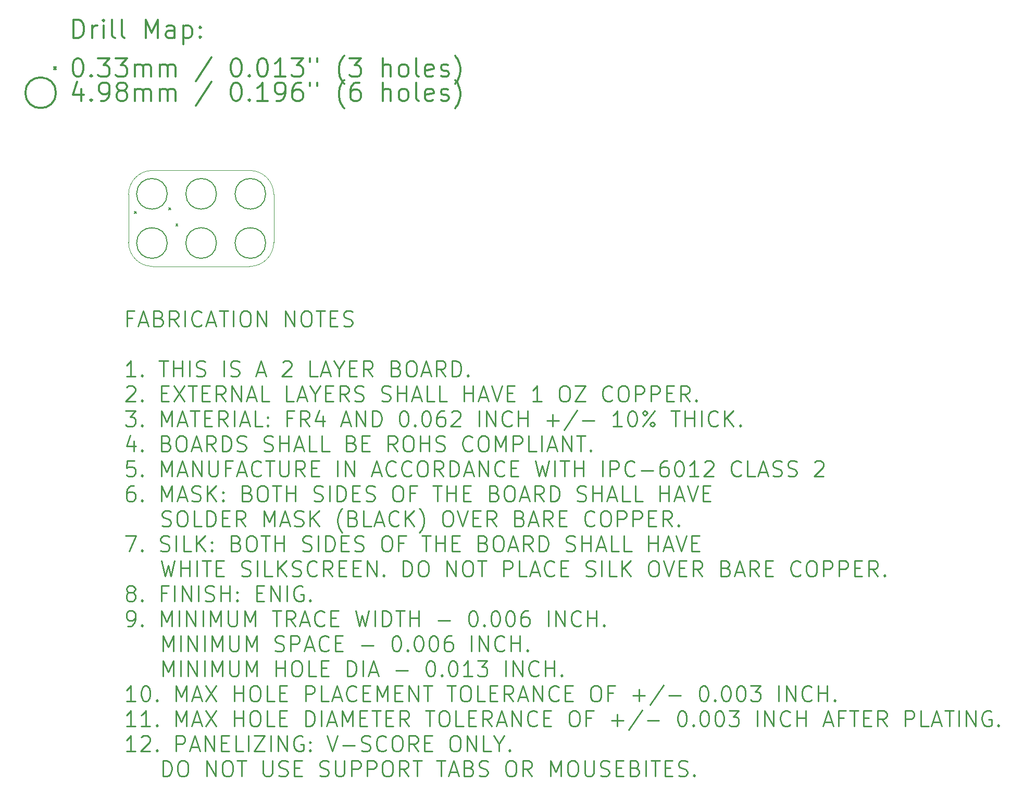
<source format=gbr>
G04 This is an RS-274x file exported by *
G04 gerbv version 2.6.0 *
G04 More information is available about gerbv at *
G04 http://gerbv.gpleda.org/ *
G04 --End of header info--*
%MOIN*%
%FSLAX34Y34*%
%IPPOS*%
G04 --Define apertures--*
%ADD10C,0.0079*%
%ADD11C,0.0118*%
%ADD12C,0.0016*%
%ADD13C,0.0100*%
G04 --Start main section--*
G54D10*
G01X0005014Y-012927D02*
G01X0005144Y-013057D01*
G01X0005144Y-012927D02*
G01X0005014Y-013057D01*
G01X0007218Y-012711D02*
G01X0007348Y-012841D01*
G01X0007348Y-012711D02*
G01X0007218Y-012841D01*
G01X0007671Y-013734D02*
G01X0007801Y-013864D01*
G01X0007801Y-013734D02*
G01X0007671Y-013864D01*
G01X0007122Y-011811D02*
G75*
G03X0007122Y-011811I-000980J0000000D01*
G01X0007122Y-014961D02*
G75*
G03X0007122Y-014961I-000980J0000000D01*
G01X0010272Y-011811D02*
G75*
G03X0010272Y-011811I-000980J0000000D01*
G01X0010272Y-014961D02*
G75*
G03X0010272Y-014961I-000980J0000000D01*
G01X0013421Y-011811D02*
G75*
G03X0013421Y-011811I-000980J0000000D01*
G01X0013421Y-014961D02*
G75*
G03X0013421Y-014961I-000980J0000000D01*
G54D11*
G01X0001128Y-001834D02*
G01X0001128Y-000652D01*
G01X0001128Y-000652D02*
G01X0001409Y-000652D01*
G01X0001409Y-000652D02*
G01X0001578Y-000709D01*
G01X0001578Y-000709D02*
G01X0001690Y-000821D01*
G01X0001690Y-000821D02*
G01X0001746Y-000934D01*
G01X0001746Y-000934D02*
G01X0001803Y-001159D01*
G01X0001803Y-001159D02*
G01X0001803Y-001327D01*
G01X0001803Y-001327D02*
G01X0001746Y-001552D01*
G01X0001746Y-001552D02*
G01X0001690Y-001665D01*
G01X0001690Y-001665D02*
G01X0001578Y-001777D01*
G01X0001578Y-001777D02*
G01X0001409Y-001834D01*
G01X0001409Y-001834D02*
G01X0001128Y-001834D01*
G01X0002309Y-001834D02*
G01X0002309Y-001046D01*
G01X0002309Y-001271D02*
G01X0002365Y-001159D01*
G01X0002365Y-001159D02*
G01X0002421Y-001102D01*
G01X0002421Y-001102D02*
G01X0002534Y-001046D01*
G01X0002534Y-001046D02*
G01X0002646Y-001046D01*
G01X0003040Y-001834D02*
G01X0003040Y-001046D01*
G01X0003040Y-000652D02*
G01X0002984Y-000709D01*
G01X0002984Y-000709D02*
G01X0003040Y-000765D01*
G01X0003040Y-000765D02*
G01X0003096Y-000709D01*
G01X0003096Y-000709D02*
G01X0003040Y-000652D01*
G01X0003040Y-000652D02*
G01X0003040Y-000765D01*
G01X0003771Y-001834D02*
G01X0003659Y-001777D01*
G01X0003659Y-001777D02*
G01X0003602Y-001665D01*
G01X0003602Y-001665D02*
G01X0003602Y-000652D01*
G01X0004390Y-001834D02*
G01X0004277Y-001777D01*
G01X0004277Y-001777D02*
G01X0004221Y-001665D01*
G01X0004221Y-001665D02*
G01X0004221Y-000652D01*
G01X0005740Y-001834D02*
G01X0005740Y-000652D01*
G01X0005740Y-000652D02*
G01X0006133Y-001496D01*
G01X0006133Y-001496D02*
G01X0006527Y-000652D01*
G01X0006527Y-000652D02*
G01X0006527Y-001834D01*
G01X0007596Y-001834D02*
G01X0007596Y-001215D01*
G01X0007596Y-001215D02*
G01X0007539Y-001102D01*
G01X0007539Y-001102D02*
G01X0007427Y-001046D01*
G01X0007427Y-001046D02*
G01X0007202Y-001046D01*
G01X0007202Y-001046D02*
G01X0007089Y-001102D01*
G01X0007596Y-001777D02*
G01X0007483Y-001834D01*
G01X0007483Y-001834D02*
G01X0007202Y-001834D01*
G01X0007202Y-001834D02*
G01X0007089Y-001777D01*
G01X0007089Y-001777D02*
G01X0007033Y-001665D01*
G01X0007033Y-001665D02*
G01X0007033Y-001552D01*
G01X0007033Y-001552D02*
G01X0007089Y-001440D01*
G01X0007089Y-001440D02*
G01X0007202Y-001384D01*
G01X0007202Y-001384D02*
G01X0007483Y-001384D01*
G01X0007483Y-001384D02*
G01X0007596Y-001327D01*
G01X0008158Y-001046D02*
G01X0008158Y-002227D01*
G01X0008158Y-001102D02*
G01X0008271Y-001046D01*
G01X0008271Y-001046D02*
G01X0008496Y-001046D01*
G01X0008496Y-001046D02*
G01X0008608Y-001102D01*
G01X0008608Y-001102D02*
G01X0008664Y-001159D01*
G01X0008664Y-001159D02*
G01X0008720Y-001271D01*
G01X0008720Y-001271D02*
G01X0008720Y-001609D01*
G01X0008720Y-001609D02*
G01X0008664Y-001721D01*
G01X0008664Y-001721D02*
G01X0008608Y-001777D01*
G01X0008608Y-001777D02*
G01X0008496Y-001834D01*
G01X0008496Y-001834D02*
G01X0008271Y-001834D01*
G01X0008271Y-001834D02*
G01X0008158Y-001777D01*
G01X0009227Y-001721D02*
G01X0009283Y-001777D01*
G01X0009283Y-001777D02*
G01X0009227Y-001834D01*
G01X0009227Y-001834D02*
G01X0009170Y-001777D01*
G01X0009170Y-001777D02*
G01X0009227Y-001721D01*
G01X0009227Y-001721D02*
G01X0009227Y-001834D01*
G01X0009227Y-001102D02*
G01X0009283Y-001159D01*
G01X0009283Y-001159D02*
G01X0009227Y-001215D01*
G01X0009227Y-001215D02*
G01X0009170Y-001159D01*
G01X0009170Y-001159D02*
G01X0009227Y-001102D01*
G01X0009227Y-001102D02*
G01X0009227Y-001215D01*
G01X-000130Y-003715D02*
G01X0000000Y-003845D01*
G01X0000000Y-003715D02*
G01X-000130Y-003845D01*
G01X0001353Y-003133D02*
G01X0001465Y-003133D01*
G01X0001465Y-003133D02*
G01X0001578Y-003189D01*
G01X0001578Y-003189D02*
G01X0001634Y-003245D01*
G01X0001634Y-003245D02*
G01X0001690Y-003358D01*
G01X0001690Y-003358D02*
G01X0001746Y-003583D01*
G01X0001746Y-003583D02*
G01X0001746Y-003864D01*
G01X0001746Y-003864D02*
G01X0001690Y-004089D01*
G01X0001690Y-004089D02*
G01X0001634Y-004201D01*
G01X0001634Y-004201D02*
G01X0001578Y-004258D01*
G01X0001578Y-004258D02*
G01X0001465Y-004314D01*
G01X0001465Y-004314D02*
G01X0001353Y-004314D01*
G01X0001353Y-004314D02*
G01X0001240Y-004258D01*
G01X0001240Y-004258D02*
G01X0001184Y-004201D01*
G01X0001184Y-004201D02*
G01X0001128Y-004089D01*
G01X0001128Y-004089D02*
G01X0001071Y-003864D01*
G01X0001071Y-003864D02*
G01X0001071Y-003583D01*
G01X0001071Y-003583D02*
G01X0001128Y-003358D01*
G01X0001128Y-003358D02*
G01X0001184Y-003245D01*
G01X0001184Y-003245D02*
G01X0001240Y-003189D01*
G01X0001240Y-003189D02*
G01X0001353Y-003133D01*
G01X0002253Y-004201D02*
G01X0002309Y-004258D01*
G01X0002309Y-004258D02*
G01X0002253Y-004314D01*
G01X0002253Y-004314D02*
G01X0002196Y-004258D01*
G01X0002196Y-004258D02*
G01X0002253Y-004201D01*
G01X0002253Y-004201D02*
G01X0002253Y-004314D01*
G01X0002702Y-003133D02*
G01X0003434Y-003133D01*
G01X0003434Y-003133D02*
G01X0003040Y-003583D01*
G01X0003040Y-003583D02*
G01X0003209Y-003583D01*
G01X0003209Y-003583D02*
G01X0003321Y-003639D01*
G01X0003321Y-003639D02*
G01X0003377Y-003695D01*
G01X0003377Y-003695D02*
G01X0003434Y-003808D01*
G01X0003434Y-003808D02*
G01X0003434Y-004089D01*
G01X0003434Y-004089D02*
G01X0003377Y-004201D01*
G01X0003377Y-004201D02*
G01X0003321Y-004258D01*
G01X0003321Y-004258D02*
G01X0003209Y-004314D01*
G01X0003209Y-004314D02*
G01X0002871Y-004314D01*
G01X0002871Y-004314D02*
G01X0002759Y-004258D01*
G01X0002759Y-004258D02*
G01X0002702Y-004201D01*
G01X0003827Y-003133D02*
G01X0004558Y-003133D01*
G01X0004558Y-003133D02*
G01X0004165Y-003583D01*
G01X0004165Y-003583D02*
G01X0004334Y-003583D01*
G01X0004334Y-003583D02*
G01X0004446Y-003639D01*
G01X0004446Y-003639D02*
G01X0004502Y-003695D01*
G01X0004502Y-003695D02*
G01X0004558Y-003808D01*
G01X0004558Y-003808D02*
G01X0004558Y-004089D01*
G01X0004558Y-004089D02*
G01X0004502Y-004201D01*
G01X0004502Y-004201D02*
G01X0004446Y-004258D01*
G01X0004446Y-004258D02*
G01X0004334Y-004314D01*
G01X0004334Y-004314D02*
G01X0003996Y-004314D01*
G01X0003996Y-004314D02*
G01X0003884Y-004258D01*
G01X0003884Y-004258D02*
G01X0003827Y-004201D01*
G01X0005065Y-004314D02*
G01X0005065Y-003526D01*
G01X0005065Y-003639D02*
G01X0005121Y-003583D01*
G01X0005121Y-003583D02*
G01X0005233Y-003526D01*
G01X0005233Y-003526D02*
G01X0005402Y-003526D01*
G01X0005402Y-003526D02*
G01X0005515Y-003583D01*
G01X0005515Y-003583D02*
G01X0005571Y-003695D01*
G01X0005571Y-003695D02*
G01X0005571Y-004314D01*
G01X0005571Y-003695D02*
G01X0005627Y-003583D01*
G01X0005627Y-003583D02*
G01X0005740Y-003526D01*
G01X0005740Y-003526D02*
G01X0005908Y-003526D01*
G01X0005908Y-003526D02*
G01X0006021Y-003583D01*
G01X0006021Y-003583D02*
G01X0006077Y-003695D01*
G01X0006077Y-003695D02*
G01X0006077Y-004314D01*
G01X0006639Y-004314D02*
G01X0006639Y-003526D01*
G01X0006639Y-003639D02*
G01X0006696Y-003583D01*
G01X0006696Y-003583D02*
G01X0006808Y-003526D01*
G01X0006808Y-003526D02*
G01X0006977Y-003526D01*
G01X0006977Y-003526D02*
G01X0007089Y-003583D01*
G01X0007089Y-003583D02*
G01X0007146Y-003695D01*
G01X0007146Y-003695D02*
G01X0007146Y-004314D01*
G01X0007146Y-003695D02*
G01X0007202Y-003583D01*
G01X0007202Y-003583D02*
G01X0007314Y-003526D01*
G01X0007314Y-003526D02*
G01X0007483Y-003526D01*
G01X0007483Y-003526D02*
G01X0007596Y-003583D01*
G01X0007596Y-003583D02*
G01X0007652Y-003695D01*
G01X0007652Y-003695D02*
G01X0007652Y-004314D01*
G01X0009958Y-003076D02*
G01X0008945Y-004595D01*
G01X0011476Y-003133D02*
G01X0011589Y-003133D01*
G01X0011589Y-003133D02*
G01X0011701Y-003189D01*
G01X0011701Y-003189D02*
G01X0011758Y-003245D01*
G01X0011758Y-003245D02*
G01X0011814Y-003358D01*
G01X0011814Y-003358D02*
G01X0011870Y-003583D01*
G01X0011870Y-003583D02*
G01X0011870Y-003864D01*
G01X0011870Y-003864D02*
G01X0011814Y-004089D01*
G01X0011814Y-004089D02*
G01X0011758Y-004201D01*
G01X0011758Y-004201D02*
G01X0011701Y-004258D01*
G01X0011701Y-004258D02*
G01X0011589Y-004314D01*
G01X0011589Y-004314D02*
G01X0011476Y-004314D01*
G01X0011476Y-004314D02*
G01X0011364Y-004258D01*
G01X0011364Y-004258D02*
G01X0011308Y-004201D01*
G01X0011308Y-004201D02*
G01X0011251Y-004089D01*
G01X0011251Y-004089D02*
G01X0011195Y-003864D01*
G01X0011195Y-003864D02*
G01X0011195Y-003583D01*
G01X0011195Y-003583D02*
G01X0011251Y-003358D01*
G01X0011251Y-003358D02*
G01X0011308Y-003245D01*
G01X0011308Y-003245D02*
G01X0011364Y-003189D01*
G01X0011364Y-003189D02*
G01X0011476Y-003133D01*
G01X0012376Y-004201D02*
G01X0012433Y-004258D01*
G01X0012433Y-004258D02*
G01X0012376Y-004314D01*
G01X0012376Y-004314D02*
G01X0012320Y-004258D01*
G01X0012320Y-004258D02*
G01X0012376Y-004201D01*
G01X0012376Y-004201D02*
G01X0012376Y-004314D01*
G01X0013164Y-003133D02*
G01X0013276Y-003133D01*
G01X0013276Y-003133D02*
G01X0013389Y-003189D01*
G01X0013389Y-003189D02*
G01X0013445Y-003245D01*
G01X0013445Y-003245D02*
G01X0013501Y-003358D01*
G01X0013501Y-003358D02*
G01X0013557Y-003583D01*
G01X0013557Y-003583D02*
G01X0013557Y-003864D01*
G01X0013557Y-003864D02*
G01X0013501Y-004089D01*
G01X0013501Y-004089D02*
G01X0013445Y-004201D01*
G01X0013445Y-004201D02*
G01X0013389Y-004258D01*
G01X0013389Y-004258D02*
G01X0013276Y-004314D01*
G01X0013276Y-004314D02*
G01X0013164Y-004314D01*
G01X0013164Y-004314D02*
G01X0013051Y-004258D01*
G01X0013051Y-004258D02*
G01X0012995Y-004201D01*
G01X0012995Y-004201D02*
G01X0012939Y-004089D01*
G01X0012939Y-004089D02*
G01X0012882Y-003864D01*
G01X0012882Y-003864D02*
G01X0012882Y-003583D01*
G01X0012882Y-003583D02*
G01X0012939Y-003358D01*
G01X0012939Y-003358D02*
G01X0012995Y-003245D01*
G01X0012995Y-003245D02*
G01X0013051Y-003189D01*
G01X0013051Y-003189D02*
G01X0013164Y-003133D01*
G01X0014682Y-004314D02*
G01X0014007Y-004314D01*
G01X0014345Y-004314D02*
G01X0014345Y-003133D01*
G01X0014345Y-003133D02*
G01X0014232Y-003301D01*
G01X0014232Y-003301D02*
G01X0014120Y-003414D01*
G01X0014120Y-003414D02*
G01X0014007Y-003470D01*
G01X0015076Y-003133D02*
G01X0015807Y-003133D01*
G01X0015807Y-003133D02*
G01X0015413Y-003583D01*
G01X0015413Y-003583D02*
G01X0015582Y-003583D01*
G01X0015582Y-003583D02*
G01X0015695Y-003639D01*
G01X0015695Y-003639D02*
G01X0015751Y-003695D01*
G01X0015751Y-003695D02*
G01X0015807Y-003808D01*
G01X0015807Y-003808D02*
G01X0015807Y-004089D01*
G01X0015807Y-004089D02*
G01X0015751Y-004201D01*
G01X0015751Y-004201D02*
G01X0015695Y-004258D01*
G01X0015695Y-004258D02*
G01X0015582Y-004314D01*
G01X0015582Y-004314D02*
G01X0015245Y-004314D01*
G01X0015245Y-004314D02*
G01X0015132Y-004258D01*
G01X0015132Y-004258D02*
G01X0015076Y-004201D01*
G01X0016257Y-003133D02*
G01X0016257Y-003358D01*
G01X0016707Y-003133D02*
G01X0016707Y-003358D01*
G01X0018451Y-004764D02*
G01X0018394Y-004708D01*
G01X0018394Y-004708D02*
G01X0018282Y-004539D01*
G01X0018282Y-004539D02*
G01X0018226Y-004426D01*
G01X0018226Y-004426D02*
G01X0018169Y-004258D01*
G01X0018169Y-004258D02*
G01X0018113Y-003976D01*
G01X0018113Y-003976D02*
G01X0018113Y-003751D01*
G01X0018113Y-003751D02*
G01X0018169Y-003470D01*
G01X0018169Y-003470D02*
G01X0018226Y-003301D01*
G01X0018226Y-003301D02*
G01X0018282Y-003189D01*
G01X0018282Y-003189D02*
G01X0018394Y-003020D01*
G01X0018394Y-003020D02*
G01X0018451Y-002964D01*
G01X0018788Y-003133D02*
G01X0019519Y-003133D01*
G01X0019519Y-003133D02*
G01X0019125Y-003583D01*
G01X0019125Y-003583D02*
G01X0019294Y-003583D01*
G01X0019294Y-003583D02*
G01X0019407Y-003639D01*
G01X0019407Y-003639D02*
G01X0019463Y-003695D01*
G01X0019463Y-003695D02*
G01X0019519Y-003808D01*
G01X0019519Y-003808D02*
G01X0019519Y-004089D01*
G01X0019519Y-004089D02*
G01X0019463Y-004201D01*
G01X0019463Y-004201D02*
G01X0019407Y-004258D01*
G01X0019407Y-004258D02*
G01X0019294Y-004314D01*
G01X0019294Y-004314D02*
G01X0018957Y-004314D01*
G01X0018957Y-004314D02*
G01X0018844Y-004258D01*
G01X0018844Y-004258D02*
G01X0018788Y-004201D01*
G01X0020925Y-004314D02*
G01X0020925Y-003133D01*
G01X0021431Y-004314D02*
G01X0021431Y-003695D01*
G01X0021431Y-003695D02*
G01X0021375Y-003583D01*
G01X0021375Y-003583D02*
G01X0021263Y-003526D01*
G01X0021263Y-003526D02*
G01X0021094Y-003526D01*
G01X0021094Y-003526D02*
G01X0020981Y-003583D01*
G01X0020981Y-003583D02*
G01X0020925Y-003639D01*
G01X0022163Y-004314D02*
G01X0022050Y-004258D01*
G01X0022050Y-004258D02*
G01X0021994Y-004201D01*
G01X0021994Y-004201D02*
G01X0021938Y-004089D01*
G01X0021938Y-004089D02*
G01X0021938Y-003751D01*
G01X0021938Y-003751D02*
G01X0021994Y-003639D01*
G01X0021994Y-003639D02*
G01X0022050Y-003583D01*
G01X0022050Y-003583D02*
G01X0022163Y-003526D01*
G01X0022163Y-003526D02*
G01X0022331Y-003526D01*
G01X0022331Y-003526D02*
G01X0022444Y-003583D01*
G01X0022444Y-003583D02*
G01X0022500Y-003639D01*
G01X0022500Y-003639D02*
G01X0022556Y-003751D01*
G01X0022556Y-003751D02*
G01X0022556Y-004089D01*
G01X0022556Y-004089D02*
G01X0022500Y-004201D01*
G01X0022500Y-004201D02*
G01X0022444Y-004258D01*
G01X0022444Y-004258D02*
G01X0022331Y-004314D01*
G01X0022331Y-004314D02*
G01X0022163Y-004314D01*
G01X0023231Y-004314D02*
G01X0023119Y-004258D01*
G01X0023119Y-004258D02*
G01X0023062Y-004145D01*
G01X0023062Y-004145D02*
G01X0023062Y-003133D01*
G01X0024131Y-004258D02*
G01X0024019Y-004314D01*
G01X0024019Y-004314D02*
G01X0023794Y-004314D01*
G01X0023794Y-004314D02*
G01X0023681Y-004258D01*
G01X0023681Y-004258D02*
G01X0023625Y-004145D01*
G01X0023625Y-004145D02*
G01X0023625Y-003695D01*
G01X0023625Y-003695D02*
G01X0023681Y-003583D01*
G01X0023681Y-003583D02*
G01X0023794Y-003526D01*
G01X0023794Y-003526D02*
G01X0024019Y-003526D01*
G01X0024019Y-003526D02*
G01X0024131Y-003583D01*
G01X0024131Y-003583D02*
G01X0024187Y-003695D01*
G01X0024187Y-003695D02*
G01X0024187Y-003808D01*
G01X0024187Y-003808D02*
G01X0023625Y-003920D01*
G01X0024637Y-004258D02*
G01X0024750Y-004314D01*
G01X0024750Y-004314D02*
G01X0024975Y-004314D01*
G01X0024975Y-004314D02*
G01X0025087Y-004258D01*
G01X0025087Y-004258D02*
G01X0025143Y-004145D01*
G01X0025143Y-004145D02*
G01X0025143Y-004089D01*
G01X0025143Y-004089D02*
G01X0025087Y-003976D01*
G01X0025087Y-003976D02*
G01X0024975Y-003920D01*
G01X0024975Y-003920D02*
G01X0024806Y-003920D01*
G01X0024806Y-003920D02*
G01X0024693Y-003864D01*
G01X0024693Y-003864D02*
G01X0024637Y-003751D01*
G01X0024637Y-003751D02*
G01X0024637Y-003695D01*
G01X0024637Y-003695D02*
G01X0024693Y-003583D01*
G01X0024693Y-003583D02*
G01X0024806Y-003526D01*
G01X0024806Y-003526D02*
G01X0024975Y-003526D01*
G01X0024975Y-003526D02*
G01X0025087Y-003583D01*
G01X0025537Y-004764D02*
G01X0025593Y-004708D01*
G01X0025593Y-004708D02*
G01X0025706Y-004539D01*
G01X0025706Y-004539D02*
G01X0025762Y-004426D01*
G01X0025762Y-004426D02*
G01X0025818Y-004258D01*
G01X0025818Y-004258D02*
G01X0025875Y-003976D01*
G01X0025875Y-003976D02*
G01X0025875Y-003751D01*
G01X0025875Y-003751D02*
G01X0025818Y-003470D01*
G01X0025818Y-003470D02*
G01X0025762Y-003301D01*
G01X0025762Y-003301D02*
G01X0025706Y-003189D01*
G01X0025706Y-003189D02*
G01X0025593Y-003020D01*
G01X0025593Y-003020D02*
G01X0025537Y-002964D01*
G01X0000000Y-005339D02*
G75*
G03X0000000Y-005339I-000980J0000000D01*
G01X0001634Y-005085D02*
G01X0001634Y-005873D01*
G01X0001353Y-004636D02*
G01X0001071Y-005479D01*
G01X0001071Y-005479D02*
G01X0001803Y-005479D01*
G01X0002253Y-005760D02*
G01X0002309Y-005817D01*
G01X0002309Y-005817D02*
G01X0002253Y-005873D01*
G01X0002253Y-005873D02*
G01X0002196Y-005817D01*
G01X0002196Y-005817D02*
G01X0002253Y-005760D01*
G01X0002253Y-005760D02*
G01X0002253Y-005873D01*
G01X0002871Y-005873D02*
G01X0003096Y-005873D01*
G01X0003096Y-005873D02*
G01X0003209Y-005817D01*
G01X0003209Y-005817D02*
G01X0003265Y-005760D01*
G01X0003265Y-005760D02*
G01X0003377Y-005592D01*
G01X0003377Y-005592D02*
G01X0003434Y-005367D01*
G01X0003434Y-005367D02*
G01X0003434Y-004917D01*
G01X0003434Y-004917D02*
G01X0003377Y-004804D01*
G01X0003377Y-004804D02*
G01X0003321Y-004748D01*
G01X0003321Y-004748D02*
G01X0003209Y-004692D01*
G01X0003209Y-004692D02*
G01X0002984Y-004692D01*
G01X0002984Y-004692D02*
G01X0002871Y-004748D01*
G01X0002871Y-004748D02*
G01X0002815Y-004804D01*
G01X0002815Y-004804D02*
G01X0002759Y-004917D01*
G01X0002759Y-004917D02*
G01X0002759Y-005198D01*
G01X0002759Y-005198D02*
G01X0002815Y-005310D01*
G01X0002815Y-005310D02*
G01X0002871Y-005367D01*
G01X0002871Y-005367D02*
G01X0002984Y-005423D01*
G01X0002984Y-005423D02*
G01X0003209Y-005423D01*
G01X0003209Y-005423D02*
G01X0003321Y-005367D01*
G01X0003321Y-005367D02*
G01X0003377Y-005310D01*
G01X0003377Y-005310D02*
G01X0003434Y-005198D01*
G01X0004109Y-005198D02*
G01X0003996Y-005142D01*
G01X0003996Y-005142D02*
G01X0003940Y-005085D01*
G01X0003940Y-005085D02*
G01X0003884Y-004973D01*
G01X0003884Y-004973D02*
G01X0003884Y-004917D01*
G01X0003884Y-004917D02*
G01X0003940Y-004804D01*
G01X0003940Y-004804D02*
G01X0003996Y-004748D01*
G01X0003996Y-004748D02*
G01X0004109Y-004692D01*
G01X0004109Y-004692D02*
G01X0004334Y-004692D01*
G01X0004334Y-004692D02*
G01X0004446Y-004748D01*
G01X0004446Y-004748D02*
G01X0004502Y-004804D01*
G01X0004502Y-004804D02*
G01X0004558Y-004917D01*
G01X0004558Y-004917D02*
G01X0004558Y-004973D01*
G01X0004558Y-004973D02*
G01X0004502Y-005085D01*
G01X0004502Y-005085D02*
G01X0004446Y-005142D01*
G01X0004446Y-005142D02*
G01X0004334Y-005198D01*
G01X0004334Y-005198D02*
G01X0004109Y-005198D01*
G01X0004109Y-005198D02*
G01X0003996Y-005254D01*
G01X0003996Y-005254D02*
G01X0003940Y-005310D01*
G01X0003940Y-005310D02*
G01X0003884Y-005423D01*
G01X0003884Y-005423D02*
G01X0003884Y-005648D01*
G01X0003884Y-005648D02*
G01X0003940Y-005760D01*
G01X0003940Y-005760D02*
G01X0003996Y-005817D01*
G01X0003996Y-005817D02*
G01X0004109Y-005873D01*
G01X0004109Y-005873D02*
G01X0004334Y-005873D01*
G01X0004334Y-005873D02*
G01X0004446Y-005817D01*
G01X0004446Y-005817D02*
G01X0004502Y-005760D01*
G01X0004502Y-005760D02*
G01X0004558Y-005648D01*
G01X0004558Y-005648D02*
G01X0004558Y-005423D01*
G01X0004558Y-005423D02*
G01X0004502Y-005310D01*
G01X0004502Y-005310D02*
G01X0004446Y-005254D01*
G01X0004446Y-005254D02*
G01X0004334Y-005198D01*
G01X0005065Y-005873D02*
G01X0005065Y-005085D01*
G01X0005065Y-005198D02*
G01X0005121Y-005142D01*
G01X0005121Y-005142D02*
G01X0005233Y-005085D01*
G01X0005233Y-005085D02*
G01X0005402Y-005085D01*
G01X0005402Y-005085D02*
G01X0005515Y-005142D01*
G01X0005515Y-005142D02*
G01X0005571Y-005254D01*
G01X0005571Y-005254D02*
G01X0005571Y-005873D01*
G01X0005571Y-005254D02*
G01X0005627Y-005142D01*
G01X0005627Y-005142D02*
G01X0005740Y-005085D01*
G01X0005740Y-005085D02*
G01X0005908Y-005085D01*
G01X0005908Y-005085D02*
G01X0006021Y-005142D01*
G01X0006021Y-005142D02*
G01X0006077Y-005254D01*
G01X0006077Y-005254D02*
G01X0006077Y-005873D01*
G01X0006639Y-005873D02*
G01X0006639Y-005085D01*
G01X0006639Y-005198D02*
G01X0006696Y-005142D01*
G01X0006696Y-005142D02*
G01X0006808Y-005085D01*
G01X0006808Y-005085D02*
G01X0006977Y-005085D01*
G01X0006977Y-005085D02*
G01X0007089Y-005142D01*
G01X0007089Y-005142D02*
G01X0007146Y-005254D01*
G01X0007146Y-005254D02*
G01X0007146Y-005873D01*
G01X0007146Y-005254D02*
G01X0007202Y-005142D01*
G01X0007202Y-005142D02*
G01X0007314Y-005085D01*
G01X0007314Y-005085D02*
G01X0007483Y-005085D01*
G01X0007483Y-005085D02*
G01X0007596Y-005142D01*
G01X0007596Y-005142D02*
G01X0007652Y-005254D01*
G01X0007652Y-005254D02*
G01X0007652Y-005873D01*
G01X0009958Y-004636D02*
G01X0008945Y-006154D01*
G01X0011476Y-004692D02*
G01X0011589Y-004692D01*
G01X0011589Y-004692D02*
G01X0011701Y-004748D01*
G01X0011701Y-004748D02*
G01X0011758Y-004804D01*
G01X0011758Y-004804D02*
G01X0011814Y-004917D01*
G01X0011814Y-004917D02*
G01X0011870Y-005142D01*
G01X0011870Y-005142D02*
G01X0011870Y-005423D01*
G01X0011870Y-005423D02*
G01X0011814Y-005648D01*
G01X0011814Y-005648D02*
G01X0011758Y-005760D01*
G01X0011758Y-005760D02*
G01X0011701Y-005817D01*
G01X0011701Y-005817D02*
G01X0011589Y-005873D01*
G01X0011589Y-005873D02*
G01X0011476Y-005873D01*
G01X0011476Y-005873D02*
G01X0011364Y-005817D01*
G01X0011364Y-005817D02*
G01X0011308Y-005760D01*
G01X0011308Y-005760D02*
G01X0011251Y-005648D01*
G01X0011251Y-005648D02*
G01X0011195Y-005423D01*
G01X0011195Y-005423D02*
G01X0011195Y-005142D01*
G01X0011195Y-005142D02*
G01X0011251Y-004917D01*
G01X0011251Y-004917D02*
G01X0011308Y-004804D01*
G01X0011308Y-004804D02*
G01X0011364Y-004748D01*
G01X0011364Y-004748D02*
G01X0011476Y-004692D01*
G01X0012376Y-005760D02*
G01X0012433Y-005817D01*
G01X0012433Y-005817D02*
G01X0012376Y-005873D01*
G01X0012376Y-005873D02*
G01X0012320Y-005817D01*
G01X0012320Y-005817D02*
G01X0012376Y-005760D01*
G01X0012376Y-005760D02*
G01X0012376Y-005873D01*
G01X0013557Y-005873D02*
G01X0012882Y-005873D01*
G01X0013220Y-005873D02*
G01X0013220Y-004692D01*
G01X0013220Y-004692D02*
G01X0013107Y-004861D01*
G01X0013107Y-004861D02*
G01X0012995Y-004973D01*
G01X0012995Y-004973D02*
G01X0012882Y-005029D01*
G01X0014120Y-005873D02*
G01X0014345Y-005873D01*
G01X0014345Y-005873D02*
G01X0014457Y-005817D01*
G01X0014457Y-005817D02*
G01X0014513Y-005760D01*
G01X0014513Y-005760D02*
G01X0014626Y-005592D01*
G01X0014626Y-005592D02*
G01X0014682Y-005367D01*
G01X0014682Y-005367D02*
G01X0014682Y-004917D01*
G01X0014682Y-004917D02*
G01X0014626Y-004804D01*
G01X0014626Y-004804D02*
G01X0014570Y-004748D01*
G01X0014570Y-004748D02*
G01X0014457Y-004692D01*
G01X0014457Y-004692D02*
G01X0014232Y-004692D01*
G01X0014232Y-004692D02*
G01X0014120Y-004748D01*
G01X0014120Y-004748D02*
G01X0014064Y-004804D01*
G01X0014064Y-004804D02*
G01X0014007Y-004917D01*
G01X0014007Y-004917D02*
G01X0014007Y-005198D01*
G01X0014007Y-005198D02*
G01X0014064Y-005310D01*
G01X0014064Y-005310D02*
G01X0014120Y-005367D01*
G01X0014120Y-005367D02*
G01X0014232Y-005423D01*
G01X0014232Y-005423D02*
G01X0014457Y-005423D01*
G01X0014457Y-005423D02*
G01X0014570Y-005367D01*
G01X0014570Y-005367D02*
G01X0014626Y-005310D01*
G01X0014626Y-005310D02*
G01X0014682Y-005198D01*
G01X0015695Y-004692D02*
G01X0015470Y-004692D01*
G01X0015470Y-004692D02*
G01X0015357Y-004748D01*
G01X0015357Y-004748D02*
G01X0015301Y-004804D01*
G01X0015301Y-004804D02*
G01X0015188Y-004973D01*
G01X0015188Y-004973D02*
G01X0015132Y-005198D01*
G01X0015132Y-005198D02*
G01X0015132Y-005648D01*
G01X0015132Y-005648D02*
G01X0015188Y-005760D01*
G01X0015188Y-005760D02*
G01X0015245Y-005817D01*
G01X0015245Y-005817D02*
G01X0015357Y-005873D01*
G01X0015357Y-005873D02*
G01X0015582Y-005873D01*
G01X0015582Y-005873D02*
G01X0015695Y-005817D01*
G01X0015695Y-005817D02*
G01X0015751Y-005760D01*
G01X0015751Y-005760D02*
G01X0015807Y-005648D01*
G01X0015807Y-005648D02*
G01X0015807Y-005367D01*
G01X0015807Y-005367D02*
G01X0015751Y-005254D01*
G01X0015751Y-005254D02*
G01X0015695Y-005198D01*
G01X0015695Y-005198D02*
G01X0015582Y-005142D01*
G01X0015582Y-005142D02*
G01X0015357Y-005142D01*
G01X0015357Y-005142D02*
G01X0015245Y-005198D01*
G01X0015245Y-005198D02*
G01X0015188Y-005254D01*
G01X0015188Y-005254D02*
G01X0015132Y-005367D01*
G01X0016257Y-004692D02*
G01X0016257Y-004917D01*
G01X0016707Y-004692D02*
G01X0016707Y-004917D01*
G01X0018451Y-006323D02*
G01X0018394Y-006267D01*
G01X0018394Y-006267D02*
G01X0018282Y-006098D01*
G01X0018282Y-006098D02*
G01X0018226Y-005985D01*
G01X0018226Y-005985D02*
G01X0018169Y-005817D01*
G01X0018169Y-005817D02*
G01X0018113Y-005535D01*
G01X0018113Y-005535D02*
G01X0018113Y-005310D01*
G01X0018113Y-005310D02*
G01X0018169Y-005029D01*
G01X0018169Y-005029D02*
G01X0018226Y-004861D01*
G01X0018226Y-004861D02*
G01X0018282Y-004748D01*
G01X0018282Y-004748D02*
G01X0018394Y-004579D01*
G01X0018394Y-004579D02*
G01X0018451Y-004523D01*
G01X0019407Y-004692D02*
G01X0019182Y-004692D01*
G01X0019182Y-004692D02*
G01X0019069Y-004748D01*
G01X0019069Y-004748D02*
G01X0019013Y-004804D01*
G01X0019013Y-004804D02*
G01X0018900Y-004973D01*
G01X0018900Y-004973D02*
G01X0018844Y-005198D01*
G01X0018844Y-005198D02*
G01X0018844Y-005648D01*
G01X0018844Y-005648D02*
G01X0018900Y-005760D01*
G01X0018900Y-005760D02*
G01X0018957Y-005817D01*
G01X0018957Y-005817D02*
G01X0019069Y-005873D01*
G01X0019069Y-005873D02*
G01X0019294Y-005873D01*
G01X0019294Y-005873D02*
G01X0019407Y-005817D01*
G01X0019407Y-005817D02*
G01X0019463Y-005760D01*
G01X0019463Y-005760D02*
G01X0019519Y-005648D01*
G01X0019519Y-005648D02*
G01X0019519Y-005367D01*
G01X0019519Y-005367D02*
G01X0019463Y-005254D01*
G01X0019463Y-005254D02*
G01X0019407Y-005198D01*
G01X0019407Y-005198D02*
G01X0019294Y-005142D01*
G01X0019294Y-005142D02*
G01X0019069Y-005142D01*
G01X0019069Y-005142D02*
G01X0018957Y-005198D01*
G01X0018957Y-005198D02*
G01X0018900Y-005254D01*
G01X0018900Y-005254D02*
G01X0018844Y-005367D01*
G01X0020925Y-005873D02*
G01X0020925Y-004692D01*
G01X0021431Y-005873D02*
G01X0021431Y-005254D01*
G01X0021431Y-005254D02*
G01X0021375Y-005142D01*
G01X0021375Y-005142D02*
G01X0021263Y-005085D01*
G01X0021263Y-005085D02*
G01X0021094Y-005085D01*
G01X0021094Y-005085D02*
G01X0020981Y-005142D01*
G01X0020981Y-005142D02*
G01X0020925Y-005198D01*
G01X0022163Y-005873D02*
G01X0022050Y-005817D01*
G01X0022050Y-005817D02*
G01X0021994Y-005760D01*
G01X0021994Y-005760D02*
G01X0021938Y-005648D01*
G01X0021938Y-005648D02*
G01X0021938Y-005310D01*
G01X0021938Y-005310D02*
G01X0021994Y-005198D01*
G01X0021994Y-005198D02*
G01X0022050Y-005142D01*
G01X0022050Y-005142D02*
G01X0022163Y-005085D01*
G01X0022163Y-005085D02*
G01X0022331Y-005085D01*
G01X0022331Y-005085D02*
G01X0022444Y-005142D01*
G01X0022444Y-005142D02*
G01X0022500Y-005198D01*
G01X0022500Y-005198D02*
G01X0022556Y-005310D01*
G01X0022556Y-005310D02*
G01X0022556Y-005648D01*
G01X0022556Y-005648D02*
G01X0022500Y-005760D01*
G01X0022500Y-005760D02*
G01X0022444Y-005817D01*
G01X0022444Y-005817D02*
G01X0022331Y-005873D01*
G01X0022331Y-005873D02*
G01X0022163Y-005873D01*
G01X0023231Y-005873D02*
G01X0023119Y-005817D01*
G01X0023119Y-005817D02*
G01X0023062Y-005704D01*
G01X0023062Y-005704D02*
G01X0023062Y-004692D01*
G01X0024131Y-005817D02*
G01X0024019Y-005873D01*
G01X0024019Y-005873D02*
G01X0023794Y-005873D01*
G01X0023794Y-005873D02*
G01X0023681Y-005817D01*
G01X0023681Y-005817D02*
G01X0023625Y-005704D01*
G01X0023625Y-005704D02*
G01X0023625Y-005254D01*
G01X0023625Y-005254D02*
G01X0023681Y-005142D01*
G01X0023681Y-005142D02*
G01X0023794Y-005085D01*
G01X0023794Y-005085D02*
G01X0024019Y-005085D01*
G01X0024019Y-005085D02*
G01X0024131Y-005142D01*
G01X0024131Y-005142D02*
G01X0024187Y-005254D01*
G01X0024187Y-005254D02*
G01X0024187Y-005367D01*
G01X0024187Y-005367D02*
G01X0023625Y-005479D01*
G01X0024637Y-005817D02*
G01X0024750Y-005873D01*
G01X0024750Y-005873D02*
G01X0024975Y-005873D01*
G01X0024975Y-005873D02*
G01X0025087Y-005817D01*
G01X0025087Y-005817D02*
G01X0025143Y-005704D01*
G01X0025143Y-005704D02*
G01X0025143Y-005648D01*
G01X0025143Y-005648D02*
G01X0025087Y-005535D01*
G01X0025087Y-005535D02*
G01X0024975Y-005479D01*
G01X0024975Y-005479D02*
G01X0024806Y-005479D01*
G01X0024806Y-005479D02*
G01X0024693Y-005423D01*
G01X0024693Y-005423D02*
G01X0024637Y-005310D01*
G01X0024637Y-005310D02*
G01X0024637Y-005254D01*
G01X0024637Y-005254D02*
G01X0024693Y-005142D01*
G01X0024693Y-005142D02*
G01X0024806Y-005085D01*
G01X0024806Y-005085D02*
G01X0024975Y-005085D01*
G01X0024975Y-005085D02*
G01X0025087Y-005142D01*
G01X0025537Y-006323D02*
G01X0025593Y-006267D01*
G01X0025593Y-006267D02*
G01X0025706Y-006098D01*
G01X0025706Y-006098D02*
G01X0025762Y-005985D01*
G01X0025762Y-005985D02*
G01X0025818Y-005817D01*
G01X0025818Y-005817D02*
G01X0025875Y-005535D01*
G01X0025875Y-005535D02*
G01X0025875Y-005310D01*
G01X0025875Y-005310D02*
G01X0025818Y-005029D01*
G01X0025818Y-005029D02*
G01X0025762Y-004861D01*
G01X0025762Y-004861D02*
G01X0025706Y-004748D01*
G01X0025706Y-004748D02*
G01X0025593Y-004579D01*
G01X0025593Y-004579D02*
G01X0025537Y-004523D01*
G01X0000000Y0000000D02*
G54D12*
G01X0006181Y-010315D02*
G75*
G03X0004646Y-011850I0000000J-001535D01*
G01X0004646Y-014921D02*
G75*
G03X0006181Y-016457I0001535J0000000D01*
G01X0012402Y-016457D02*
G75*
G03X0013937Y-014921I0000000J0001535D01*
G01X0013937Y-011850D02*
G75*
G03X0012402Y-010315I-001535J0000000D01*
G01X0004646Y-014921D02*
G01X0004646Y-011850D01*
G01X0013937Y-014921D02*
G01X0013937Y-011850D01*
G01X0012402Y-016457D02*
G01X0006181Y-016457D01*
G01X0012402Y-010315D02*
G01X0006181Y-010315D01*
G01X0000000Y0000000D02*
G54D13*
G01X0004888Y-019781D02*
G01X0004555Y-019781D01*
G01X0004555Y-020304D02*
G01X0004555Y-019304D01*
G01X0004555Y-019304D02*
G01X0005031Y-019304D01*
G01X0005365Y-020019D02*
G01X0005841Y-020019D01*
G01X0005269Y-020304D02*
G01X0005603Y-019304D01*
G01X0005603Y-019304D02*
G01X0005936Y-020304D01*
G01X0006603Y-019781D02*
G01X0006746Y-019828D01*
G01X0006746Y-019828D02*
G01X0006793Y-019876D01*
G01X0006793Y-019876D02*
G01X0006841Y-019971D01*
G01X0006841Y-019971D02*
G01X0006841Y-020114D01*
G01X0006841Y-020114D02*
G01X0006793Y-020209D01*
G01X0006793Y-020209D02*
G01X0006746Y-020257D01*
G01X0006746Y-020257D02*
G01X0006650Y-020304D01*
G01X0006650Y-020304D02*
G01X0006269Y-020304D01*
G01X0006269Y-020304D02*
G01X0006269Y-019304D01*
G01X0006269Y-019304D02*
G01X0006603Y-019304D01*
G01X0006603Y-019304D02*
G01X0006698Y-019352D01*
G01X0006698Y-019352D02*
G01X0006746Y-019400D01*
G01X0006746Y-019400D02*
G01X0006793Y-019495D01*
G01X0006793Y-019495D02*
G01X0006793Y-019590D01*
G01X0006793Y-019590D02*
G01X0006746Y-019685D01*
G01X0006746Y-019685D02*
G01X0006698Y-019733D01*
G01X0006698Y-019733D02*
G01X0006603Y-019781D01*
G01X0006603Y-019781D02*
G01X0006269Y-019781D01*
G01X0007841Y-020304D02*
G01X0007507Y-019828D01*
G01X0007269Y-020304D02*
G01X0007269Y-019304D01*
G01X0007269Y-019304D02*
G01X0007650Y-019304D01*
G01X0007650Y-019304D02*
G01X0007746Y-019352D01*
G01X0007746Y-019352D02*
G01X0007793Y-019400D01*
G01X0007793Y-019400D02*
G01X0007841Y-019495D01*
G01X0007841Y-019495D02*
G01X0007841Y-019638D01*
G01X0007841Y-019638D02*
G01X0007793Y-019733D01*
G01X0007793Y-019733D02*
G01X0007746Y-019781D01*
G01X0007746Y-019781D02*
G01X0007650Y-019828D01*
G01X0007650Y-019828D02*
G01X0007269Y-019828D01*
G01X0008269Y-020304D02*
G01X0008269Y-019304D01*
G01X0009317Y-020209D02*
G01X0009269Y-020257D01*
G01X0009269Y-020257D02*
G01X0009126Y-020304D01*
G01X0009126Y-020304D02*
G01X0009031Y-020304D01*
G01X0009031Y-020304D02*
G01X0008888Y-020257D01*
G01X0008888Y-020257D02*
G01X0008793Y-020161D01*
G01X0008793Y-020161D02*
G01X0008746Y-020066D01*
G01X0008746Y-020066D02*
G01X0008698Y-019876D01*
G01X0008698Y-019876D02*
G01X0008698Y-019733D01*
G01X0008698Y-019733D02*
G01X0008746Y-019542D01*
G01X0008746Y-019542D02*
G01X0008793Y-019447D01*
G01X0008793Y-019447D02*
G01X0008888Y-019352D01*
G01X0008888Y-019352D02*
G01X0009031Y-019304D01*
G01X0009031Y-019304D02*
G01X0009126Y-019304D01*
G01X0009126Y-019304D02*
G01X0009269Y-019352D01*
G01X0009269Y-019352D02*
G01X0009317Y-019400D01*
G01X0009698Y-020019D02*
G01X0010174Y-020019D01*
G01X0009603Y-020304D02*
G01X0009936Y-019304D01*
G01X0009936Y-019304D02*
G01X0010269Y-020304D01*
G01X0010460Y-019304D02*
G01X0011031Y-019304D01*
G01X0010746Y-020304D02*
G01X0010746Y-019304D01*
G01X0011365Y-020304D02*
G01X0011365Y-019304D01*
G01X0012031Y-019304D02*
G01X0012222Y-019304D01*
G01X0012222Y-019304D02*
G01X0012317Y-019352D01*
G01X0012317Y-019352D02*
G01X0012412Y-019447D01*
G01X0012412Y-019447D02*
G01X0012460Y-019638D01*
G01X0012460Y-019638D02*
G01X0012460Y-019971D01*
G01X0012460Y-019971D02*
G01X0012412Y-020161D01*
G01X0012412Y-020161D02*
G01X0012317Y-020257D01*
G01X0012317Y-020257D02*
G01X0012222Y-020304D01*
G01X0012222Y-020304D02*
G01X0012031Y-020304D01*
G01X0012031Y-020304D02*
G01X0011936Y-020257D01*
G01X0011936Y-020257D02*
G01X0011841Y-020161D01*
G01X0011841Y-020161D02*
G01X0011793Y-019971D01*
G01X0011793Y-019971D02*
G01X0011793Y-019638D01*
G01X0011793Y-019638D02*
G01X0011841Y-019447D01*
G01X0011841Y-019447D02*
G01X0011936Y-019352D01*
G01X0011936Y-019352D02*
G01X0012031Y-019304D01*
G01X0012888Y-020304D02*
G01X0012888Y-019304D01*
G01X0012888Y-019304D02*
G01X0013460Y-020304D01*
G01X0013460Y-020304D02*
G01X0013460Y-019304D01*
G01X0014698Y-020304D02*
G01X0014698Y-019304D01*
G01X0014698Y-019304D02*
G01X0015269Y-020304D01*
G01X0015269Y-020304D02*
G01X0015269Y-019304D01*
G01X0015936Y-019304D02*
G01X0016126Y-019304D01*
G01X0016126Y-019304D02*
G01X0016222Y-019352D01*
G01X0016222Y-019352D02*
G01X0016317Y-019447D01*
G01X0016317Y-019447D02*
G01X0016365Y-019638D01*
G01X0016365Y-019638D02*
G01X0016365Y-019971D01*
G01X0016365Y-019971D02*
G01X0016317Y-020161D01*
G01X0016317Y-020161D02*
G01X0016222Y-020257D01*
G01X0016222Y-020257D02*
G01X0016126Y-020304D01*
G01X0016126Y-020304D02*
G01X0015936Y-020304D01*
G01X0015936Y-020304D02*
G01X0015841Y-020257D01*
G01X0015841Y-020257D02*
G01X0015746Y-020161D01*
G01X0015746Y-020161D02*
G01X0015698Y-019971D01*
G01X0015698Y-019971D02*
G01X0015698Y-019638D01*
G01X0015698Y-019638D02*
G01X0015746Y-019447D01*
G01X0015746Y-019447D02*
G01X0015841Y-019352D01*
G01X0015841Y-019352D02*
G01X0015936Y-019304D01*
G01X0016650Y-019304D02*
G01X0017222Y-019304D01*
G01X0016936Y-020304D02*
G01X0016936Y-019304D01*
G01X0017555Y-019781D02*
G01X0017888Y-019781D01*
G01X0018031Y-020304D02*
G01X0017555Y-020304D01*
G01X0017555Y-020304D02*
G01X0017555Y-019304D01*
G01X0017555Y-019304D02*
G01X0018031Y-019304D01*
G01X0018412Y-020257D02*
G01X0018555Y-020304D01*
G01X0018555Y-020304D02*
G01X0018793Y-020304D01*
G01X0018793Y-020304D02*
G01X0018888Y-020257D01*
G01X0018888Y-020257D02*
G01X0018936Y-020209D01*
G01X0018936Y-020209D02*
G01X0018984Y-020114D01*
G01X0018984Y-020114D02*
G01X0018984Y-020019D01*
G01X0018984Y-020019D02*
G01X0018936Y-019923D01*
G01X0018936Y-019923D02*
G01X0018888Y-019876D01*
G01X0018888Y-019876D02*
G01X0018793Y-019828D01*
G01X0018793Y-019828D02*
G01X0018603Y-019781D01*
G01X0018603Y-019781D02*
G01X0018507Y-019733D01*
G01X0018507Y-019733D02*
G01X0018460Y-019685D01*
G01X0018460Y-019685D02*
G01X0018412Y-019590D01*
G01X0018412Y-019590D02*
G01X0018412Y-019495D01*
G01X0018412Y-019495D02*
G01X0018460Y-019400D01*
G01X0018460Y-019400D02*
G01X0018507Y-019352D01*
G01X0018507Y-019352D02*
G01X0018603Y-019304D01*
G01X0018603Y-019304D02*
G01X0018841Y-019304D01*
G01X0018841Y-019304D02*
G01X0018984Y-019352D01*
G01X0005079Y-023504D02*
G01X0004507Y-023504D01*
G01X0004793Y-023504D02*
G01X0004793Y-022504D01*
G01X0004793Y-022504D02*
G01X0004698Y-022647D01*
G01X0004698Y-022647D02*
G01X0004603Y-022742D01*
G01X0004603Y-022742D02*
G01X0004507Y-022790D01*
G01X0005507Y-023409D02*
G01X0005555Y-023457D01*
G01X0005555Y-023457D02*
G01X0005507Y-023504D01*
G01X0005507Y-023504D02*
G01X0005460Y-023457D01*
G01X0005460Y-023457D02*
G01X0005507Y-023409D01*
G01X0005507Y-023409D02*
G01X0005507Y-023504D01*
G01X0006603Y-022504D02*
G01X0007174Y-022504D01*
G01X0006888Y-023504D02*
G01X0006888Y-022504D01*
G01X0007507Y-023504D02*
G01X0007507Y-022504D01*
G01X0007507Y-022981D02*
G01X0008079Y-022981D01*
G01X0008079Y-023504D02*
G01X0008079Y-022504D01*
G01X0008555Y-023504D02*
G01X0008555Y-022504D01*
G01X0008984Y-023457D02*
G01X0009126Y-023504D01*
G01X0009126Y-023504D02*
G01X0009365Y-023504D01*
G01X0009365Y-023504D02*
G01X0009460Y-023457D01*
G01X0009460Y-023457D02*
G01X0009507Y-023409D01*
G01X0009507Y-023409D02*
G01X0009555Y-023314D01*
G01X0009555Y-023314D02*
G01X0009555Y-023219D01*
G01X0009555Y-023219D02*
G01X0009507Y-023123D01*
G01X0009507Y-023123D02*
G01X0009460Y-023076D01*
G01X0009460Y-023076D02*
G01X0009365Y-023028D01*
G01X0009365Y-023028D02*
G01X0009174Y-022981D01*
G01X0009174Y-022981D02*
G01X0009079Y-022933D01*
G01X0009079Y-022933D02*
G01X0009031Y-022885D01*
G01X0009031Y-022885D02*
G01X0008984Y-022790D01*
G01X0008984Y-022790D02*
G01X0008984Y-022695D01*
G01X0008984Y-022695D02*
G01X0009031Y-022600D01*
G01X0009031Y-022600D02*
G01X0009079Y-022552D01*
G01X0009079Y-022552D02*
G01X0009174Y-022504D01*
G01X0009174Y-022504D02*
G01X0009412Y-022504D01*
G01X0009412Y-022504D02*
G01X0009555Y-022552D01*
G01X0010746Y-023504D02*
G01X0010746Y-022504D01*
G01X0011174Y-023457D02*
G01X0011317Y-023504D01*
G01X0011317Y-023504D02*
G01X0011555Y-023504D01*
G01X0011555Y-023504D02*
G01X0011650Y-023457D01*
G01X0011650Y-023457D02*
G01X0011698Y-023409D01*
G01X0011698Y-023409D02*
G01X0011746Y-023314D01*
G01X0011746Y-023314D02*
G01X0011746Y-023219D01*
G01X0011746Y-023219D02*
G01X0011698Y-023123D01*
G01X0011698Y-023123D02*
G01X0011650Y-023076D01*
G01X0011650Y-023076D02*
G01X0011555Y-023028D01*
G01X0011555Y-023028D02*
G01X0011365Y-022981D01*
G01X0011365Y-022981D02*
G01X0011269Y-022933D01*
G01X0011269Y-022933D02*
G01X0011222Y-022885D01*
G01X0011222Y-022885D02*
G01X0011174Y-022790D01*
G01X0011174Y-022790D02*
G01X0011174Y-022695D01*
G01X0011174Y-022695D02*
G01X0011222Y-022600D01*
G01X0011222Y-022600D02*
G01X0011269Y-022552D01*
G01X0011269Y-022552D02*
G01X0011365Y-022504D01*
G01X0011365Y-022504D02*
G01X0011603Y-022504D01*
G01X0011603Y-022504D02*
G01X0011746Y-022552D01*
G01X0012888Y-023219D02*
G01X0013365Y-023219D01*
G01X0012793Y-023504D02*
G01X0013126Y-022504D01*
G01X0013126Y-022504D02*
G01X0013460Y-023504D01*
G01X0014507Y-022600D02*
G01X0014555Y-022552D01*
G01X0014555Y-022552D02*
G01X0014650Y-022504D01*
G01X0014650Y-022504D02*
G01X0014888Y-022504D01*
G01X0014888Y-022504D02*
G01X0014984Y-022552D01*
G01X0014984Y-022552D02*
G01X0015031Y-022600D01*
G01X0015031Y-022600D02*
G01X0015079Y-022695D01*
G01X0015079Y-022695D02*
G01X0015079Y-022790D01*
G01X0015079Y-022790D02*
G01X0015031Y-022933D01*
G01X0015031Y-022933D02*
G01X0014460Y-023504D01*
G01X0014460Y-023504D02*
G01X0015079Y-023504D01*
G01X0016746Y-023504D02*
G01X0016269Y-023504D01*
G01X0016269Y-023504D02*
G01X0016269Y-022504D01*
G01X0017031Y-023219D02*
G01X0017507Y-023219D01*
G01X0016936Y-023504D02*
G01X0017269Y-022504D01*
G01X0017269Y-022504D02*
G01X0017603Y-023504D01*
G01X0018126Y-023028D02*
G01X0018126Y-023504D01*
G01X0017793Y-022504D02*
G01X0018126Y-023028D01*
G01X0018126Y-023028D02*
G01X0018460Y-022504D01*
G01X0018793Y-022981D02*
G01X0019126Y-022981D01*
G01X0019269Y-023504D02*
G01X0018793Y-023504D01*
G01X0018793Y-023504D02*
G01X0018793Y-022504D01*
G01X0018793Y-022504D02*
G01X0019269Y-022504D01*
G01X0020269Y-023504D02*
G01X0019936Y-023028D01*
G01X0019698Y-023504D02*
G01X0019698Y-022504D01*
G01X0019698Y-022504D02*
G01X0020079Y-022504D01*
G01X0020079Y-022504D02*
G01X0020174Y-022552D01*
G01X0020174Y-022552D02*
G01X0020222Y-022600D01*
G01X0020222Y-022600D02*
G01X0020269Y-022695D01*
G01X0020269Y-022695D02*
G01X0020269Y-022838D01*
G01X0020269Y-022838D02*
G01X0020222Y-022933D01*
G01X0020222Y-022933D02*
G01X0020174Y-022981D01*
G01X0020174Y-022981D02*
G01X0020079Y-023028D01*
G01X0020079Y-023028D02*
G01X0019698Y-023028D01*
G01X0021793Y-022981D02*
G01X0021936Y-023028D01*
G01X0021936Y-023028D02*
G01X0021984Y-023076D01*
G01X0021984Y-023076D02*
G01X0022031Y-023171D01*
G01X0022031Y-023171D02*
G01X0022031Y-023314D01*
G01X0022031Y-023314D02*
G01X0021984Y-023409D01*
G01X0021984Y-023409D02*
G01X0021936Y-023457D01*
G01X0021936Y-023457D02*
G01X0021841Y-023504D01*
G01X0021841Y-023504D02*
G01X0021460Y-023504D01*
G01X0021460Y-023504D02*
G01X0021460Y-022504D01*
G01X0021460Y-022504D02*
G01X0021793Y-022504D01*
G01X0021793Y-022504D02*
G01X0021888Y-022552D01*
G01X0021888Y-022552D02*
G01X0021936Y-022600D01*
G01X0021936Y-022600D02*
G01X0021984Y-022695D01*
G01X0021984Y-022695D02*
G01X0021984Y-022790D01*
G01X0021984Y-022790D02*
G01X0021936Y-022885D01*
G01X0021936Y-022885D02*
G01X0021888Y-022933D01*
G01X0021888Y-022933D02*
G01X0021793Y-022981D01*
G01X0021793Y-022981D02*
G01X0021460Y-022981D01*
G01X0022650Y-022504D02*
G01X0022841Y-022504D01*
G01X0022841Y-022504D02*
G01X0022936Y-022552D01*
G01X0022936Y-022552D02*
G01X0023031Y-022647D01*
G01X0023031Y-022647D02*
G01X0023079Y-022838D01*
G01X0023079Y-022838D02*
G01X0023079Y-023171D01*
G01X0023079Y-023171D02*
G01X0023031Y-023361D01*
G01X0023031Y-023361D02*
G01X0022936Y-023457D01*
G01X0022936Y-023457D02*
G01X0022841Y-023504D01*
G01X0022841Y-023504D02*
G01X0022650Y-023504D01*
G01X0022650Y-023504D02*
G01X0022555Y-023457D01*
G01X0022555Y-023457D02*
G01X0022460Y-023361D01*
G01X0022460Y-023361D02*
G01X0022412Y-023171D01*
G01X0022412Y-023171D02*
G01X0022412Y-022838D01*
G01X0022412Y-022838D02*
G01X0022460Y-022647D01*
G01X0022460Y-022647D02*
G01X0022555Y-022552D01*
G01X0022555Y-022552D02*
G01X0022650Y-022504D01*
G01X0023460Y-023219D02*
G01X0023936Y-023219D01*
G01X0023365Y-023504D02*
G01X0023698Y-022504D01*
G01X0023698Y-022504D02*
G01X0024031Y-023504D01*
G01X0024936Y-023504D02*
G01X0024603Y-023028D01*
G01X0024365Y-023504D02*
G01X0024365Y-022504D01*
G01X0024365Y-022504D02*
G01X0024746Y-022504D01*
G01X0024746Y-022504D02*
G01X0024841Y-022552D01*
G01X0024841Y-022552D02*
G01X0024888Y-022600D01*
G01X0024888Y-022600D02*
G01X0024936Y-022695D01*
G01X0024936Y-022695D02*
G01X0024936Y-022838D01*
G01X0024936Y-022838D02*
G01X0024888Y-022933D01*
G01X0024888Y-022933D02*
G01X0024841Y-022981D01*
G01X0024841Y-022981D02*
G01X0024746Y-023028D01*
G01X0024746Y-023028D02*
G01X0024365Y-023028D01*
G01X0025365Y-023504D02*
G01X0025365Y-022504D01*
G01X0025365Y-022504D02*
G01X0025603Y-022504D01*
G01X0025603Y-022504D02*
G01X0025746Y-022552D01*
G01X0025746Y-022552D02*
G01X0025841Y-022647D01*
G01X0025841Y-022647D02*
G01X0025888Y-022742D01*
G01X0025888Y-022742D02*
G01X0025936Y-022933D01*
G01X0025936Y-022933D02*
G01X0025936Y-023076D01*
G01X0025936Y-023076D02*
G01X0025888Y-023266D01*
G01X0025888Y-023266D02*
G01X0025841Y-023361D01*
G01X0025841Y-023361D02*
G01X0025746Y-023457D01*
G01X0025746Y-023457D02*
G01X0025603Y-023504D01*
G01X0025603Y-023504D02*
G01X0025365Y-023504D01*
G01X0026365Y-023409D02*
G01X0026412Y-023457D01*
G01X0026412Y-023457D02*
G01X0026365Y-023504D01*
G01X0026365Y-023504D02*
G01X0026317Y-023457D01*
G01X0026317Y-023457D02*
G01X0026365Y-023409D01*
G01X0026365Y-023409D02*
G01X0026365Y-023504D01*
G01X0004507Y-024200D02*
G01X0004555Y-024152D01*
G01X0004555Y-024152D02*
G01X0004650Y-024104D01*
G01X0004650Y-024104D02*
G01X0004888Y-024104D01*
G01X0004888Y-024104D02*
G01X0004984Y-024152D01*
G01X0004984Y-024152D02*
G01X0005031Y-024200D01*
G01X0005031Y-024200D02*
G01X0005079Y-024295D01*
G01X0005079Y-024295D02*
G01X0005079Y-024390D01*
G01X0005079Y-024390D02*
G01X0005031Y-024533D01*
G01X0005031Y-024533D02*
G01X0004460Y-025104D01*
G01X0004460Y-025104D02*
G01X0005079Y-025104D01*
G01X0005507Y-025009D02*
G01X0005555Y-025057D01*
G01X0005555Y-025057D02*
G01X0005507Y-025104D01*
G01X0005507Y-025104D02*
G01X0005460Y-025057D01*
G01X0005460Y-025057D02*
G01X0005507Y-025009D01*
G01X0005507Y-025009D02*
G01X0005507Y-025104D01*
G01X0006746Y-024581D02*
G01X0007079Y-024581D01*
G01X0007222Y-025104D02*
G01X0006746Y-025104D01*
G01X0006746Y-025104D02*
G01X0006746Y-024104D01*
G01X0006746Y-024104D02*
G01X0007222Y-024104D01*
G01X0007555Y-024104D02*
G01X0008222Y-025104D01*
G01X0008222Y-024104D02*
G01X0007555Y-025104D01*
G01X0008460Y-024104D02*
G01X0009031Y-024104D01*
G01X0008746Y-025104D02*
G01X0008746Y-024104D01*
G01X0009365Y-024581D02*
G01X0009698Y-024581D01*
G01X0009841Y-025104D02*
G01X0009365Y-025104D01*
G01X0009365Y-025104D02*
G01X0009365Y-024104D01*
G01X0009365Y-024104D02*
G01X0009841Y-024104D01*
G01X0010841Y-025104D02*
G01X0010507Y-024628D01*
G01X0010269Y-025104D02*
G01X0010269Y-024104D01*
G01X0010269Y-024104D02*
G01X0010650Y-024104D01*
G01X0010650Y-024104D02*
G01X0010746Y-024152D01*
G01X0010746Y-024152D02*
G01X0010793Y-024200D01*
G01X0010793Y-024200D02*
G01X0010841Y-024295D01*
G01X0010841Y-024295D02*
G01X0010841Y-024438D01*
G01X0010841Y-024438D02*
G01X0010793Y-024533D01*
G01X0010793Y-024533D02*
G01X0010746Y-024581D01*
G01X0010746Y-024581D02*
G01X0010650Y-024628D01*
G01X0010650Y-024628D02*
G01X0010269Y-024628D01*
G01X0011269Y-025104D02*
G01X0011269Y-024104D01*
G01X0011269Y-024104D02*
G01X0011841Y-025104D01*
G01X0011841Y-025104D02*
G01X0011841Y-024104D01*
G01X0012269Y-024819D02*
G01X0012746Y-024819D01*
G01X0012174Y-025104D02*
G01X0012507Y-024104D01*
G01X0012507Y-024104D02*
G01X0012841Y-025104D01*
G01X0013650Y-025104D02*
G01X0013174Y-025104D01*
G01X0013174Y-025104D02*
G01X0013174Y-024104D01*
G01X0015222Y-025104D02*
G01X0014746Y-025104D01*
G01X0014746Y-025104D02*
G01X0014746Y-024104D01*
G01X0015507Y-024819D02*
G01X0015984Y-024819D01*
G01X0015412Y-025104D02*
G01X0015746Y-024104D01*
G01X0015746Y-024104D02*
G01X0016079Y-025104D01*
G01X0016603Y-024628D02*
G01X0016603Y-025104D01*
G01X0016269Y-024104D02*
G01X0016603Y-024628D01*
G01X0016603Y-024628D02*
G01X0016936Y-024104D01*
G01X0017269Y-024581D02*
G01X0017603Y-024581D01*
G01X0017746Y-025104D02*
G01X0017269Y-025104D01*
G01X0017269Y-025104D02*
G01X0017269Y-024104D01*
G01X0017269Y-024104D02*
G01X0017746Y-024104D01*
G01X0018746Y-025104D02*
G01X0018412Y-024628D01*
G01X0018174Y-025104D02*
G01X0018174Y-024104D01*
G01X0018174Y-024104D02*
G01X0018555Y-024104D01*
G01X0018555Y-024104D02*
G01X0018650Y-024152D01*
G01X0018650Y-024152D02*
G01X0018698Y-024200D01*
G01X0018698Y-024200D02*
G01X0018746Y-024295D01*
G01X0018746Y-024295D02*
G01X0018746Y-024438D01*
G01X0018746Y-024438D02*
G01X0018698Y-024533D01*
G01X0018698Y-024533D02*
G01X0018650Y-024581D01*
G01X0018650Y-024581D02*
G01X0018555Y-024628D01*
G01X0018555Y-024628D02*
G01X0018174Y-024628D01*
G01X0019126Y-025057D02*
G01X0019269Y-025104D01*
G01X0019269Y-025104D02*
G01X0019507Y-025104D01*
G01X0019507Y-025104D02*
G01X0019603Y-025057D01*
G01X0019603Y-025057D02*
G01X0019650Y-025009D01*
G01X0019650Y-025009D02*
G01X0019698Y-024914D01*
G01X0019698Y-024914D02*
G01X0019698Y-024819D01*
G01X0019698Y-024819D02*
G01X0019650Y-024723D01*
G01X0019650Y-024723D02*
G01X0019603Y-024676D01*
G01X0019603Y-024676D02*
G01X0019507Y-024628D01*
G01X0019507Y-024628D02*
G01X0019317Y-024581D01*
G01X0019317Y-024581D02*
G01X0019222Y-024533D01*
G01X0019222Y-024533D02*
G01X0019174Y-024485D01*
G01X0019174Y-024485D02*
G01X0019126Y-024390D01*
G01X0019126Y-024390D02*
G01X0019126Y-024295D01*
G01X0019126Y-024295D02*
G01X0019174Y-024200D01*
G01X0019174Y-024200D02*
G01X0019222Y-024152D01*
G01X0019222Y-024152D02*
G01X0019317Y-024104D01*
G01X0019317Y-024104D02*
G01X0019555Y-024104D01*
G01X0019555Y-024104D02*
G01X0019698Y-024152D01*
G01X0020841Y-025057D02*
G01X0020984Y-025104D01*
G01X0020984Y-025104D02*
G01X0021222Y-025104D01*
G01X0021222Y-025104D02*
G01X0021317Y-025057D01*
G01X0021317Y-025057D02*
G01X0021365Y-025009D01*
G01X0021365Y-025009D02*
G01X0021412Y-024914D01*
G01X0021412Y-024914D02*
G01X0021412Y-024819D01*
G01X0021412Y-024819D02*
G01X0021365Y-024723D01*
G01X0021365Y-024723D02*
G01X0021317Y-024676D01*
G01X0021317Y-024676D02*
G01X0021222Y-024628D01*
G01X0021222Y-024628D02*
G01X0021031Y-024581D01*
G01X0021031Y-024581D02*
G01X0020936Y-024533D01*
G01X0020936Y-024533D02*
G01X0020888Y-024485D01*
G01X0020888Y-024485D02*
G01X0020841Y-024390D01*
G01X0020841Y-024390D02*
G01X0020841Y-024295D01*
G01X0020841Y-024295D02*
G01X0020888Y-024200D01*
G01X0020888Y-024200D02*
G01X0020936Y-024152D01*
G01X0020936Y-024152D02*
G01X0021031Y-024104D01*
G01X0021031Y-024104D02*
G01X0021269Y-024104D01*
G01X0021269Y-024104D02*
G01X0021412Y-024152D01*
G01X0021841Y-025104D02*
G01X0021841Y-024104D01*
G01X0021841Y-024581D02*
G01X0022412Y-024581D01*
G01X0022412Y-025104D02*
G01X0022412Y-024104D01*
G01X0022841Y-024819D02*
G01X0023317Y-024819D01*
G01X0022746Y-025104D02*
G01X0023079Y-024104D01*
G01X0023079Y-024104D02*
G01X0023412Y-025104D01*
G01X0024222Y-025104D02*
G01X0023746Y-025104D01*
G01X0023746Y-025104D02*
G01X0023746Y-024104D01*
G01X0025031Y-025104D02*
G01X0024555Y-025104D01*
G01X0024555Y-025104D02*
G01X0024555Y-024104D01*
G01X0026126Y-025104D02*
G01X0026126Y-024104D01*
G01X0026126Y-024581D02*
G01X0026698Y-024581D01*
G01X0026698Y-025104D02*
G01X0026698Y-024104D01*
G01X0027126Y-024819D02*
G01X0027603Y-024819D01*
G01X0027031Y-025104D02*
G01X0027365Y-024104D01*
G01X0027365Y-024104D02*
G01X0027698Y-025104D01*
G01X0027888Y-024104D02*
G01X0028222Y-025104D01*
G01X0028222Y-025104D02*
G01X0028555Y-024104D01*
G01X0028888Y-024581D02*
G01X0029222Y-024581D01*
G01X0029365Y-025104D02*
G01X0028888Y-025104D01*
G01X0028888Y-025104D02*
G01X0028888Y-024104D01*
G01X0028888Y-024104D02*
G01X0029365Y-024104D01*
G01X0031079Y-025104D02*
G01X0030507Y-025104D01*
G01X0030793Y-025104D02*
G01X0030793Y-024104D01*
G01X0030793Y-024104D02*
G01X0030698Y-024247D01*
G01X0030698Y-024247D02*
G01X0030603Y-024342D01*
G01X0030603Y-024342D02*
G01X0030507Y-024390D01*
G01X0032460Y-024104D02*
G01X0032650Y-024104D01*
G01X0032650Y-024104D02*
G01X0032746Y-024152D01*
G01X0032746Y-024152D02*
G01X0032841Y-024247D01*
G01X0032841Y-024247D02*
G01X0032888Y-024438D01*
G01X0032888Y-024438D02*
G01X0032888Y-024771D01*
G01X0032888Y-024771D02*
G01X0032841Y-024961D01*
G01X0032841Y-024961D02*
G01X0032746Y-025057D01*
G01X0032746Y-025057D02*
G01X0032650Y-025104D01*
G01X0032650Y-025104D02*
G01X0032460Y-025104D01*
G01X0032460Y-025104D02*
G01X0032365Y-025057D01*
G01X0032365Y-025057D02*
G01X0032269Y-024961D01*
G01X0032269Y-024961D02*
G01X0032222Y-024771D01*
G01X0032222Y-024771D02*
G01X0032222Y-024438D01*
G01X0032222Y-024438D02*
G01X0032269Y-024247D01*
G01X0032269Y-024247D02*
G01X0032365Y-024152D01*
G01X0032365Y-024152D02*
G01X0032460Y-024104D01*
G01X0033222Y-024104D02*
G01X0033888Y-024104D01*
G01X0033888Y-024104D02*
G01X0033222Y-025104D01*
G01X0033222Y-025104D02*
G01X0033888Y-025104D01*
G01X0035603Y-025009D02*
G01X0035555Y-025057D01*
G01X0035555Y-025057D02*
G01X0035412Y-025104D01*
G01X0035412Y-025104D02*
G01X0035317Y-025104D01*
G01X0035317Y-025104D02*
G01X0035174Y-025057D01*
G01X0035174Y-025057D02*
G01X0035079Y-024961D01*
G01X0035079Y-024961D02*
G01X0035031Y-024866D01*
G01X0035031Y-024866D02*
G01X0034984Y-024676D01*
G01X0034984Y-024676D02*
G01X0034984Y-024533D01*
G01X0034984Y-024533D02*
G01X0035031Y-024342D01*
G01X0035031Y-024342D02*
G01X0035079Y-024247D01*
G01X0035079Y-024247D02*
G01X0035174Y-024152D01*
G01X0035174Y-024152D02*
G01X0035317Y-024104D01*
G01X0035317Y-024104D02*
G01X0035412Y-024104D01*
G01X0035412Y-024104D02*
G01X0035555Y-024152D01*
G01X0035555Y-024152D02*
G01X0035603Y-024200D01*
G01X0036222Y-024104D02*
G01X0036412Y-024104D01*
G01X0036412Y-024104D02*
G01X0036507Y-024152D01*
G01X0036507Y-024152D02*
G01X0036603Y-024247D01*
G01X0036603Y-024247D02*
G01X0036650Y-024438D01*
G01X0036650Y-024438D02*
G01X0036650Y-024771D01*
G01X0036650Y-024771D02*
G01X0036603Y-024961D01*
G01X0036603Y-024961D02*
G01X0036507Y-025057D01*
G01X0036507Y-025057D02*
G01X0036412Y-025104D01*
G01X0036412Y-025104D02*
G01X0036222Y-025104D01*
G01X0036222Y-025104D02*
G01X0036126Y-025057D01*
G01X0036126Y-025057D02*
G01X0036031Y-024961D01*
G01X0036031Y-024961D02*
G01X0035984Y-024771D01*
G01X0035984Y-024771D02*
G01X0035984Y-024438D01*
G01X0035984Y-024438D02*
G01X0036031Y-024247D01*
G01X0036031Y-024247D02*
G01X0036126Y-024152D01*
G01X0036126Y-024152D02*
G01X0036222Y-024104D01*
G01X0037079Y-025104D02*
G01X0037079Y-024104D01*
G01X0037079Y-024104D02*
G01X0037460Y-024104D01*
G01X0037460Y-024104D02*
G01X0037555Y-024152D01*
G01X0037555Y-024152D02*
G01X0037603Y-024200D01*
G01X0037603Y-024200D02*
G01X0037650Y-024295D01*
G01X0037650Y-024295D02*
G01X0037650Y-024438D01*
G01X0037650Y-024438D02*
G01X0037603Y-024533D01*
G01X0037603Y-024533D02*
G01X0037555Y-024581D01*
G01X0037555Y-024581D02*
G01X0037460Y-024628D01*
G01X0037460Y-024628D02*
G01X0037079Y-024628D01*
G01X0038079Y-025104D02*
G01X0038079Y-024104D01*
G01X0038079Y-024104D02*
G01X0038460Y-024104D01*
G01X0038460Y-024104D02*
G01X0038555Y-024152D01*
G01X0038555Y-024152D02*
G01X0038603Y-024200D01*
G01X0038603Y-024200D02*
G01X0038650Y-024295D01*
G01X0038650Y-024295D02*
G01X0038650Y-024438D01*
G01X0038650Y-024438D02*
G01X0038603Y-024533D01*
G01X0038603Y-024533D02*
G01X0038555Y-024581D01*
G01X0038555Y-024581D02*
G01X0038460Y-024628D01*
G01X0038460Y-024628D02*
G01X0038079Y-024628D01*
G01X0039079Y-024581D02*
G01X0039412Y-024581D01*
G01X0039555Y-025104D02*
G01X0039079Y-025104D01*
G01X0039079Y-025104D02*
G01X0039079Y-024104D01*
G01X0039079Y-024104D02*
G01X0039555Y-024104D01*
G01X0040555Y-025104D02*
G01X0040222Y-024628D01*
G01X0039984Y-025104D02*
G01X0039984Y-024104D01*
G01X0039984Y-024104D02*
G01X0040365Y-024104D01*
G01X0040365Y-024104D02*
G01X0040460Y-024152D01*
G01X0040460Y-024152D02*
G01X0040507Y-024200D01*
G01X0040507Y-024200D02*
G01X0040555Y-024295D01*
G01X0040555Y-024295D02*
G01X0040555Y-024438D01*
G01X0040555Y-024438D02*
G01X0040507Y-024533D01*
G01X0040507Y-024533D02*
G01X0040460Y-024581D01*
G01X0040460Y-024581D02*
G01X0040365Y-024628D01*
G01X0040365Y-024628D02*
G01X0039984Y-024628D01*
G01X0040984Y-025009D02*
G01X0041031Y-025057D01*
G01X0041031Y-025057D02*
G01X0040984Y-025104D01*
G01X0040984Y-025104D02*
G01X0040936Y-025057D01*
G01X0040936Y-025057D02*
G01X0040984Y-025009D01*
G01X0040984Y-025009D02*
G01X0040984Y-025104D01*
G01X0004460Y-025704D02*
G01X0005079Y-025704D01*
G01X0005079Y-025704D02*
G01X0004746Y-026085D01*
G01X0004746Y-026085D02*
G01X0004888Y-026085D01*
G01X0004888Y-026085D02*
G01X0004984Y-026133D01*
G01X0004984Y-026133D02*
G01X0005031Y-026181D01*
G01X0005031Y-026181D02*
G01X0005079Y-026276D01*
G01X0005079Y-026276D02*
G01X0005079Y-026514D01*
G01X0005079Y-026514D02*
G01X0005031Y-026609D01*
G01X0005031Y-026609D02*
G01X0004984Y-026657D01*
G01X0004984Y-026657D02*
G01X0004888Y-026704D01*
G01X0004888Y-026704D02*
G01X0004603Y-026704D01*
G01X0004603Y-026704D02*
G01X0004507Y-026657D01*
G01X0004507Y-026657D02*
G01X0004460Y-026609D01*
G01X0005507Y-026609D02*
G01X0005555Y-026657D01*
G01X0005555Y-026657D02*
G01X0005507Y-026704D01*
G01X0005507Y-026704D02*
G01X0005460Y-026657D01*
G01X0005460Y-026657D02*
G01X0005507Y-026609D01*
G01X0005507Y-026609D02*
G01X0005507Y-026704D01*
G01X0006746Y-026704D02*
G01X0006746Y-025704D01*
G01X0006746Y-025704D02*
G01X0007079Y-026419D01*
G01X0007079Y-026419D02*
G01X0007412Y-025704D01*
G01X0007412Y-025704D02*
G01X0007412Y-026704D01*
G01X0007841Y-026419D02*
G01X0008317Y-026419D01*
G01X0007746Y-026704D02*
G01X0008079Y-025704D01*
G01X0008079Y-025704D02*
G01X0008412Y-026704D01*
G01X0008603Y-025704D02*
G01X0009174Y-025704D01*
G01X0008888Y-026704D02*
G01X0008888Y-025704D01*
G01X0009507Y-026181D02*
G01X0009841Y-026181D01*
G01X0009984Y-026704D02*
G01X0009507Y-026704D01*
G01X0009507Y-026704D02*
G01X0009507Y-025704D01*
G01X0009507Y-025704D02*
G01X0009984Y-025704D01*
G01X0010984Y-026704D02*
G01X0010650Y-026228D01*
G01X0010412Y-026704D02*
G01X0010412Y-025704D01*
G01X0010412Y-025704D02*
G01X0010793Y-025704D01*
G01X0010793Y-025704D02*
G01X0010888Y-025752D01*
G01X0010888Y-025752D02*
G01X0010936Y-025800D01*
G01X0010936Y-025800D02*
G01X0010984Y-025895D01*
G01X0010984Y-025895D02*
G01X0010984Y-026038D01*
G01X0010984Y-026038D02*
G01X0010936Y-026133D01*
G01X0010936Y-026133D02*
G01X0010888Y-026181D01*
G01X0010888Y-026181D02*
G01X0010793Y-026228D01*
G01X0010793Y-026228D02*
G01X0010412Y-026228D01*
G01X0011412Y-026704D02*
G01X0011412Y-025704D01*
G01X0011841Y-026419D02*
G01X0012317Y-026419D01*
G01X0011746Y-026704D02*
G01X0012079Y-025704D01*
G01X0012079Y-025704D02*
G01X0012412Y-026704D01*
G01X0013222Y-026704D02*
G01X0012746Y-026704D01*
G01X0012746Y-026704D02*
G01X0012746Y-025704D01*
G01X0013555Y-026609D02*
G01X0013603Y-026657D01*
G01X0013603Y-026657D02*
G01X0013555Y-026704D01*
G01X0013555Y-026704D02*
G01X0013507Y-026657D01*
G01X0013507Y-026657D02*
G01X0013555Y-026609D01*
G01X0013555Y-026609D02*
G01X0013555Y-026704D01*
G01X0013555Y-026085D02*
G01X0013603Y-026133D01*
G01X0013603Y-026133D02*
G01X0013555Y-026181D01*
G01X0013555Y-026181D02*
G01X0013507Y-026133D01*
G01X0013507Y-026133D02*
G01X0013555Y-026085D01*
G01X0013555Y-026085D02*
G01X0013555Y-026181D01*
G01X0015126Y-026181D02*
G01X0014793Y-026181D01*
G01X0014793Y-026704D02*
G01X0014793Y-025704D01*
G01X0014793Y-025704D02*
G01X0015269Y-025704D01*
G01X0016222Y-026704D02*
G01X0015888Y-026228D01*
G01X0015650Y-026704D02*
G01X0015650Y-025704D01*
G01X0015650Y-025704D02*
G01X0016031Y-025704D01*
G01X0016031Y-025704D02*
G01X0016126Y-025752D01*
G01X0016126Y-025752D02*
G01X0016174Y-025800D01*
G01X0016174Y-025800D02*
G01X0016222Y-025895D01*
G01X0016222Y-025895D02*
G01X0016222Y-026038D01*
G01X0016222Y-026038D02*
G01X0016174Y-026133D01*
G01X0016174Y-026133D02*
G01X0016126Y-026181D01*
G01X0016126Y-026181D02*
G01X0016031Y-026228D01*
G01X0016031Y-026228D02*
G01X0015650Y-026228D01*
G01X0017079Y-026038D02*
G01X0017079Y-026704D01*
G01X0016841Y-025657D02*
G01X0016603Y-026371D01*
G01X0016603Y-026371D02*
G01X0017222Y-026371D01*
G01X0018317Y-026419D02*
G01X0018793Y-026419D01*
G01X0018222Y-026704D02*
G01X0018555Y-025704D01*
G01X0018555Y-025704D02*
G01X0018888Y-026704D01*
G01X0019222Y-026704D02*
G01X0019222Y-025704D01*
G01X0019222Y-025704D02*
G01X0019793Y-026704D01*
G01X0019793Y-026704D02*
G01X0019793Y-025704D01*
G01X0020269Y-026704D02*
G01X0020269Y-025704D01*
G01X0020269Y-025704D02*
G01X0020507Y-025704D01*
G01X0020507Y-025704D02*
G01X0020650Y-025752D01*
G01X0020650Y-025752D02*
G01X0020746Y-025847D01*
G01X0020746Y-025847D02*
G01X0020793Y-025942D01*
G01X0020793Y-025942D02*
G01X0020841Y-026133D01*
G01X0020841Y-026133D02*
G01X0020841Y-026276D01*
G01X0020841Y-026276D02*
G01X0020793Y-026466D01*
G01X0020793Y-026466D02*
G01X0020746Y-026561D01*
G01X0020746Y-026561D02*
G01X0020650Y-026657D01*
G01X0020650Y-026657D02*
G01X0020507Y-026704D01*
G01X0020507Y-026704D02*
G01X0020269Y-026704D01*
G01X0022222Y-025704D02*
G01X0022317Y-025704D01*
G01X0022317Y-025704D02*
G01X0022412Y-025752D01*
G01X0022412Y-025752D02*
G01X0022460Y-025800D01*
G01X0022460Y-025800D02*
G01X0022507Y-025895D01*
G01X0022507Y-025895D02*
G01X0022555Y-026085D01*
G01X0022555Y-026085D02*
G01X0022555Y-026323D01*
G01X0022555Y-026323D02*
G01X0022507Y-026514D01*
G01X0022507Y-026514D02*
G01X0022460Y-026609D01*
G01X0022460Y-026609D02*
G01X0022412Y-026657D01*
G01X0022412Y-026657D02*
G01X0022317Y-026704D01*
G01X0022317Y-026704D02*
G01X0022222Y-026704D01*
G01X0022222Y-026704D02*
G01X0022126Y-026657D01*
G01X0022126Y-026657D02*
G01X0022079Y-026609D01*
G01X0022079Y-026609D02*
G01X0022031Y-026514D01*
G01X0022031Y-026514D02*
G01X0021984Y-026323D01*
G01X0021984Y-026323D02*
G01X0021984Y-026085D01*
G01X0021984Y-026085D02*
G01X0022031Y-025895D01*
G01X0022031Y-025895D02*
G01X0022079Y-025800D01*
G01X0022079Y-025800D02*
G01X0022126Y-025752D01*
G01X0022126Y-025752D02*
G01X0022222Y-025704D01*
G01X0022984Y-026609D02*
G01X0023031Y-026657D01*
G01X0023031Y-026657D02*
G01X0022984Y-026704D01*
G01X0022984Y-026704D02*
G01X0022936Y-026657D01*
G01X0022936Y-026657D02*
G01X0022984Y-026609D01*
G01X0022984Y-026609D02*
G01X0022984Y-026704D01*
G01X0023650Y-025704D02*
G01X0023746Y-025704D01*
G01X0023746Y-025704D02*
G01X0023841Y-025752D01*
G01X0023841Y-025752D02*
G01X0023888Y-025800D01*
G01X0023888Y-025800D02*
G01X0023936Y-025895D01*
G01X0023936Y-025895D02*
G01X0023984Y-026085D01*
G01X0023984Y-026085D02*
G01X0023984Y-026323D01*
G01X0023984Y-026323D02*
G01X0023936Y-026514D01*
G01X0023936Y-026514D02*
G01X0023888Y-026609D01*
G01X0023888Y-026609D02*
G01X0023841Y-026657D01*
G01X0023841Y-026657D02*
G01X0023746Y-026704D01*
G01X0023746Y-026704D02*
G01X0023650Y-026704D01*
G01X0023650Y-026704D02*
G01X0023555Y-026657D01*
G01X0023555Y-026657D02*
G01X0023507Y-026609D01*
G01X0023507Y-026609D02*
G01X0023460Y-026514D01*
G01X0023460Y-026514D02*
G01X0023412Y-026323D01*
G01X0023412Y-026323D02*
G01X0023412Y-026085D01*
G01X0023412Y-026085D02*
G01X0023460Y-025895D01*
G01X0023460Y-025895D02*
G01X0023507Y-025800D01*
G01X0023507Y-025800D02*
G01X0023555Y-025752D01*
G01X0023555Y-025752D02*
G01X0023650Y-025704D01*
G01X0024841Y-025704D02*
G01X0024650Y-025704D01*
G01X0024650Y-025704D02*
G01X0024555Y-025752D01*
G01X0024555Y-025752D02*
G01X0024507Y-025800D01*
G01X0024507Y-025800D02*
G01X0024412Y-025942D01*
G01X0024412Y-025942D02*
G01X0024365Y-026133D01*
G01X0024365Y-026133D02*
G01X0024365Y-026514D01*
G01X0024365Y-026514D02*
G01X0024412Y-026609D01*
G01X0024412Y-026609D02*
G01X0024460Y-026657D01*
G01X0024460Y-026657D02*
G01X0024555Y-026704D01*
G01X0024555Y-026704D02*
G01X0024746Y-026704D01*
G01X0024746Y-026704D02*
G01X0024841Y-026657D01*
G01X0024841Y-026657D02*
G01X0024888Y-026609D01*
G01X0024888Y-026609D02*
G01X0024936Y-026514D01*
G01X0024936Y-026514D02*
G01X0024936Y-026276D01*
G01X0024936Y-026276D02*
G01X0024888Y-026181D01*
G01X0024888Y-026181D02*
G01X0024841Y-026133D01*
G01X0024841Y-026133D02*
G01X0024746Y-026085D01*
G01X0024746Y-026085D02*
G01X0024555Y-026085D01*
G01X0024555Y-026085D02*
G01X0024460Y-026133D01*
G01X0024460Y-026133D02*
G01X0024412Y-026181D01*
G01X0024412Y-026181D02*
G01X0024365Y-026276D01*
G01X0025317Y-025800D02*
G01X0025365Y-025752D01*
G01X0025365Y-025752D02*
G01X0025460Y-025704D01*
G01X0025460Y-025704D02*
G01X0025698Y-025704D01*
G01X0025698Y-025704D02*
G01X0025793Y-025752D01*
G01X0025793Y-025752D02*
G01X0025841Y-025800D01*
G01X0025841Y-025800D02*
G01X0025888Y-025895D01*
G01X0025888Y-025895D02*
G01X0025888Y-025990D01*
G01X0025888Y-025990D02*
G01X0025841Y-026133D01*
G01X0025841Y-026133D02*
G01X0025269Y-026704D01*
G01X0025269Y-026704D02*
G01X0025888Y-026704D01*
G01X0027079Y-026704D02*
G01X0027079Y-025704D01*
G01X0027555Y-026704D02*
G01X0027555Y-025704D01*
G01X0027555Y-025704D02*
G01X0028126Y-026704D01*
G01X0028126Y-026704D02*
G01X0028126Y-025704D01*
G01X0029174Y-026609D02*
G01X0029126Y-026657D01*
G01X0029126Y-026657D02*
G01X0028984Y-026704D01*
G01X0028984Y-026704D02*
G01X0028888Y-026704D01*
G01X0028888Y-026704D02*
G01X0028746Y-026657D01*
G01X0028746Y-026657D02*
G01X0028650Y-026561D01*
G01X0028650Y-026561D02*
G01X0028603Y-026466D01*
G01X0028603Y-026466D02*
G01X0028555Y-026276D01*
G01X0028555Y-026276D02*
G01X0028555Y-026133D01*
G01X0028555Y-026133D02*
G01X0028603Y-025942D01*
G01X0028603Y-025942D02*
G01X0028650Y-025847D01*
G01X0028650Y-025847D02*
G01X0028746Y-025752D01*
G01X0028746Y-025752D02*
G01X0028888Y-025704D01*
G01X0028888Y-025704D02*
G01X0028984Y-025704D01*
G01X0028984Y-025704D02*
G01X0029126Y-025752D01*
G01X0029126Y-025752D02*
G01X0029174Y-025800D01*
G01X0029603Y-026704D02*
G01X0029603Y-025704D01*
G01X0029603Y-026181D02*
G01X0030174Y-026181D01*
G01X0030174Y-026704D02*
G01X0030174Y-025704D01*
G01X0031412Y-026323D02*
G01X0032174Y-026323D01*
G01X0031793Y-026704D02*
G01X0031793Y-025942D01*
G01X0033365Y-025657D02*
G01X0032507Y-026942D01*
G01X0033698Y-026323D02*
G01X0034460Y-026323D01*
G01X0036222Y-026704D02*
G01X0035650Y-026704D01*
G01X0035936Y-026704D02*
G01X0035936Y-025704D01*
G01X0035936Y-025704D02*
G01X0035841Y-025847D01*
G01X0035841Y-025847D02*
G01X0035746Y-025942D01*
G01X0035746Y-025942D02*
G01X0035650Y-025990D01*
G01X0036841Y-025704D02*
G01X0036936Y-025704D01*
G01X0036936Y-025704D02*
G01X0037031Y-025752D01*
G01X0037031Y-025752D02*
G01X0037079Y-025800D01*
G01X0037079Y-025800D02*
G01X0037126Y-025895D01*
G01X0037126Y-025895D02*
G01X0037174Y-026085D01*
G01X0037174Y-026085D02*
G01X0037174Y-026323D01*
G01X0037174Y-026323D02*
G01X0037126Y-026514D01*
G01X0037126Y-026514D02*
G01X0037079Y-026609D01*
G01X0037079Y-026609D02*
G01X0037031Y-026657D01*
G01X0037031Y-026657D02*
G01X0036936Y-026704D01*
G01X0036936Y-026704D02*
G01X0036841Y-026704D01*
G01X0036841Y-026704D02*
G01X0036746Y-026657D01*
G01X0036746Y-026657D02*
G01X0036698Y-026609D01*
G01X0036698Y-026609D02*
G01X0036650Y-026514D01*
G01X0036650Y-026514D02*
G01X0036603Y-026323D01*
G01X0036603Y-026323D02*
G01X0036603Y-026085D01*
G01X0036603Y-026085D02*
G01X0036650Y-025895D01*
G01X0036650Y-025895D02*
G01X0036698Y-025800D01*
G01X0036698Y-025800D02*
G01X0036746Y-025752D01*
G01X0036746Y-025752D02*
G01X0036841Y-025704D01*
G01X0037555Y-026704D02*
G01X0038317Y-025704D01*
G01X0037698Y-025704D02*
G01X0037793Y-025752D01*
G01X0037793Y-025752D02*
G01X0037841Y-025847D01*
G01X0037841Y-025847D02*
G01X0037793Y-025942D01*
G01X0037793Y-025942D02*
G01X0037698Y-025990D01*
G01X0037698Y-025990D02*
G01X0037603Y-025942D01*
G01X0037603Y-025942D02*
G01X0037555Y-025847D01*
G01X0037555Y-025847D02*
G01X0037603Y-025752D01*
G01X0037603Y-025752D02*
G01X0037698Y-025704D01*
G01X0038269Y-026657D02*
G01X0038317Y-026561D01*
G01X0038317Y-026561D02*
G01X0038269Y-026466D01*
G01X0038269Y-026466D02*
G01X0038174Y-026419D01*
G01X0038174Y-026419D02*
G01X0038079Y-026466D01*
G01X0038079Y-026466D02*
G01X0038031Y-026561D01*
G01X0038031Y-026561D02*
G01X0038079Y-026657D01*
G01X0038079Y-026657D02*
G01X0038174Y-026704D01*
G01X0038174Y-026704D02*
G01X0038269Y-026657D01*
G01X0039365Y-025704D02*
G01X0039936Y-025704D01*
G01X0039650Y-026704D02*
G01X0039650Y-025704D01*
G01X0040269Y-026704D02*
G01X0040269Y-025704D01*
G01X0040269Y-026181D02*
G01X0040841Y-026181D01*
G01X0040841Y-026704D02*
G01X0040841Y-025704D01*
G01X0041317Y-026704D02*
G01X0041317Y-025704D01*
G01X0042365Y-026609D02*
G01X0042317Y-026657D01*
G01X0042317Y-026657D02*
G01X0042174Y-026704D01*
G01X0042174Y-026704D02*
G01X0042079Y-026704D01*
G01X0042079Y-026704D02*
G01X0041936Y-026657D01*
G01X0041936Y-026657D02*
G01X0041841Y-026561D01*
G01X0041841Y-026561D02*
G01X0041793Y-026466D01*
G01X0041793Y-026466D02*
G01X0041746Y-026276D01*
G01X0041746Y-026276D02*
G01X0041746Y-026133D01*
G01X0041746Y-026133D02*
G01X0041793Y-025942D01*
G01X0041793Y-025942D02*
G01X0041841Y-025847D01*
G01X0041841Y-025847D02*
G01X0041936Y-025752D01*
G01X0041936Y-025752D02*
G01X0042079Y-025704D01*
G01X0042079Y-025704D02*
G01X0042174Y-025704D01*
G01X0042174Y-025704D02*
G01X0042317Y-025752D01*
G01X0042317Y-025752D02*
G01X0042365Y-025800D01*
G01X0042793Y-026704D02*
G01X0042793Y-025704D01*
G01X0043365Y-026704D02*
G01X0042936Y-026133D01*
G01X0043365Y-025704D02*
G01X0042793Y-026276D01*
G01X0043793Y-026609D02*
G01X0043841Y-026657D01*
G01X0043841Y-026657D02*
G01X0043793Y-026704D01*
G01X0043793Y-026704D02*
G01X0043746Y-026657D01*
G01X0043746Y-026657D02*
G01X0043793Y-026609D01*
G01X0043793Y-026609D02*
G01X0043793Y-026704D01*
G01X0004984Y-027638D02*
G01X0004984Y-028304D01*
G01X0004746Y-027257D02*
G01X0004507Y-027971D01*
G01X0004507Y-027971D02*
G01X0005126Y-027971D01*
G01X0005507Y-028209D02*
G01X0005555Y-028257D01*
G01X0005555Y-028257D02*
G01X0005507Y-028304D01*
G01X0005507Y-028304D02*
G01X0005460Y-028257D01*
G01X0005460Y-028257D02*
G01X0005507Y-028209D01*
G01X0005507Y-028209D02*
G01X0005507Y-028304D01*
G01X0007079Y-027781D02*
G01X0007222Y-027828D01*
G01X0007222Y-027828D02*
G01X0007269Y-027876D01*
G01X0007269Y-027876D02*
G01X0007317Y-027971D01*
G01X0007317Y-027971D02*
G01X0007317Y-028114D01*
G01X0007317Y-028114D02*
G01X0007269Y-028209D01*
G01X0007269Y-028209D02*
G01X0007222Y-028257D01*
G01X0007222Y-028257D02*
G01X0007126Y-028304D01*
G01X0007126Y-028304D02*
G01X0006746Y-028304D01*
G01X0006746Y-028304D02*
G01X0006746Y-027304D01*
G01X0006746Y-027304D02*
G01X0007079Y-027304D01*
G01X0007079Y-027304D02*
G01X0007174Y-027352D01*
G01X0007174Y-027352D02*
G01X0007222Y-027400D01*
G01X0007222Y-027400D02*
G01X0007269Y-027495D01*
G01X0007269Y-027495D02*
G01X0007269Y-027590D01*
G01X0007269Y-027590D02*
G01X0007222Y-027685D01*
G01X0007222Y-027685D02*
G01X0007174Y-027733D01*
G01X0007174Y-027733D02*
G01X0007079Y-027781D01*
G01X0007079Y-027781D02*
G01X0006746Y-027781D01*
G01X0007936Y-027304D02*
G01X0008126Y-027304D01*
G01X0008126Y-027304D02*
G01X0008222Y-027352D01*
G01X0008222Y-027352D02*
G01X0008317Y-027447D01*
G01X0008317Y-027447D02*
G01X0008365Y-027638D01*
G01X0008365Y-027638D02*
G01X0008365Y-027971D01*
G01X0008365Y-027971D02*
G01X0008317Y-028161D01*
G01X0008317Y-028161D02*
G01X0008222Y-028257D01*
G01X0008222Y-028257D02*
G01X0008126Y-028304D01*
G01X0008126Y-028304D02*
G01X0007936Y-028304D01*
G01X0007936Y-028304D02*
G01X0007841Y-028257D01*
G01X0007841Y-028257D02*
G01X0007746Y-028161D01*
G01X0007746Y-028161D02*
G01X0007698Y-027971D01*
G01X0007698Y-027971D02*
G01X0007698Y-027638D01*
G01X0007698Y-027638D02*
G01X0007746Y-027447D01*
G01X0007746Y-027447D02*
G01X0007841Y-027352D01*
G01X0007841Y-027352D02*
G01X0007936Y-027304D01*
G01X0008746Y-028019D02*
G01X0009222Y-028019D01*
G01X0008650Y-028304D02*
G01X0008984Y-027304D01*
G01X0008984Y-027304D02*
G01X0009317Y-028304D01*
G01X0010222Y-028304D02*
G01X0009888Y-027828D01*
G01X0009650Y-028304D02*
G01X0009650Y-027304D01*
G01X0009650Y-027304D02*
G01X0010031Y-027304D01*
G01X0010031Y-027304D02*
G01X0010126Y-027352D01*
G01X0010126Y-027352D02*
G01X0010174Y-027400D01*
G01X0010174Y-027400D02*
G01X0010222Y-027495D01*
G01X0010222Y-027495D02*
G01X0010222Y-027638D01*
G01X0010222Y-027638D02*
G01X0010174Y-027733D01*
G01X0010174Y-027733D02*
G01X0010126Y-027781D01*
G01X0010126Y-027781D02*
G01X0010031Y-027828D01*
G01X0010031Y-027828D02*
G01X0009650Y-027828D01*
G01X0010650Y-028304D02*
G01X0010650Y-027304D01*
G01X0010650Y-027304D02*
G01X0010888Y-027304D01*
G01X0010888Y-027304D02*
G01X0011031Y-027352D01*
G01X0011031Y-027352D02*
G01X0011126Y-027447D01*
G01X0011126Y-027447D02*
G01X0011174Y-027542D01*
G01X0011174Y-027542D02*
G01X0011222Y-027733D01*
G01X0011222Y-027733D02*
G01X0011222Y-027876D01*
G01X0011222Y-027876D02*
G01X0011174Y-028066D01*
G01X0011174Y-028066D02*
G01X0011126Y-028161D01*
G01X0011126Y-028161D02*
G01X0011031Y-028257D01*
G01X0011031Y-028257D02*
G01X0010888Y-028304D01*
G01X0010888Y-028304D02*
G01X0010650Y-028304D01*
G01X0011603Y-028257D02*
G01X0011746Y-028304D01*
G01X0011746Y-028304D02*
G01X0011984Y-028304D01*
G01X0011984Y-028304D02*
G01X0012079Y-028257D01*
G01X0012079Y-028257D02*
G01X0012126Y-028209D01*
G01X0012126Y-028209D02*
G01X0012174Y-028114D01*
G01X0012174Y-028114D02*
G01X0012174Y-028019D01*
G01X0012174Y-028019D02*
G01X0012126Y-027923D01*
G01X0012126Y-027923D02*
G01X0012079Y-027876D01*
G01X0012079Y-027876D02*
G01X0011984Y-027828D01*
G01X0011984Y-027828D02*
G01X0011793Y-027781D01*
G01X0011793Y-027781D02*
G01X0011698Y-027733D01*
G01X0011698Y-027733D02*
G01X0011650Y-027685D01*
G01X0011650Y-027685D02*
G01X0011603Y-027590D01*
G01X0011603Y-027590D02*
G01X0011603Y-027495D01*
G01X0011603Y-027495D02*
G01X0011650Y-027400D01*
G01X0011650Y-027400D02*
G01X0011698Y-027352D01*
G01X0011698Y-027352D02*
G01X0011793Y-027304D01*
G01X0011793Y-027304D02*
G01X0012031Y-027304D01*
G01X0012031Y-027304D02*
G01X0012174Y-027352D01*
G01X0013317Y-028257D02*
G01X0013460Y-028304D01*
G01X0013460Y-028304D02*
G01X0013698Y-028304D01*
G01X0013698Y-028304D02*
G01X0013793Y-028257D01*
G01X0013793Y-028257D02*
G01X0013841Y-028209D01*
G01X0013841Y-028209D02*
G01X0013888Y-028114D01*
G01X0013888Y-028114D02*
G01X0013888Y-028019D01*
G01X0013888Y-028019D02*
G01X0013841Y-027923D01*
G01X0013841Y-027923D02*
G01X0013793Y-027876D01*
G01X0013793Y-027876D02*
G01X0013698Y-027828D01*
G01X0013698Y-027828D02*
G01X0013507Y-027781D01*
G01X0013507Y-027781D02*
G01X0013412Y-027733D01*
G01X0013412Y-027733D02*
G01X0013365Y-027685D01*
G01X0013365Y-027685D02*
G01X0013317Y-027590D01*
G01X0013317Y-027590D02*
G01X0013317Y-027495D01*
G01X0013317Y-027495D02*
G01X0013365Y-027400D01*
G01X0013365Y-027400D02*
G01X0013412Y-027352D01*
G01X0013412Y-027352D02*
G01X0013507Y-027304D01*
G01X0013507Y-027304D02*
G01X0013746Y-027304D01*
G01X0013746Y-027304D02*
G01X0013888Y-027352D01*
G01X0014317Y-028304D02*
G01X0014317Y-027304D01*
G01X0014317Y-027781D02*
G01X0014888Y-027781D01*
G01X0014888Y-028304D02*
G01X0014888Y-027304D01*
G01X0015317Y-028019D02*
G01X0015793Y-028019D01*
G01X0015222Y-028304D02*
G01X0015555Y-027304D01*
G01X0015555Y-027304D02*
G01X0015888Y-028304D01*
G01X0016698Y-028304D02*
G01X0016222Y-028304D01*
G01X0016222Y-028304D02*
G01X0016222Y-027304D01*
G01X0017507Y-028304D02*
G01X0017031Y-028304D01*
G01X0017031Y-028304D02*
G01X0017031Y-027304D01*
G01X0018936Y-027781D02*
G01X0019079Y-027828D01*
G01X0019079Y-027828D02*
G01X0019126Y-027876D01*
G01X0019126Y-027876D02*
G01X0019174Y-027971D01*
G01X0019174Y-027971D02*
G01X0019174Y-028114D01*
G01X0019174Y-028114D02*
G01X0019126Y-028209D01*
G01X0019126Y-028209D02*
G01X0019079Y-028257D01*
G01X0019079Y-028257D02*
G01X0018984Y-028304D01*
G01X0018984Y-028304D02*
G01X0018603Y-028304D01*
G01X0018603Y-028304D02*
G01X0018603Y-027304D01*
G01X0018603Y-027304D02*
G01X0018936Y-027304D01*
G01X0018936Y-027304D02*
G01X0019031Y-027352D01*
G01X0019031Y-027352D02*
G01X0019079Y-027400D01*
G01X0019079Y-027400D02*
G01X0019126Y-027495D01*
G01X0019126Y-027495D02*
G01X0019126Y-027590D01*
G01X0019126Y-027590D02*
G01X0019079Y-027685D01*
G01X0019079Y-027685D02*
G01X0019031Y-027733D01*
G01X0019031Y-027733D02*
G01X0018936Y-027781D01*
G01X0018936Y-027781D02*
G01X0018603Y-027781D01*
G01X0019603Y-027781D02*
G01X0019936Y-027781D01*
G01X0020079Y-028304D02*
G01X0019603Y-028304D01*
G01X0019603Y-028304D02*
G01X0019603Y-027304D01*
G01X0019603Y-027304D02*
G01X0020079Y-027304D01*
G01X0021841Y-028304D02*
G01X0021507Y-027828D01*
G01X0021269Y-028304D02*
G01X0021269Y-027304D01*
G01X0021269Y-027304D02*
G01X0021650Y-027304D01*
G01X0021650Y-027304D02*
G01X0021746Y-027352D01*
G01X0021746Y-027352D02*
G01X0021793Y-027400D01*
G01X0021793Y-027400D02*
G01X0021841Y-027495D01*
G01X0021841Y-027495D02*
G01X0021841Y-027638D01*
G01X0021841Y-027638D02*
G01X0021793Y-027733D01*
G01X0021793Y-027733D02*
G01X0021746Y-027781D01*
G01X0021746Y-027781D02*
G01X0021650Y-027828D01*
G01X0021650Y-027828D02*
G01X0021269Y-027828D01*
G01X0022460Y-027304D02*
G01X0022650Y-027304D01*
G01X0022650Y-027304D02*
G01X0022746Y-027352D01*
G01X0022746Y-027352D02*
G01X0022841Y-027447D01*
G01X0022841Y-027447D02*
G01X0022888Y-027638D01*
G01X0022888Y-027638D02*
G01X0022888Y-027971D01*
G01X0022888Y-027971D02*
G01X0022841Y-028161D01*
G01X0022841Y-028161D02*
G01X0022746Y-028257D01*
G01X0022746Y-028257D02*
G01X0022650Y-028304D01*
G01X0022650Y-028304D02*
G01X0022460Y-028304D01*
G01X0022460Y-028304D02*
G01X0022365Y-028257D01*
G01X0022365Y-028257D02*
G01X0022269Y-028161D01*
G01X0022269Y-028161D02*
G01X0022222Y-027971D01*
G01X0022222Y-027971D02*
G01X0022222Y-027638D01*
G01X0022222Y-027638D02*
G01X0022269Y-027447D01*
G01X0022269Y-027447D02*
G01X0022365Y-027352D01*
G01X0022365Y-027352D02*
G01X0022460Y-027304D01*
G01X0023317Y-028304D02*
G01X0023317Y-027304D01*
G01X0023317Y-027781D02*
G01X0023888Y-027781D01*
G01X0023888Y-028304D02*
G01X0023888Y-027304D01*
G01X0024317Y-028257D02*
G01X0024460Y-028304D01*
G01X0024460Y-028304D02*
G01X0024698Y-028304D01*
G01X0024698Y-028304D02*
G01X0024793Y-028257D01*
G01X0024793Y-028257D02*
G01X0024841Y-028209D01*
G01X0024841Y-028209D02*
G01X0024888Y-028114D01*
G01X0024888Y-028114D02*
G01X0024888Y-028019D01*
G01X0024888Y-028019D02*
G01X0024841Y-027923D01*
G01X0024841Y-027923D02*
G01X0024793Y-027876D01*
G01X0024793Y-027876D02*
G01X0024698Y-027828D01*
G01X0024698Y-027828D02*
G01X0024507Y-027781D01*
G01X0024507Y-027781D02*
G01X0024412Y-027733D01*
G01X0024412Y-027733D02*
G01X0024365Y-027685D01*
G01X0024365Y-027685D02*
G01X0024317Y-027590D01*
G01X0024317Y-027590D02*
G01X0024317Y-027495D01*
G01X0024317Y-027495D02*
G01X0024365Y-027400D01*
G01X0024365Y-027400D02*
G01X0024412Y-027352D01*
G01X0024412Y-027352D02*
G01X0024507Y-027304D01*
G01X0024507Y-027304D02*
G01X0024746Y-027304D01*
G01X0024746Y-027304D02*
G01X0024888Y-027352D01*
G01X0026650Y-028209D02*
G01X0026603Y-028257D01*
G01X0026603Y-028257D02*
G01X0026460Y-028304D01*
G01X0026460Y-028304D02*
G01X0026365Y-028304D01*
G01X0026365Y-028304D02*
G01X0026222Y-028257D01*
G01X0026222Y-028257D02*
G01X0026126Y-028161D01*
G01X0026126Y-028161D02*
G01X0026079Y-028066D01*
G01X0026079Y-028066D02*
G01X0026031Y-027876D01*
G01X0026031Y-027876D02*
G01X0026031Y-027733D01*
G01X0026031Y-027733D02*
G01X0026079Y-027542D01*
G01X0026079Y-027542D02*
G01X0026126Y-027447D01*
G01X0026126Y-027447D02*
G01X0026222Y-027352D01*
G01X0026222Y-027352D02*
G01X0026365Y-027304D01*
G01X0026365Y-027304D02*
G01X0026460Y-027304D01*
G01X0026460Y-027304D02*
G01X0026603Y-027352D01*
G01X0026603Y-027352D02*
G01X0026650Y-027400D01*
G01X0027269Y-027304D02*
G01X0027460Y-027304D01*
G01X0027460Y-027304D02*
G01X0027555Y-027352D01*
G01X0027555Y-027352D02*
G01X0027650Y-027447D01*
G01X0027650Y-027447D02*
G01X0027698Y-027638D01*
G01X0027698Y-027638D02*
G01X0027698Y-027971D01*
G01X0027698Y-027971D02*
G01X0027650Y-028161D01*
G01X0027650Y-028161D02*
G01X0027555Y-028257D01*
G01X0027555Y-028257D02*
G01X0027460Y-028304D01*
G01X0027460Y-028304D02*
G01X0027269Y-028304D01*
G01X0027269Y-028304D02*
G01X0027174Y-028257D01*
G01X0027174Y-028257D02*
G01X0027079Y-028161D01*
G01X0027079Y-028161D02*
G01X0027031Y-027971D01*
G01X0027031Y-027971D02*
G01X0027031Y-027638D01*
G01X0027031Y-027638D02*
G01X0027079Y-027447D01*
G01X0027079Y-027447D02*
G01X0027174Y-027352D01*
G01X0027174Y-027352D02*
G01X0027269Y-027304D01*
G01X0028126Y-028304D02*
G01X0028126Y-027304D01*
G01X0028126Y-027304D02*
G01X0028460Y-028019D01*
G01X0028460Y-028019D02*
G01X0028793Y-027304D01*
G01X0028793Y-027304D02*
G01X0028793Y-028304D01*
G01X0029269Y-028304D02*
G01X0029269Y-027304D01*
G01X0029269Y-027304D02*
G01X0029650Y-027304D01*
G01X0029650Y-027304D02*
G01X0029746Y-027352D01*
G01X0029746Y-027352D02*
G01X0029793Y-027400D01*
G01X0029793Y-027400D02*
G01X0029841Y-027495D01*
G01X0029841Y-027495D02*
G01X0029841Y-027638D01*
G01X0029841Y-027638D02*
G01X0029793Y-027733D01*
G01X0029793Y-027733D02*
G01X0029746Y-027781D01*
G01X0029746Y-027781D02*
G01X0029650Y-027828D01*
G01X0029650Y-027828D02*
G01X0029269Y-027828D01*
G01X0030746Y-028304D02*
G01X0030269Y-028304D01*
G01X0030269Y-028304D02*
G01X0030269Y-027304D01*
G01X0031079Y-028304D02*
G01X0031079Y-027304D01*
G01X0031507Y-028019D02*
G01X0031984Y-028019D01*
G01X0031412Y-028304D02*
G01X0031746Y-027304D01*
G01X0031746Y-027304D02*
G01X0032079Y-028304D01*
G01X0032412Y-028304D02*
G01X0032412Y-027304D01*
G01X0032412Y-027304D02*
G01X0032984Y-028304D01*
G01X0032984Y-028304D02*
G01X0032984Y-027304D01*
G01X0033317Y-027304D02*
G01X0033888Y-027304D01*
G01X0033603Y-028304D02*
G01X0033603Y-027304D01*
G01X0034222Y-028209D02*
G01X0034269Y-028257D01*
G01X0034269Y-028257D02*
G01X0034222Y-028304D01*
G01X0034222Y-028304D02*
G01X0034174Y-028257D01*
G01X0034174Y-028257D02*
G01X0034222Y-028209D01*
G01X0034222Y-028209D02*
G01X0034222Y-028304D01*
G01X0005031Y-028904D02*
G01X0004555Y-028904D01*
G01X0004555Y-028904D02*
G01X0004507Y-029381D01*
G01X0004507Y-029381D02*
G01X0004555Y-029333D01*
G01X0004555Y-029333D02*
G01X0004650Y-029285D01*
G01X0004650Y-029285D02*
G01X0004888Y-029285D01*
G01X0004888Y-029285D02*
G01X0004984Y-029333D01*
G01X0004984Y-029333D02*
G01X0005031Y-029381D01*
G01X0005031Y-029381D02*
G01X0005079Y-029476D01*
G01X0005079Y-029476D02*
G01X0005079Y-029714D01*
G01X0005079Y-029714D02*
G01X0005031Y-029809D01*
G01X0005031Y-029809D02*
G01X0004984Y-029857D01*
G01X0004984Y-029857D02*
G01X0004888Y-029904D01*
G01X0004888Y-029904D02*
G01X0004650Y-029904D01*
G01X0004650Y-029904D02*
G01X0004555Y-029857D01*
G01X0004555Y-029857D02*
G01X0004507Y-029809D01*
G01X0005507Y-029809D02*
G01X0005555Y-029857D01*
G01X0005555Y-029857D02*
G01X0005507Y-029904D01*
G01X0005507Y-029904D02*
G01X0005460Y-029857D01*
G01X0005460Y-029857D02*
G01X0005507Y-029809D01*
G01X0005507Y-029809D02*
G01X0005507Y-029904D01*
G01X0006746Y-029904D02*
G01X0006746Y-028904D01*
G01X0006746Y-028904D02*
G01X0007079Y-029619D01*
G01X0007079Y-029619D02*
G01X0007412Y-028904D01*
G01X0007412Y-028904D02*
G01X0007412Y-029904D01*
G01X0007841Y-029619D02*
G01X0008317Y-029619D01*
G01X0007746Y-029904D02*
G01X0008079Y-028904D01*
G01X0008079Y-028904D02*
G01X0008412Y-029904D01*
G01X0008746Y-029904D02*
G01X0008746Y-028904D01*
G01X0008746Y-028904D02*
G01X0009317Y-029904D01*
G01X0009317Y-029904D02*
G01X0009317Y-028904D01*
G01X0009793Y-028904D02*
G01X0009793Y-029714D01*
G01X0009793Y-029714D02*
G01X0009841Y-029809D01*
G01X0009841Y-029809D02*
G01X0009888Y-029857D01*
G01X0009888Y-029857D02*
G01X0009984Y-029904D01*
G01X0009984Y-029904D02*
G01X0010174Y-029904D01*
G01X0010174Y-029904D02*
G01X0010269Y-029857D01*
G01X0010269Y-029857D02*
G01X0010317Y-029809D01*
G01X0010317Y-029809D02*
G01X0010365Y-029714D01*
G01X0010365Y-029714D02*
G01X0010365Y-028904D01*
G01X0011174Y-029381D02*
G01X0010841Y-029381D01*
G01X0010841Y-029904D02*
G01X0010841Y-028904D01*
G01X0010841Y-028904D02*
G01X0011317Y-028904D01*
G01X0011650Y-029619D02*
G01X0012126Y-029619D01*
G01X0011555Y-029904D02*
G01X0011888Y-028904D01*
G01X0011888Y-028904D02*
G01X0012222Y-029904D01*
G01X0013126Y-029809D02*
G01X0013079Y-029857D01*
G01X0013079Y-029857D02*
G01X0012936Y-029904D01*
G01X0012936Y-029904D02*
G01X0012841Y-029904D01*
G01X0012841Y-029904D02*
G01X0012698Y-029857D01*
G01X0012698Y-029857D02*
G01X0012603Y-029761D01*
G01X0012603Y-029761D02*
G01X0012555Y-029666D01*
G01X0012555Y-029666D02*
G01X0012507Y-029476D01*
G01X0012507Y-029476D02*
G01X0012507Y-029333D01*
G01X0012507Y-029333D02*
G01X0012555Y-029142D01*
G01X0012555Y-029142D02*
G01X0012603Y-029047D01*
G01X0012603Y-029047D02*
G01X0012698Y-028952D01*
G01X0012698Y-028952D02*
G01X0012841Y-028904D01*
G01X0012841Y-028904D02*
G01X0012936Y-028904D01*
G01X0012936Y-028904D02*
G01X0013079Y-028952D01*
G01X0013079Y-028952D02*
G01X0013126Y-029000D01*
G01X0013412Y-028904D02*
G01X0013984Y-028904D01*
G01X0013698Y-029904D02*
G01X0013698Y-028904D01*
G01X0014317Y-028904D02*
G01X0014317Y-029714D01*
G01X0014317Y-029714D02*
G01X0014365Y-029809D01*
G01X0014365Y-029809D02*
G01X0014412Y-029857D01*
G01X0014412Y-029857D02*
G01X0014507Y-029904D01*
G01X0014507Y-029904D02*
G01X0014698Y-029904D01*
G01X0014698Y-029904D02*
G01X0014793Y-029857D01*
G01X0014793Y-029857D02*
G01X0014841Y-029809D01*
G01X0014841Y-029809D02*
G01X0014888Y-029714D01*
G01X0014888Y-029714D02*
G01X0014888Y-028904D01*
G01X0015936Y-029904D02*
G01X0015603Y-029428D01*
G01X0015365Y-029904D02*
G01X0015365Y-028904D01*
G01X0015365Y-028904D02*
G01X0015746Y-028904D01*
G01X0015746Y-028904D02*
G01X0015841Y-028952D01*
G01X0015841Y-028952D02*
G01X0015888Y-029000D01*
G01X0015888Y-029000D02*
G01X0015936Y-029095D01*
G01X0015936Y-029095D02*
G01X0015936Y-029238D01*
G01X0015936Y-029238D02*
G01X0015888Y-029333D01*
G01X0015888Y-029333D02*
G01X0015841Y-029381D01*
G01X0015841Y-029381D02*
G01X0015746Y-029428D01*
G01X0015746Y-029428D02*
G01X0015365Y-029428D01*
G01X0016365Y-029381D02*
G01X0016698Y-029381D01*
G01X0016841Y-029904D02*
G01X0016365Y-029904D01*
G01X0016365Y-029904D02*
G01X0016365Y-028904D01*
G01X0016365Y-028904D02*
G01X0016841Y-028904D01*
G01X0018031Y-029904D02*
G01X0018031Y-028904D01*
G01X0018507Y-029904D02*
G01X0018507Y-028904D01*
G01X0018507Y-028904D02*
G01X0019079Y-029904D01*
G01X0019079Y-029904D02*
G01X0019079Y-028904D01*
G01X0020269Y-029619D02*
G01X0020746Y-029619D01*
G01X0020174Y-029904D02*
G01X0020507Y-028904D01*
G01X0020507Y-028904D02*
G01X0020841Y-029904D01*
G01X0021746Y-029809D02*
G01X0021698Y-029857D01*
G01X0021698Y-029857D02*
G01X0021555Y-029904D01*
G01X0021555Y-029904D02*
G01X0021460Y-029904D01*
G01X0021460Y-029904D02*
G01X0021317Y-029857D01*
G01X0021317Y-029857D02*
G01X0021222Y-029761D01*
G01X0021222Y-029761D02*
G01X0021174Y-029666D01*
G01X0021174Y-029666D02*
G01X0021126Y-029476D01*
G01X0021126Y-029476D02*
G01X0021126Y-029333D01*
G01X0021126Y-029333D02*
G01X0021174Y-029142D01*
G01X0021174Y-029142D02*
G01X0021222Y-029047D01*
G01X0021222Y-029047D02*
G01X0021317Y-028952D01*
G01X0021317Y-028952D02*
G01X0021460Y-028904D01*
G01X0021460Y-028904D02*
G01X0021555Y-028904D01*
G01X0021555Y-028904D02*
G01X0021698Y-028952D01*
G01X0021698Y-028952D02*
G01X0021746Y-029000D01*
G01X0022746Y-029809D02*
G01X0022698Y-029857D01*
G01X0022698Y-029857D02*
G01X0022555Y-029904D01*
G01X0022555Y-029904D02*
G01X0022460Y-029904D01*
G01X0022460Y-029904D02*
G01X0022317Y-029857D01*
G01X0022317Y-029857D02*
G01X0022222Y-029761D01*
G01X0022222Y-029761D02*
G01X0022174Y-029666D01*
G01X0022174Y-029666D02*
G01X0022126Y-029476D01*
G01X0022126Y-029476D02*
G01X0022126Y-029333D01*
G01X0022126Y-029333D02*
G01X0022174Y-029142D01*
G01X0022174Y-029142D02*
G01X0022222Y-029047D01*
G01X0022222Y-029047D02*
G01X0022317Y-028952D01*
G01X0022317Y-028952D02*
G01X0022460Y-028904D01*
G01X0022460Y-028904D02*
G01X0022555Y-028904D01*
G01X0022555Y-028904D02*
G01X0022698Y-028952D01*
G01X0022698Y-028952D02*
G01X0022746Y-029000D01*
G01X0023365Y-028904D02*
G01X0023555Y-028904D01*
G01X0023555Y-028904D02*
G01X0023650Y-028952D01*
G01X0023650Y-028952D02*
G01X0023746Y-029047D01*
G01X0023746Y-029047D02*
G01X0023793Y-029238D01*
G01X0023793Y-029238D02*
G01X0023793Y-029571D01*
G01X0023793Y-029571D02*
G01X0023746Y-029761D01*
G01X0023746Y-029761D02*
G01X0023650Y-029857D01*
G01X0023650Y-029857D02*
G01X0023555Y-029904D01*
G01X0023555Y-029904D02*
G01X0023365Y-029904D01*
G01X0023365Y-029904D02*
G01X0023269Y-029857D01*
G01X0023269Y-029857D02*
G01X0023174Y-029761D01*
G01X0023174Y-029761D02*
G01X0023126Y-029571D01*
G01X0023126Y-029571D02*
G01X0023126Y-029238D01*
G01X0023126Y-029238D02*
G01X0023174Y-029047D01*
G01X0023174Y-029047D02*
G01X0023269Y-028952D01*
G01X0023269Y-028952D02*
G01X0023365Y-028904D01*
G01X0024793Y-029904D02*
G01X0024460Y-029428D01*
G01X0024222Y-029904D02*
G01X0024222Y-028904D01*
G01X0024222Y-028904D02*
G01X0024603Y-028904D01*
G01X0024603Y-028904D02*
G01X0024698Y-028952D01*
G01X0024698Y-028952D02*
G01X0024746Y-029000D01*
G01X0024746Y-029000D02*
G01X0024793Y-029095D01*
G01X0024793Y-029095D02*
G01X0024793Y-029238D01*
G01X0024793Y-029238D02*
G01X0024746Y-029333D01*
G01X0024746Y-029333D02*
G01X0024698Y-029381D01*
G01X0024698Y-029381D02*
G01X0024603Y-029428D01*
G01X0024603Y-029428D02*
G01X0024222Y-029428D01*
G01X0025222Y-029904D02*
G01X0025222Y-028904D01*
G01X0025222Y-028904D02*
G01X0025460Y-028904D01*
G01X0025460Y-028904D02*
G01X0025603Y-028952D01*
G01X0025603Y-028952D02*
G01X0025698Y-029047D01*
G01X0025698Y-029047D02*
G01X0025746Y-029142D01*
G01X0025746Y-029142D02*
G01X0025793Y-029333D01*
G01X0025793Y-029333D02*
G01X0025793Y-029476D01*
G01X0025793Y-029476D02*
G01X0025746Y-029666D01*
G01X0025746Y-029666D02*
G01X0025698Y-029761D01*
G01X0025698Y-029761D02*
G01X0025603Y-029857D01*
G01X0025603Y-029857D02*
G01X0025460Y-029904D01*
G01X0025460Y-029904D02*
G01X0025222Y-029904D01*
G01X0026174Y-029619D02*
G01X0026650Y-029619D01*
G01X0026079Y-029904D02*
G01X0026412Y-028904D01*
G01X0026412Y-028904D02*
G01X0026746Y-029904D01*
G01X0027079Y-029904D02*
G01X0027079Y-028904D01*
G01X0027079Y-028904D02*
G01X0027650Y-029904D01*
G01X0027650Y-029904D02*
G01X0027650Y-028904D01*
G01X0028698Y-029809D02*
G01X0028650Y-029857D01*
G01X0028650Y-029857D02*
G01X0028507Y-029904D01*
G01X0028507Y-029904D02*
G01X0028412Y-029904D01*
G01X0028412Y-029904D02*
G01X0028269Y-029857D01*
G01X0028269Y-029857D02*
G01X0028174Y-029761D01*
G01X0028174Y-029761D02*
G01X0028126Y-029666D01*
G01X0028126Y-029666D02*
G01X0028079Y-029476D01*
G01X0028079Y-029476D02*
G01X0028079Y-029333D01*
G01X0028079Y-029333D02*
G01X0028126Y-029142D01*
G01X0028126Y-029142D02*
G01X0028174Y-029047D01*
G01X0028174Y-029047D02*
G01X0028269Y-028952D01*
G01X0028269Y-028952D02*
G01X0028412Y-028904D01*
G01X0028412Y-028904D02*
G01X0028507Y-028904D01*
G01X0028507Y-028904D02*
G01X0028650Y-028952D01*
G01X0028650Y-028952D02*
G01X0028698Y-029000D01*
G01X0029126Y-029381D02*
G01X0029460Y-029381D01*
G01X0029603Y-029904D02*
G01X0029126Y-029904D01*
G01X0029126Y-029904D02*
G01X0029126Y-028904D01*
G01X0029126Y-028904D02*
G01X0029603Y-028904D01*
G01X0030698Y-028904D02*
G01X0030936Y-029904D01*
G01X0030936Y-029904D02*
G01X0031126Y-029190D01*
G01X0031126Y-029190D02*
G01X0031317Y-029904D01*
G01X0031317Y-029904D02*
G01X0031555Y-028904D01*
G01X0031936Y-029904D02*
G01X0031936Y-028904D01*
G01X0032269Y-028904D02*
G01X0032841Y-028904D01*
G01X0032555Y-029904D02*
G01X0032555Y-028904D01*
G01X0033174Y-029904D02*
G01X0033174Y-028904D01*
G01X0033174Y-029381D02*
G01X0033746Y-029381D01*
G01X0033746Y-029904D02*
G01X0033746Y-028904D01*
G01X0034984Y-029904D02*
G01X0034984Y-028904D01*
G01X0035460Y-029904D02*
G01X0035460Y-028904D01*
G01X0035460Y-028904D02*
G01X0035841Y-028904D01*
G01X0035841Y-028904D02*
G01X0035936Y-028952D01*
G01X0035936Y-028952D02*
G01X0035984Y-029000D01*
G01X0035984Y-029000D02*
G01X0036031Y-029095D01*
G01X0036031Y-029095D02*
G01X0036031Y-029238D01*
G01X0036031Y-029238D02*
G01X0035984Y-029333D01*
G01X0035984Y-029333D02*
G01X0035936Y-029381D01*
G01X0035936Y-029381D02*
G01X0035841Y-029428D01*
G01X0035841Y-029428D02*
G01X0035460Y-029428D01*
G01X0037031Y-029809D02*
G01X0036984Y-029857D01*
G01X0036984Y-029857D02*
G01X0036841Y-029904D01*
G01X0036841Y-029904D02*
G01X0036746Y-029904D01*
G01X0036746Y-029904D02*
G01X0036603Y-029857D01*
G01X0036603Y-029857D02*
G01X0036507Y-029761D01*
G01X0036507Y-029761D02*
G01X0036460Y-029666D01*
G01X0036460Y-029666D02*
G01X0036412Y-029476D01*
G01X0036412Y-029476D02*
G01X0036412Y-029333D01*
G01X0036412Y-029333D02*
G01X0036460Y-029142D01*
G01X0036460Y-029142D02*
G01X0036507Y-029047D01*
G01X0036507Y-029047D02*
G01X0036603Y-028952D01*
G01X0036603Y-028952D02*
G01X0036746Y-028904D01*
G01X0036746Y-028904D02*
G01X0036841Y-028904D01*
G01X0036841Y-028904D02*
G01X0036984Y-028952D01*
G01X0036984Y-028952D02*
G01X0037031Y-029000D01*
G01X0037460Y-029523D02*
G01X0038222Y-029523D01*
G01X0039126Y-028904D02*
G01X0038936Y-028904D01*
G01X0038936Y-028904D02*
G01X0038841Y-028952D01*
G01X0038841Y-028952D02*
G01X0038793Y-029000D01*
G01X0038793Y-029000D02*
G01X0038698Y-029142D01*
G01X0038698Y-029142D02*
G01X0038650Y-029333D01*
G01X0038650Y-029333D02*
G01X0038650Y-029714D01*
G01X0038650Y-029714D02*
G01X0038698Y-029809D01*
G01X0038698Y-029809D02*
G01X0038746Y-029857D01*
G01X0038746Y-029857D02*
G01X0038841Y-029904D01*
G01X0038841Y-029904D02*
G01X0039031Y-029904D01*
G01X0039031Y-029904D02*
G01X0039126Y-029857D01*
G01X0039126Y-029857D02*
G01X0039174Y-029809D01*
G01X0039174Y-029809D02*
G01X0039222Y-029714D01*
G01X0039222Y-029714D02*
G01X0039222Y-029476D01*
G01X0039222Y-029476D02*
G01X0039174Y-029381D01*
G01X0039174Y-029381D02*
G01X0039126Y-029333D01*
G01X0039126Y-029333D02*
G01X0039031Y-029285D01*
G01X0039031Y-029285D02*
G01X0038841Y-029285D01*
G01X0038841Y-029285D02*
G01X0038746Y-029333D01*
G01X0038746Y-029333D02*
G01X0038698Y-029381D01*
G01X0038698Y-029381D02*
G01X0038650Y-029476D01*
G01X0039841Y-028904D02*
G01X0039936Y-028904D01*
G01X0039936Y-028904D02*
G01X0040031Y-028952D01*
G01X0040031Y-028952D02*
G01X0040079Y-029000D01*
G01X0040079Y-029000D02*
G01X0040126Y-029095D01*
G01X0040126Y-029095D02*
G01X0040174Y-029285D01*
G01X0040174Y-029285D02*
G01X0040174Y-029523D01*
G01X0040174Y-029523D02*
G01X0040126Y-029714D01*
G01X0040126Y-029714D02*
G01X0040079Y-029809D01*
G01X0040079Y-029809D02*
G01X0040031Y-029857D01*
G01X0040031Y-029857D02*
G01X0039936Y-029904D01*
G01X0039936Y-029904D02*
G01X0039841Y-029904D01*
G01X0039841Y-029904D02*
G01X0039746Y-029857D01*
G01X0039746Y-029857D02*
G01X0039698Y-029809D01*
G01X0039698Y-029809D02*
G01X0039650Y-029714D01*
G01X0039650Y-029714D02*
G01X0039603Y-029523D01*
G01X0039603Y-029523D02*
G01X0039603Y-029285D01*
G01X0039603Y-029285D02*
G01X0039650Y-029095D01*
G01X0039650Y-029095D02*
G01X0039698Y-029000D01*
G01X0039698Y-029000D02*
G01X0039746Y-028952D01*
G01X0039746Y-028952D02*
G01X0039841Y-028904D01*
G01X0041126Y-029904D02*
G01X0040555Y-029904D01*
G01X0040841Y-029904D02*
G01X0040841Y-028904D01*
G01X0040841Y-028904D02*
G01X0040746Y-029047D01*
G01X0040746Y-029047D02*
G01X0040650Y-029142D01*
G01X0040650Y-029142D02*
G01X0040555Y-029190D01*
G01X0041507Y-029000D02*
G01X0041555Y-028952D01*
G01X0041555Y-028952D02*
G01X0041650Y-028904D01*
G01X0041650Y-028904D02*
G01X0041888Y-028904D01*
G01X0041888Y-028904D02*
G01X0041984Y-028952D01*
G01X0041984Y-028952D02*
G01X0042031Y-029000D01*
G01X0042031Y-029000D02*
G01X0042079Y-029095D01*
G01X0042079Y-029095D02*
G01X0042079Y-029190D01*
G01X0042079Y-029190D02*
G01X0042031Y-029333D01*
G01X0042031Y-029333D02*
G01X0041460Y-029904D01*
G01X0041460Y-029904D02*
G01X0042079Y-029904D01*
G01X0043841Y-029809D02*
G01X0043793Y-029857D01*
G01X0043793Y-029857D02*
G01X0043650Y-029904D01*
G01X0043650Y-029904D02*
G01X0043555Y-029904D01*
G01X0043555Y-029904D02*
G01X0043412Y-029857D01*
G01X0043412Y-029857D02*
G01X0043317Y-029761D01*
G01X0043317Y-029761D02*
G01X0043269Y-029666D01*
G01X0043269Y-029666D02*
G01X0043222Y-029476D01*
G01X0043222Y-029476D02*
G01X0043222Y-029333D01*
G01X0043222Y-029333D02*
G01X0043269Y-029142D01*
G01X0043269Y-029142D02*
G01X0043317Y-029047D01*
G01X0043317Y-029047D02*
G01X0043412Y-028952D01*
G01X0043412Y-028952D02*
G01X0043555Y-028904D01*
G01X0043555Y-028904D02*
G01X0043650Y-028904D01*
G01X0043650Y-028904D02*
G01X0043793Y-028952D01*
G01X0043793Y-028952D02*
G01X0043841Y-029000D01*
G01X0044746Y-029904D02*
G01X0044269Y-029904D01*
G01X0044269Y-029904D02*
G01X0044269Y-028904D01*
G01X0045031Y-029619D02*
G01X0045507Y-029619D01*
G01X0044936Y-029904D02*
G01X0045269Y-028904D01*
G01X0045269Y-028904D02*
G01X0045603Y-029904D01*
G01X0045888Y-029857D02*
G01X0046031Y-029904D01*
G01X0046031Y-029904D02*
G01X0046269Y-029904D01*
G01X0046269Y-029904D02*
G01X0046365Y-029857D01*
G01X0046365Y-029857D02*
G01X0046412Y-029809D01*
G01X0046412Y-029809D02*
G01X0046460Y-029714D01*
G01X0046460Y-029714D02*
G01X0046460Y-029619D01*
G01X0046460Y-029619D02*
G01X0046412Y-029523D01*
G01X0046412Y-029523D02*
G01X0046365Y-029476D01*
G01X0046365Y-029476D02*
G01X0046269Y-029428D01*
G01X0046269Y-029428D02*
G01X0046079Y-029381D01*
G01X0046079Y-029381D02*
G01X0045984Y-029333D01*
G01X0045984Y-029333D02*
G01X0045936Y-029285D01*
G01X0045936Y-029285D02*
G01X0045888Y-029190D01*
G01X0045888Y-029190D02*
G01X0045888Y-029095D01*
G01X0045888Y-029095D02*
G01X0045936Y-029000D01*
G01X0045936Y-029000D02*
G01X0045984Y-028952D01*
G01X0045984Y-028952D02*
G01X0046079Y-028904D01*
G01X0046079Y-028904D02*
G01X0046317Y-028904D01*
G01X0046317Y-028904D02*
G01X0046460Y-028952D01*
G01X0046841Y-029857D02*
G01X0046984Y-029904D01*
G01X0046984Y-029904D02*
G01X0047222Y-029904D01*
G01X0047222Y-029904D02*
G01X0047317Y-029857D01*
G01X0047317Y-029857D02*
G01X0047365Y-029809D01*
G01X0047365Y-029809D02*
G01X0047412Y-029714D01*
G01X0047412Y-029714D02*
G01X0047412Y-029619D01*
G01X0047412Y-029619D02*
G01X0047365Y-029523D01*
G01X0047365Y-029523D02*
G01X0047317Y-029476D01*
G01X0047317Y-029476D02*
G01X0047222Y-029428D01*
G01X0047222Y-029428D02*
G01X0047031Y-029381D01*
G01X0047031Y-029381D02*
G01X0046936Y-029333D01*
G01X0046936Y-029333D02*
G01X0046888Y-029285D01*
G01X0046888Y-029285D02*
G01X0046841Y-029190D01*
G01X0046841Y-029190D02*
G01X0046841Y-029095D01*
G01X0046841Y-029095D02*
G01X0046888Y-029000D01*
G01X0046888Y-029000D02*
G01X0046936Y-028952D01*
G01X0046936Y-028952D02*
G01X0047031Y-028904D01*
G01X0047031Y-028904D02*
G01X0047269Y-028904D01*
G01X0047269Y-028904D02*
G01X0047412Y-028952D01*
G01X0048555Y-029000D02*
G01X0048603Y-028952D01*
G01X0048603Y-028952D02*
G01X0048698Y-028904D01*
G01X0048698Y-028904D02*
G01X0048936Y-028904D01*
G01X0048936Y-028904D02*
G01X0049031Y-028952D01*
G01X0049031Y-028952D02*
G01X0049079Y-029000D01*
G01X0049079Y-029000D02*
G01X0049126Y-029095D01*
G01X0049126Y-029095D02*
G01X0049126Y-029190D01*
G01X0049126Y-029190D02*
G01X0049079Y-029333D01*
G01X0049079Y-029333D02*
G01X0048507Y-029904D01*
G01X0048507Y-029904D02*
G01X0049126Y-029904D01*
G01X0004984Y-030504D02*
G01X0004793Y-030504D01*
G01X0004793Y-030504D02*
G01X0004698Y-030552D01*
G01X0004698Y-030552D02*
G01X0004650Y-030600D01*
G01X0004650Y-030600D02*
G01X0004555Y-030742D01*
G01X0004555Y-030742D02*
G01X0004507Y-030933D01*
G01X0004507Y-030933D02*
G01X0004507Y-031314D01*
G01X0004507Y-031314D02*
G01X0004555Y-031409D01*
G01X0004555Y-031409D02*
G01X0004603Y-031457D01*
G01X0004603Y-031457D02*
G01X0004698Y-031504D01*
G01X0004698Y-031504D02*
G01X0004888Y-031504D01*
G01X0004888Y-031504D02*
G01X0004984Y-031457D01*
G01X0004984Y-031457D02*
G01X0005031Y-031409D01*
G01X0005031Y-031409D02*
G01X0005079Y-031314D01*
G01X0005079Y-031314D02*
G01X0005079Y-031076D01*
G01X0005079Y-031076D02*
G01X0005031Y-030981D01*
G01X0005031Y-030981D02*
G01X0004984Y-030933D01*
G01X0004984Y-030933D02*
G01X0004888Y-030885D01*
G01X0004888Y-030885D02*
G01X0004698Y-030885D01*
G01X0004698Y-030885D02*
G01X0004603Y-030933D01*
G01X0004603Y-030933D02*
G01X0004555Y-030981D01*
G01X0004555Y-030981D02*
G01X0004507Y-031076D01*
G01X0005507Y-031409D02*
G01X0005555Y-031457D01*
G01X0005555Y-031457D02*
G01X0005507Y-031504D01*
G01X0005507Y-031504D02*
G01X0005460Y-031457D01*
G01X0005460Y-031457D02*
G01X0005507Y-031409D01*
G01X0005507Y-031409D02*
G01X0005507Y-031504D01*
G01X0006746Y-031504D02*
G01X0006746Y-030504D01*
G01X0006746Y-030504D02*
G01X0007079Y-031219D01*
G01X0007079Y-031219D02*
G01X0007412Y-030504D01*
G01X0007412Y-030504D02*
G01X0007412Y-031504D01*
G01X0007841Y-031219D02*
G01X0008317Y-031219D01*
G01X0007746Y-031504D02*
G01X0008079Y-030504D01*
G01X0008079Y-030504D02*
G01X0008412Y-031504D01*
G01X0008698Y-031457D02*
G01X0008841Y-031504D01*
G01X0008841Y-031504D02*
G01X0009079Y-031504D01*
G01X0009079Y-031504D02*
G01X0009174Y-031457D01*
G01X0009174Y-031457D02*
G01X0009222Y-031409D01*
G01X0009222Y-031409D02*
G01X0009269Y-031314D01*
G01X0009269Y-031314D02*
G01X0009269Y-031219D01*
G01X0009269Y-031219D02*
G01X0009222Y-031123D01*
G01X0009222Y-031123D02*
G01X0009174Y-031076D01*
G01X0009174Y-031076D02*
G01X0009079Y-031028D01*
G01X0009079Y-031028D02*
G01X0008888Y-030981D01*
G01X0008888Y-030981D02*
G01X0008793Y-030933D01*
G01X0008793Y-030933D02*
G01X0008746Y-030885D01*
G01X0008746Y-030885D02*
G01X0008698Y-030790D01*
G01X0008698Y-030790D02*
G01X0008698Y-030695D01*
G01X0008698Y-030695D02*
G01X0008746Y-030600D01*
G01X0008746Y-030600D02*
G01X0008793Y-030552D01*
G01X0008793Y-030552D02*
G01X0008888Y-030504D01*
G01X0008888Y-030504D02*
G01X0009126Y-030504D01*
G01X0009126Y-030504D02*
G01X0009269Y-030552D01*
G01X0009698Y-031504D02*
G01X0009698Y-030504D01*
G01X0010269Y-031504D02*
G01X0009841Y-030933D01*
G01X0010269Y-030504D02*
G01X0009698Y-031076D01*
G01X0010698Y-031409D02*
G01X0010746Y-031457D01*
G01X0010746Y-031457D02*
G01X0010698Y-031504D01*
G01X0010698Y-031504D02*
G01X0010650Y-031457D01*
G01X0010650Y-031457D02*
G01X0010698Y-031409D01*
G01X0010698Y-031409D02*
G01X0010698Y-031504D01*
G01X0010698Y-030885D02*
G01X0010746Y-030933D01*
G01X0010746Y-030933D02*
G01X0010698Y-030981D01*
G01X0010698Y-030981D02*
G01X0010650Y-030933D01*
G01X0010650Y-030933D02*
G01X0010698Y-030885D01*
G01X0010698Y-030885D02*
G01X0010698Y-030981D01*
G01X0012269Y-030981D02*
G01X0012412Y-031028D01*
G01X0012412Y-031028D02*
G01X0012460Y-031076D01*
G01X0012460Y-031076D02*
G01X0012507Y-031171D01*
G01X0012507Y-031171D02*
G01X0012507Y-031314D01*
G01X0012507Y-031314D02*
G01X0012460Y-031409D01*
G01X0012460Y-031409D02*
G01X0012412Y-031457D01*
G01X0012412Y-031457D02*
G01X0012317Y-031504D01*
G01X0012317Y-031504D02*
G01X0011936Y-031504D01*
G01X0011936Y-031504D02*
G01X0011936Y-030504D01*
G01X0011936Y-030504D02*
G01X0012269Y-030504D01*
G01X0012269Y-030504D02*
G01X0012365Y-030552D01*
G01X0012365Y-030552D02*
G01X0012412Y-030600D01*
G01X0012412Y-030600D02*
G01X0012460Y-030695D01*
G01X0012460Y-030695D02*
G01X0012460Y-030790D01*
G01X0012460Y-030790D02*
G01X0012412Y-030885D01*
G01X0012412Y-030885D02*
G01X0012365Y-030933D01*
G01X0012365Y-030933D02*
G01X0012269Y-030981D01*
G01X0012269Y-030981D02*
G01X0011936Y-030981D01*
G01X0013126Y-030504D02*
G01X0013317Y-030504D01*
G01X0013317Y-030504D02*
G01X0013412Y-030552D01*
G01X0013412Y-030552D02*
G01X0013507Y-030647D01*
G01X0013507Y-030647D02*
G01X0013555Y-030838D01*
G01X0013555Y-030838D02*
G01X0013555Y-031171D01*
G01X0013555Y-031171D02*
G01X0013507Y-031361D01*
G01X0013507Y-031361D02*
G01X0013412Y-031457D01*
G01X0013412Y-031457D02*
G01X0013317Y-031504D01*
G01X0013317Y-031504D02*
G01X0013126Y-031504D01*
G01X0013126Y-031504D02*
G01X0013031Y-031457D01*
G01X0013031Y-031457D02*
G01X0012936Y-031361D01*
G01X0012936Y-031361D02*
G01X0012888Y-031171D01*
G01X0012888Y-031171D02*
G01X0012888Y-030838D01*
G01X0012888Y-030838D02*
G01X0012936Y-030647D01*
G01X0012936Y-030647D02*
G01X0013031Y-030552D01*
G01X0013031Y-030552D02*
G01X0013126Y-030504D01*
G01X0013841Y-030504D02*
G01X0014412Y-030504D01*
G01X0014126Y-031504D02*
G01X0014126Y-030504D01*
G01X0014746Y-031504D02*
G01X0014746Y-030504D01*
G01X0014746Y-030981D02*
G01X0015317Y-030981D01*
G01X0015317Y-031504D02*
G01X0015317Y-030504D01*
G01X0016507Y-031457D02*
G01X0016650Y-031504D01*
G01X0016650Y-031504D02*
G01X0016888Y-031504D01*
G01X0016888Y-031504D02*
G01X0016984Y-031457D01*
G01X0016984Y-031457D02*
G01X0017031Y-031409D01*
G01X0017031Y-031409D02*
G01X0017079Y-031314D01*
G01X0017079Y-031314D02*
G01X0017079Y-031219D01*
G01X0017079Y-031219D02*
G01X0017031Y-031123D01*
G01X0017031Y-031123D02*
G01X0016984Y-031076D01*
G01X0016984Y-031076D02*
G01X0016888Y-031028D01*
G01X0016888Y-031028D02*
G01X0016698Y-030981D01*
G01X0016698Y-030981D02*
G01X0016603Y-030933D01*
G01X0016603Y-030933D02*
G01X0016555Y-030885D01*
G01X0016555Y-030885D02*
G01X0016507Y-030790D01*
G01X0016507Y-030790D02*
G01X0016507Y-030695D01*
G01X0016507Y-030695D02*
G01X0016555Y-030600D01*
G01X0016555Y-030600D02*
G01X0016603Y-030552D01*
G01X0016603Y-030552D02*
G01X0016698Y-030504D01*
G01X0016698Y-030504D02*
G01X0016936Y-030504D01*
G01X0016936Y-030504D02*
G01X0017079Y-030552D01*
G01X0017507Y-031504D02*
G01X0017507Y-030504D01*
G01X0017984Y-031504D02*
G01X0017984Y-030504D01*
G01X0017984Y-030504D02*
G01X0018222Y-030504D01*
G01X0018222Y-030504D02*
G01X0018365Y-030552D01*
G01X0018365Y-030552D02*
G01X0018460Y-030647D01*
G01X0018460Y-030647D02*
G01X0018507Y-030742D01*
G01X0018507Y-030742D02*
G01X0018555Y-030933D01*
G01X0018555Y-030933D02*
G01X0018555Y-031076D01*
G01X0018555Y-031076D02*
G01X0018507Y-031266D01*
G01X0018507Y-031266D02*
G01X0018460Y-031361D01*
G01X0018460Y-031361D02*
G01X0018365Y-031457D01*
G01X0018365Y-031457D02*
G01X0018222Y-031504D01*
G01X0018222Y-031504D02*
G01X0017984Y-031504D01*
G01X0018984Y-030981D02*
G01X0019317Y-030981D01*
G01X0019460Y-031504D02*
G01X0018984Y-031504D01*
G01X0018984Y-031504D02*
G01X0018984Y-030504D01*
G01X0018984Y-030504D02*
G01X0019460Y-030504D01*
G01X0019841Y-031457D02*
G01X0019984Y-031504D01*
G01X0019984Y-031504D02*
G01X0020222Y-031504D01*
G01X0020222Y-031504D02*
G01X0020317Y-031457D01*
G01X0020317Y-031457D02*
G01X0020365Y-031409D01*
G01X0020365Y-031409D02*
G01X0020412Y-031314D01*
G01X0020412Y-031314D02*
G01X0020412Y-031219D01*
G01X0020412Y-031219D02*
G01X0020365Y-031123D01*
G01X0020365Y-031123D02*
G01X0020317Y-031076D01*
G01X0020317Y-031076D02*
G01X0020222Y-031028D01*
G01X0020222Y-031028D02*
G01X0020031Y-030981D01*
G01X0020031Y-030981D02*
G01X0019936Y-030933D01*
G01X0019936Y-030933D02*
G01X0019888Y-030885D01*
G01X0019888Y-030885D02*
G01X0019841Y-030790D01*
G01X0019841Y-030790D02*
G01X0019841Y-030695D01*
G01X0019841Y-030695D02*
G01X0019888Y-030600D01*
G01X0019888Y-030600D02*
G01X0019936Y-030552D01*
G01X0019936Y-030552D02*
G01X0020031Y-030504D01*
G01X0020031Y-030504D02*
G01X0020269Y-030504D01*
G01X0020269Y-030504D02*
G01X0020412Y-030552D01*
G01X0021793Y-030504D02*
G01X0021984Y-030504D01*
G01X0021984Y-030504D02*
G01X0022079Y-030552D01*
G01X0022079Y-030552D02*
G01X0022174Y-030647D01*
G01X0022174Y-030647D02*
G01X0022222Y-030838D01*
G01X0022222Y-030838D02*
G01X0022222Y-031171D01*
G01X0022222Y-031171D02*
G01X0022174Y-031361D01*
G01X0022174Y-031361D02*
G01X0022079Y-031457D01*
G01X0022079Y-031457D02*
G01X0021984Y-031504D01*
G01X0021984Y-031504D02*
G01X0021793Y-031504D01*
G01X0021793Y-031504D02*
G01X0021698Y-031457D01*
G01X0021698Y-031457D02*
G01X0021603Y-031361D01*
G01X0021603Y-031361D02*
G01X0021555Y-031171D01*
G01X0021555Y-031171D02*
G01X0021555Y-030838D01*
G01X0021555Y-030838D02*
G01X0021603Y-030647D01*
G01X0021603Y-030647D02*
G01X0021698Y-030552D01*
G01X0021698Y-030552D02*
G01X0021793Y-030504D01*
G01X0022984Y-030981D02*
G01X0022650Y-030981D01*
G01X0022650Y-031504D02*
G01X0022650Y-030504D01*
G01X0022650Y-030504D02*
G01X0023126Y-030504D01*
G01X0024126Y-030504D02*
G01X0024698Y-030504D01*
G01X0024412Y-031504D02*
G01X0024412Y-030504D01*
G01X0025031Y-031504D02*
G01X0025031Y-030504D01*
G01X0025031Y-030981D02*
G01X0025603Y-030981D01*
G01X0025603Y-031504D02*
G01X0025603Y-030504D01*
G01X0026079Y-030981D02*
G01X0026412Y-030981D01*
G01X0026555Y-031504D02*
G01X0026079Y-031504D01*
G01X0026079Y-031504D02*
G01X0026079Y-030504D01*
G01X0026079Y-030504D02*
G01X0026555Y-030504D01*
G01X0028079Y-030981D02*
G01X0028222Y-031028D01*
G01X0028222Y-031028D02*
G01X0028269Y-031076D01*
G01X0028269Y-031076D02*
G01X0028317Y-031171D01*
G01X0028317Y-031171D02*
G01X0028317Y-031314D01*
G01X0028317Y-031314D02*
G01X0028269Y-031409D01*
G01X0028269Y-031409D02*
G01X0028222Y-031457D01*
G01X0028222Y-031457D02*
G01X0028126Y-031504D01*
G01X0028126Y-031504D02*
G01X0027746Y-031504D01*
G01X0027746Y-031504D02*
G01X0027746Y-030504D01*
G01X0027746Y-030504D02*
G01X0028079Y-030504D01*
G01X0028079Y-030504D02*
G01X0028174Y-030552D01*
G01X0028174Y-030552D02*
G01X0028222Y-030600D01*
G01X0028222Y-030600D02*
G01X0028269Y-030695D01*
G01X0028269Y-030695D02*
G01X0028269Y-030790D01*
G01X0028269Y-030790D02*
G01X0028222Y-030885D01*
G01X0028222Y-030885D02*
G01X0028174Y-030933D01*
G01X0028174Y-030933D02*
G01X0028079Y-030981D01*
G01X0028079Y-030981D02*
G01X0027746Y-030981D01*
G01X0028936Y-030504D02*
G01X0029126Y-030504D01*
G01X0029126Y-030504D02*
G01X0029222Y-030552D01*
G01X0029222Y-030552D02*
G01X0029317Y-030647D01*
G01X0029317Y-030647D02*
G01X0029365Y-030838D01*
G01X0029365Y-030838D02*
G01X0029365Y-031171D01*
G01X0029365Y-031171D02*
G01X0029317Y-031361D01*
G01X0029317Y-031361D02*
G01X0029222Y-031457D01*
G01X0029222Y-031457D02*
G01X0029126Y-031504D01*
G01X0029126Y-031504D02*
G01X0028936Y-031504D01*
G01X0028936Y-031504D02*
G01X0028841Y-031457D01*
G01X0028841Y-031457D02*
G01X0028746Y-031361D01*
G01X0028746Y-031361D02*
G01X0028698Y-031171D01*
G01X0028698Y-031171D02*
G01X0028698Y-030838D01*
G01X0028698Y-030838D02*
G01X0028746Y-030647D01*
G01X0028746Y-030647D02*
G01X0028841Y-030552D01*
G01X0028841Y-030552D02*
G01X0028936Y-030504D01*
G01X0029746Y-031219D02*
G01X0030222Y-031219D01*
G01X0029650Y-031504D02*
G01X0029984Y-030504D01*
G01X0029984Y-030504D02*
G01X0030317Y-031504D01*
G01X0031222Y-031504D02*
G01X0030888Y-031028D01*
G01X0030650Y-031504D02*
G01X0030650Y-030504D01*
G01X0030650Y-030504D02*
G01X0031031Y-030504D01*
G01X0031031Y-030504D02*
G01X0031126Y-030552D01*
G01X0031126Y-030552D02*
G01X0031174Y-030600D01*
G01X0031174Y-030600D02*
G01X0031222Y-030695D01*
G01X0031222Y-030695D02*
G01X0031222Y-030838D01*
G01X0031222Y-030838D02*
G01X0031174Y-030933D01*
G01X0031174Y-030933D02*
G01X0031126Y-030981D01*
G01X0031126Y-030981D02*
G01X0031031Y-031028D01*
G01X0031031Y-031028D02*
G01X0030650Y-031028D01*
G01X0031650Y-031504D02*
G01X0031650Y-030504D01*
G01X0031650Y-030504D02*
G01X0031888Y-030504D01*
G01X0031888Y-030504D02*
G01X0032031Y-030552D01*
G01X0032031Y-030552D02*
G01X0032126Y-030647D01*
G01X0032126Y-030647D02*
G01X0032174Y-030742D01*
G01X0032174Y-030742D02*
G01X0032222Y-030933D01*
G01X0032222Y-030933D02*
G01X0032222Y-031076D01*
G01X0032222Y-031076D02*
G01X0032174Y-031266D01*
G01X0032174Y-031266D02*
G01X0032126Y-031361D01*
G01X0032126Y-031361D02*
G01X0032031Y-031457D01*
G01X0032031Y-031457D02*
G01X0031888Y-031504D01*
G01X0031888Y-031504D02*
G01X0031650Y-031504D01*
G01X0033365Y-031457D02*
G01X0033507Y-031504D01*
G01X0033507Y-031504D02*
G01X0033746Y-031504D01*
G01X0033746Y-031504D02*
G01X0033841Y-031457D01*
G01X0033841Y-031457D02*
G01X0033888Y-031409D01*
G01X0033888Y-031409D02*
G01X0033936Y-031314D01*
G01X0033936Y-031314D02*
G01X0033936Y-031219D01*
G01X0033936Y-031219D02*
G01X0033888Y-031123D01*
G01X0033888Y-031123D02*
G01X0033841Y-031076D01*
G01X0033841Y-031076D02*
G01X0033746Y-031028D01*
G01X0033746Y-031028D02*
G01X0033555Y-030981D01*
G01X0033555Y-030981D02*
G01X0033460Y-030933D01*
G01X0033460Y-030933D02*
G01X0033412Y-030885D01*
G01X0033412Y-030885D02*
G01X0033365Y-030790D01*
G01X0033365Y-030790D02*
G01X0033365Y-030695D01*
G01X0033365Y-030695D02*
G01X0033412Y-030600D01*
G01X0033412Y-030600D02*
G01X0033460Y-030552D01*
G01X0033460Y-030552D02*
G01X0033555Y-030504D01*
G01X0033555Y-030504D02*
G01X0033793Y-030504D01*
G01X0033793Y-030504D02*
G01X0033936Y-030552D01*
G01X0034365Y-031504D02*
G01X0034365Y-030504D01*
G01X0034365Y-030981D02*
G01X0034936Y-030981D01*
G01X0034936Y-031504D02*
G01X0034936Y-030504D01*
G01X0035365Y-031219D02*
G01X0035841Y-031219D01*
G01X0035269Y-031504D02*
G01X0035603Y-030504D01*
G01X0035603Y-030504D02*
G01X0035936Y-031504D01*
G01X0036746Y-031504D02*
G01X0036269Y-031504D01*
G01X0036269Y-031504D02*
G01X0036269Y-030504D01*
G01X0037555Y-031504D02*
G01X0037079Y-031504D01*
G01X0037079Y-031504D02*
G01X0037079Y-030504D01*
G01X0038650Y-031504D02*
G01X0038650Y-030504D01*
G01X0038650Y-030981D02*
G01X0039222Y-030981D01*
G01X0039222Y-031504D02*
G01X0039222Y-030504D01*
G01X0039650Y-031219D02*
G01X0040126Y-031219D01*
G01X0039555Y-031504D02*
G01X0039888Y-030504D01*
G01X0039888Y-030504D02*
G01X0040222Y-031504D01*
G01X0040412Y-030504D02*
G01X0040746Y-031504D01*
G01X0040746Y-031504D02*
G01X0041079Y-030504D01*
G01X0041412Y-030981D02*
G01X0041746Y-030981D01*
G01X0041888Y-031504D02*
G01X0041412Y-031504D01*
G01X0041412Y-031504D02*
G01X0041412Y-030504D01*
G01X0041412Y-030504D02*
G01X0041888Y-030504D01*
G01X0006793Y-033057D02*
G01X0006936Y-033104D01*
G01X0006936Y-033104D02*
G01X0007174Y-033104D01*
G01X0007174Y-033104D02*
G01X0007269Y-033057D01*
G01X0007269Y-033057D02*
G01X0007317Y-033009D01*
G01X0007317Y-033009D02*
G01X0007365Y-032914D01*
G01X0007365Y-032914D02*
G01X0007365Y-032819D01*
G01X0007365Y-032819D02*
G01X0007317Y-032723D01*
G01X0007317Y-032723D02*
G01X0007269Y-032676D01*
G01X0007269Y-032676D02*
G01X0007174Y-032628D01*
G01X0007174Y-032628D02*
G01X0006984Y-032581D01*
G01X0006984Y-032581D02*
G01X0006888Y-032533D01*
G01X0006888Y-032533D02*
G01X0006841Y-032485D01*
G01X0006841Y-032485D02*
G01X0006793Y-032390D01*
G01X0006793Y-032390D02*
G01X0006793Y-032295D01*
G01X0006793Y-032295D02*
G01X0006841Y-032200D01*
G01X0006841Y-032200D02*
G01X0006888Y-032152D01*
G01X0006888Y-032152D02*
G01X0006984Y-032104D01*
G01X0006984Y-032104D02*
G01X0007222Y-032104D01*
G01X0007222Y-032104D02*
G01X0007365Y-032152D01*
G01X0007984Y-032104D02*
G01X0008174Y-032104D01*
G01X0008174Y-032104D02*
G01X0008269Y-032152D01*
G01X0008269Y-032152D02*
G01X0008365Y-032247D01*
G01X0008365Y-032247D02*
G01X0008412Y-032438D01*
G01X0008412Y-032438D02*
G01X0008412Y-032771D01*
G01X0008412Y-032771D02*
G01X0008365Y-032961D01*
G01X0008365Y-032961D02*
G01X0008269Y-033057D01*
G01X0008269Y-033057D02*
G01X0008174Y-033104D01*
G01X0008174Y-033104D02*
G01X0007984Y-033104D01*
G01X0007984Y-033104D02*
G01X0007888Y-033057D01*
G01X0007888Y-033057D02*
G01X0007793Y-032961D01*
G01X0007793Y-032961D02*
G01X0007746Y-032771D01*
G01X0007746Y-032771D02*
G01X0007746Y-032438D01*
G01X0007746Y-032438D02*
G01X0007793Y-032247D01*
G01X0007793Y-032247D02*
G01X0007888Y-032152D01*
G01X0007888Y-032152D02*
G01X0007984Y-032104D01*
G01X0009317Y-033104D02*
G01X0008841Y-033104D01*
G01X0008841Y-033104D02*
G01X0008841Y-032104D01*
G01X0009650Y-033104D02*
G01X0009650Y-032104D01*
G01X0009650Y-032104D02*
G01X0009888Y-032104D01*
G01X0009888Y-032104D02*
G01X0010031Y-032152D01*
G01X0010031Y-032152D02*
G01X0010126Y-032247D01*
G01X0010126Y-032247D02*
G01X0010174Y-032342D01*
G01X0010174Y-032342D02*
G01X0010222Y-032533D01*
G01X0010222Y-032533D02*
G01X0010222Y-032676D01*
G01X0010222Y-032676D02*
G01X0010174Y-032866D01*
G01X0010174Y-032866D02*
G01X0010126Y-032961D01*
G01X0010126Y-032961D02*
G01X0010031Y-033057D01*
G01X0010031Y-033057D02*
G01X0009888Y-033104D01*
G01X0009888Y-033104D02*
G01X0009650Y-033104D01*
G01X0010650Y-032581D02*
G01X0010984Y-032581D01*
G01X0011126Y-033104D02*
G01X0010650Y-033104D01*
G01X0010650Y-033104D02*
G01X0010650Y-032104D01*
G01X0010650Y-032104D02*
G01X0011126Y-032104D01*
G01X0012126Y-033104D02*
G01X0011793Y-032628D01*
G01X0011555Y-033104D02*
G01X0011555Y-032104D01*
G01X0011555Y-032104D02*
G01X0011936Y-032104D01*
G01X0011936Y-032104D02*
G01X0012031Y-032152D01*
G01X0012031Y-032152D02*
G01X0012079Y-032200D01*
G01X0012079Y-032200D02*
G01X0012126Y-032295D01*
G01X0012126Y-032295D02*
G01X0012126Y-032438D01*
G01X0012126Y-032438D02*
G01X0012079Y-032533D01*
G01X0012079Y-032533D02*
G01X0012031Y-032581D01*
G01X0012031Y-032581D02*
G01X0011936Y-032628D01*
G01X0011936Y-032628D02*
G01X0011555Y-032628D01*
G01X0013317Y-033104D02*
G01X0013317Y-032104D01*
G01X0013317Y-032104D02*
G01X0013650Y-032819D01*
G01X0013650Y-032819D02*
G01X0013984Y-032104D01*
G01X0013984Y-032104D02*
G01X0013984Y-033104D01*
G01X0014412Y-032819D02*
G01X0014888Y-032819D01*
G01X0014317Y-033104D02*
G01X0014650Y-032104D01*
G01X0014650Y-032104D02*
G01X0014984Y-033104D01*
G01X0015269Y-033057D02*
G01X0015412Y-033104D01*
G01X0015412Y-033104D02*
G01X0015650Y-033104D01*
G01X0015650Y-033104D02*
G01X0015746Y-033057D01*
G01X0015746Y-033057D02*
G01X0015793Y-033009D01*
G01X0015793Y-033009D02*
G01X0015841Y-032914D01*
G01X0015841Y-032914D02*
G01X0015841Y-032819D01*
G01X0015841Y-032819D02*
G01X0015793Y-032723D01*
G01X0015793Y-032723D02*
G01X0015746Y-032676D01*
G01X0015746Y-032676D02*
G01X0015650Y-032628D01*
G01X0015650Y-032628D02*
G01X0015460Y-032581D01*
G01X0015460Y-032581D02*
G01X0015365Y-032533D01*
G01X0015365Y-032533D02*
G01X0015317Y-032485D01*
G01X0015317Y-032485D02*
G01X0015269Y-032390D01*
G01X0015269Y-032390D02*
G01X0015269Y-032295D01*
G01X0015269Y-032295D02*
G01X0015317Y-032200D01*
G01X0015317Y-032200D02*
G01X0015365Y-032152D01*
G01X0015365Y-032152D02*
G01X0015460Y-032104D01*
G01X0015460Y-032104D02*
G01X0015698Y-032104D01*
G01X0015698Y-032104D02*
G01X0015841Y-032152D01*
G01X0016269Y-033104D02*
G01X0016269Y-032104D01*
G01X0016841Y-033104D02*
G01X0016412Y-032533D01*
G01X0016841Y-032104D02*
G01X0016269Y-032676D01*
G01X0018317Y-033485D02*
G01X0018269Y-033438D01*
G01X0018269Y-033438D02*
G01X0018174Y-033295D01*
G01X0018174Y-033295D02*
G01X0018126Y-033200D01*
G01X0018126Y-033200D02*
G01X0018079Y-033057D01*
G01X0018079Y-033057D02*
G01X0018031Y-032819D01*
G01X0018031Y-032819D02*
G01X0018031Y-032628D01*
G01X0018031Y-032628D02*
G01X0018079Y-032390D01*
G01X0018079Y-032390D02*
G01X0018126Y-032247D01*
G01X0018126Y-032247D02*
G01X0018174Y-032152D01*
G01X0018174Y-032152D02*
G01X0018269Y-032009D01*
G01X0018269Y-032009D02*
G01X0018317Y-031961D01*
G01X0019031Y-032581D02*
G01X0019174Y-032628D01*
G01X0019174Y-032628D02*
G01X0019222Y-032676D01*
G01X0019222Y-032676D02*
G01X0019269Y-032771D01*
G01X0019269Y-032771D02*
G01X0019269Y-032914D01*
G01X0019269Y-032914D02*
G01X0019222Y-033009D01*
G01X0019222Y-033009D02*
G01X0019174Y-033057D01*
G01X0019174Y-033057D02*
G01X0019079Y-033104D01*
G01X0019079Y-033104D02*
G01X0018698Y-033104D01*
G01X0018698Y-033104D02*
G01X0018698Y-032104D01*
G01X0018698Y-032104D02*
G01X0019031Y-032104D01*
G01X0019031Y-032104D02*
G01X0019126Y-032152D01*
G01X0019126Y-032152D02*
G01X0019174Y-032200D01*
G01X0019174Y-032200D02*
G01X0019222Y-032295D01*
G01X0019222Y-032295D02*
G01X0019222Y-032390D01*
G01X0019222Y-032390D02*
G01X0019174Y-032485D01*
G01X0019174Y-032485D02*
G01X0019126Y-032533D01*
G01X0019126Y-032533D02*
G01X0019031Y-032581D01*
G01X0019031Y-032581D02*
G01X0018698Y-032581D01*
G01X0020174Y-033104D02*
G01X0019698Y-033104D01*
G01X0019698Y-033104D02*
G01X0019698Y-032104D01*
G01X0020460Y-032819D02*
G01X0020936Y-032819D01*
G01X0020365Y-033104D02*
G01X0020698Y-032104D01*
G01X0020698Y-032104D02*
G01X0021031Y-033104D01*
G01X0021936Y-033009D02*
G01X0021888Y-033057D01*
G01X0021888Y-033057D02*
G01X0021746Y-033104D01*
G01X0021746Y-033104D02*
G01X0021650Y-033104D01*
G01X0021650Y-033104D02*
G01X0021507Y-033057D01*
G01X0021507Y-033057D02*
G01X0021412Y-032961D01*
G01X0021412Y-032961D02*
G01X0021365Y-032866D01*
G01X0021365Y-032866D02*
G01X0021317Y-032676D01*
G01X0021317Y-032676D02*
G01X0021317Y-032533D01*
G01X0021317Y-032533D02*
G01X0021365Y-032342D01*
G01X0021365Y-032342D02*
G01X0021412Y-032247D01*
G01X0021412Y-032247D02*
G01X0021507Y-032152D01*
G01X0021507Y-032152D02*
G01X0021650Y-032104D01*
G01X0021650Y-032104D02*
G01X0021746Y-032104D01*
G01X0021746Y-032104D02*
G01X0021888Y-032152D01*
G01X0021888Y-032152D02*
G01X0021936Y-032200D01*
G01X0022365Y-033104D02*
G01X0022365Y-032104D01*
G01X0022936Y-033104D02*
G01X0022507Y-032533D01*
G01X0022936Y-032104D02*
G01X0022365Y-032676D01*
G01X0023269Y-033485D02*
G01X0023317Y-033438D01*
G01X0023317Y-033438D02*
G01X0023412Y-033295D01*
G01X0023412Y-033295D02*
G01X0023460Y-033200D01*
G01X0023460Y-033200D02*
G01X0023507Y-033057D01*
G01X0023507Y-033057D02*
G01X0023555Y-032819D01*
G01X0023555Y-032819D02*
G01X0023555Y-032628D01*
G01X0023555Y-032628D02*
G01X0023507Y-032390D01*
G01X0023507Y-032390D02*
G01X0023460Y-032247D01*
G01X0023460Y-032247D02*
G01X0023412Y-032152D01*
G01X0023412Y-032152D02*
G01X0023317Y-032009D01*
G01X0023317Y-032009D02*
G01X0023269Y-031961D01*
G01X0024984Y-032104D02*
G01X0025174Y-032104D01*
G01X0025174Y-032104D02*
G01X0025269Y-032152D01*
G01X0025269Y-032152D02*
G01X0025365Y-032247D01*
G01X0025365Y-032247D02*
G01X0025412Y-032438D01*
G01X0025412Y-032438D02*
G01X0025412Y-032771D01*
G01X0025412Y-032771D02*
G01X0025365Y-032961D01*
G01X0025365Y-032961D02*
G01X0025269Y-033057D01*
G01X0025269Y-033057D02*
G01X0025174Y-033104D01*
G01X0025174Y-033104D02*
G01X0024984Y-033104D01*
G01X0024984Y-033104D02*
G01X0024888Y-033057D01*
G01X0024888Y-033057D02*
G01X0024793Y-032961D01*
G01X0024793Y-032961D02*
G01X0024746Y-032771D01*
G01X0024746Y-032771D02*
G01X0024746Y-032438D01*
G01X0024746Y-032438D02*
G01X0024793Y-032247D01*
G01X0024793Y-032247D02*
G01X0024888Y-032152D01*
G01X0024888Y-032152D02*
G01X0024984Y-032104D01*
G01X0025698Y-032104D02*
G01X0026031Y-033104D01*
G01X0026031Y-033104D02*
G01X0026365Y-032104D01*
G01X0026698Y-032581D02*
G01X0027031Y-032581D01*
G01X0027174Y-033104D02*
G01X0026698Y-033104D01*
G01X0026698Y-033104D02*
G01X0026698Y-032104D01*
G01X0026698Y-032104D02*
G01X0027174Y-032104D01*
G01X0028174Y-033104D02*
G01X0027841Y-032628D01*
G01X0027603Y-033104D02*
G01X0027603Y-032104D01*
G01X0027603Y-032104D02*
G01X0027984Y-032104D01*
G01X0027984Y-032104D02*
G01X0028079Y-032152D01*
G01X0028079Y-032152D02*
G01X0028126Y-032200D01*
G01X0028126Y-032200D02*
G01X0028174Y-032295D01*
G01X0028174Y-032295D02*
G01X0028174Y-032438D01*
G01X0028174Y-032438D02*
G01X0028126Y-032533D01*
G01X0028126Y-032533D02*
G01X0028079Y-032581D01*
G01X0028079Y-032581D02*
G01X0027984Y-032628D01*
G01X0027984Y-032628D02*
G01X0027603Y-032628D01*
G01X0029698Y-032581D02*
G01X0029841Y-032628D01*
G01X0029841Y-032628D02*
G01X0029888Y-032676D01*
G01X0029888Y-032676D02*
G01X0029936Y-032771D01*
G01X0029936Y-032771D02*
G01X0029936Y-032914D01*
G01X0029936Y-032914D02*
G01X0029888Y-033009D01*
G01X0029888Y-033009D02*
G01X0029841Y-033057D01*
G01X0029841Y-033057D02*
G01X0029746Y-033104D01*
G01X0029746Y-033104D02*
G01X0029365Y-033104D01*
G01X0029365Y-033104D02*
G01X0029365Y-032104D01*
G01X0029365Y-032104D02*
G01X0029698Y-032104D01*
G01X0029698Y-032104D02*
G01X0029793Y-032152D01*
G01X0029793Y-032152D02*
G01X0029841Y-032200D01*
G01X0029841Y-032200D02*
G01X0029888Y-032295D01*
G01X0029888Y-032295D02*
G01X0029888Y-032390D01*
G01X0029888Y-032390D02*
G01X0029841Y-032485D01*
G01X0029841Y-032485D02*
G01X0029793Y-032533D01*
G01X0029793Y-032533D02*
G01X0029698Y-032581D01*
G01X0029698Y-032581D02*
G01X0029365Y-032581D01*
G01X0030317Y-032819D02*
G01X0030793Y-032819D01*
G01X0030222Y-033104D02*
G01X0030555Y-032104D01*
G01X0030555Y-032104D02*
G01X0030888Y-033104D01*
G01X0031793Y-033104D02*
G01X0031460Y-032628D01*
G01X0031222Y-033104D02*
G01X0031222Y-032104D01*
G01X0031222Y-032104D02*
G01X0031603Y-032104D01*
G01X0031603Y-032104D02*
G01X0031698Y-032152D01*
G01X0031698Y-032152D02*
G01X0031746Y-032200D01*
G01X0031746Y-032200D02*
G01X0031793Y-032295D01*
G01X0031793Y-032295D02*
G01X0031793Y-032438D01*
G01X0031793Y-032438D02*
G01X0031746Y-032533D01*
G01X0031746Y-032533D02*
G01X0031698Y-032581D01*
G01X0031698Y-032581D02*
G01X0031603Y-032628D01*
G01X0031603Y-032628D02*
G01X0031222Y-032628D01*
G01X0032222Y-032581D02*
G01X0032555Y-032581D01*
G01X0032698Y-033104D02*
G01X0032222Y-033104D01*
G01X0032222Y-033104D02*
G01X0032222Y-032104D01*
G01X0032222Y-032104D02*
G01X0032698Y-032104D01*
G01X0034460Y-033009D02*
G01X0034412Y-033057D01*
G01X0034412Y-033057D02*
G01X0034269Y-033104D01*
G01X0034269Y-033104D02*
G01X0034174Y-033104D01*
G01X0034174Y-033104D02*
G01X0034031Y-033057D01*
G01X0034031Y-033057D02*
G01X0033936Y-032961D01*
G01X0033936Y-032961D02*
G01X0033888Y-032866D01*
G01X0033888Y-032866D02*
G01X0033841Y-032676D01*
G01X0033841Y-032676D02*
G01X0033841Y-032533D01*
G01X0033841Y-032533D02*
G01X0033888Y-032342D01*
G01X0033888Y-032342D02*
G01X0033936Y-032247D01*
G01X0033936Y-032247D02*
G01X0034031Y-032152D01*
G01X0034031Y-032152D02*
G01X0034174Y-032104D01*
G01X0034174Y-032104D02*
G01X0034269Y-032104D01*
G01X0034269Y-032104D02*
G01X0034412Y-032152D01*
G01X0034412Y-032152D02*
G01X0034460Y-032200D01*
G01X0035079Y-032104D02*
G01X0035269Y-032104D01*
G01X0035269Y-032104D02*
G01X0035365Y-032152D01*
G01X0035365Y-032152D02*
G01X0035460Y-032247D01*
G01X0035460Y-032247D02*
G01X0035507Y-032438D01*
G01X0035507Y-032438D02*
G01X0035507Y-032771D01*
G01X0035507Y-032771D02*
G01X0035460Y-032961D01*
G01X0035460Y-032961D02*
G01X0035365Y-033057D01*
G01X0035365Y-033057D02*
G01X0035269Y-033104D01*
G01X0035269Y-033104D02*
G01X0035079Y-033104D01*
G01X0035079Y-033104D02*
G01X0034984Y-033057D01*
G01X0034984Y-033057D02*
G01X0034888Y-032961D01*
G01X0034888Y-032961D02*
G01X0034841Y-032771D01*
G01X0034841Y-032771D02*
G01X0034841Y-032438D01*
G01X0034841Y-032438D02*
G01X0034888Y-032247D01*
G01X0034888Y-032247D02*
G01X0034984Y-032152D01*
G01X0034984Y-032152D02*
G01X0035079Y-032104D01*
G01X0035936Y-033104D02*
G01X0035936Y-032104D01*
G01X0035936Y-032104D02*
G01X0036317Y-032104D01*
G01X0036317Y-032104D02*
G01X0036412Y-032152D01*
G01X0036412Y-032152D02*
G01X0036460Y-032200D01*
G01X0036460Y-032200D02*
G01X0036507Y-032295D01*
G01X0036507Y-032295D02*
G01X0036507Y-032438D01*
G01X0036507Y-032438D02*
G01X0036460Y-032533D01*
G01X0036460Y-032533D02*
G01X0036412Y-032581D01*
G01X0036412Y-032581D02*
G01X0036317Y-032628D01*
G01X0036317Y-032628D02*
G01X0035936Y-032628D01*
G01X0036936Y-033104D02*
G01X0036936Y-032104D01*
G01X0036936Y-032104D02*
G01X0037317Y-032104D01*
G01X0037317Y-032104D02*
G01X0037412Y-032152D01*
G01X0037412Y-032152D02*
G01X0037460Y-032200D01*
G01X0037460Y-032200D02*
G01X0037507Y-032295D01*
G01X0037507Y-032295D02*
G01X0037507Y-032438D01*
G01X0037507Y-032438D02*
G01X0037460Y-032533D01*
G01X0037460Y-032533D02*
G01X0037412Y-032581D01*
G01X0037412Y-032581D02*
G01X0037317Y-032628D01*
G01X0037317Y-032628D02*
G01X0036936Y-032628D01*
G01X0037936Y-032581D02*
G01X0038269Y-032581D01*
G01X0038412Y-033104D02*
G01X0037936Y-033104D01*
G01X0037936Y-033104D02*
G01X0037936Y-032104D01*
G01X0037936Y-032104D02*
G01X0038412Y-032104D01*
G01X0039412Y-033104D02*
G01X0039079Y-032628D01*
G01X0038841Y-033104D02*
G01X0038841Y-032104D01*
G01X0038841Y-032104D02*
G01X0039222Y-032104D01*
G01X0039222Y-032104D02*
G01X0039317Y-032152D01*
G01X0039317Y-032152D02*
G01X0039365Y-032200D01*
G01X0039365Y-032200D02*
G01X0039412Y-032295D01*
G01X0039412Y-032295D02*
G01X0039412Y-032438D01*
G01X0039412Y-032438D02*
G01X0039365Y-032533D01*
G01X0039365Y-032533D02*
G01X0039317Y-032581D01*
G01X0039317Y-032581D02*
G01X0039222Y-032628D01*
G01X0039222Y-032628D02*
G01X0038841Y-032628D01*
G01X0039841Y-033009D02*
G01X0039888Y-033057D01*
G01X0039888Y-033057D02*
G01X0039841Y-033104D01*
G01X0039841Y-033104D02*
G01X0039793Y-033057D01*
G01X0039793Y-033057D02*
G01X0039841Y-033009D01*
G01X0039841Y-033009D02*
G01X0039841Y-033104D01*
G01X0004460Y-033704D02*
G01X0005126Y-033704D01*
G01X0005126Y-033704D02*
G01X0004698Y-034704D01*
G01X0005507Y-034609D02*
G01X0005555Y-034657D01*
G01X0005555Y-034657D02*
G01X0005507Y-034704D01*
G01X0005507Y-034704D02*
G01X0005460Y-034657D01*
G01X0005460Y-034657D02*
G01X0005507Y-034609D01*
G01X0005507Y-034609D02*
G01X0005507Y-034704D01*
G01X0006698Y-034657D02*
G01X0006841Y-034704D01*
G01X0006841Y-034704D02*
G01X0007079Y-034704D01*
G01X0007079Y-034704D02*
G01X0007174Y-034657D01*
G01X0007174Y-034657D02*
G01X0007222Y-034609D01*
G01X0007222Y-034609D02*
G01X0007269Y-034514D01*
G01X0007269Y-034514D02*
G01X0007269Y-034419D01*
G01X0007269Y-034419D02*
G01X0007222Y-034323D01*
G01X0007222Y-034323D02*
G01X0007174Y-034276D01*
G01X0007174Y-034276D02*
G01X0007079Y-034228D01*
G01X0007079Y-034228D02*
G01X0006888Y-034181D01*
G01X0006888Y-034181D02*
G01X0006793Y-034133D01*
G01X0006793Y-034133D02*
G01X0006746Y-034085D01*
G01X0006746Y-034085D02*
G01X0006698Y-033990D01*
G01X0006698Y-033990D02*
G01X0006698Y-033895D01*
G01X0006698Y-033895D02*
G01X0006746Y-033800D01*
G01X0006746Y-033800D02*
G01X0006793Y-033752D01*
G01X0006793Y-033752D02*
G01X0006888Y-033704D01*
G01X0006888Y-033704D02*
G01X0007126Y-033704D01*
G01X0007126Y-033704D02*
G01X0007269Y-033752D01*
G01X0007698Y-034704D02*
G01X0007698Y-033704D01*
G01X0008650Y-034704D02*
G01X0008174Y-034704D01*
G01X0008174Y-034704D02*
G01X0008174Y-033704D01*
G01X0008984Y-034704D02*
G01X0008984Y-033704D01*
G01X0009555Y-034704D02*
G01X0009126Y-034133D01*
G01X0009555Y-033704D02*
G01X0008984Y-034276D01*
G01X0009984Y-034609D02*
G01X0010031Y-034657D01*
G01X0010031Y-034657D02*
G01X0009984Y-034704D01*
G01X0009984Y-034704D02*
G01X0009936Y-034657D01*
G01X0009936Y-034657D02*
G01X0009984Y-034609D01*
G01X0009984Y-034609D02*
G01X0009984Y-034704D01*
G01X0009984Y-034085D02*
G01X0010031Y-034133D01*
G01X0010031Y-034133D02*
G01X0009984Y-034181D01*
G01X0009984Y-034181D02*
G01X0009936Y-034133D01*
G01X0009936Y-034133D02*
G01X0009984Y-034085D01*
G01X0009984Y-034085D02*
G01X0009984Y-034181D01*
G01X0011555Y-034181D02*
G01X0011698Y-034228D01*
G01X0011698Y-034228D02*
G01X0011746Y-034276D01*
G01X0011746Y-034276D02*
G01X0011793Y-034371D01*
G01X0011793Y-034371D02*
G01X0011793Y-034514D01*
G01X0011793Y-034514D02*
G01X0011746Y-034609D01*
G01X0011746Y-034609D02*
G01X0011698Y-034657D01*
G01X0011698Y-034657D02*
G01X0011603Y-034704D01*
G01X0011603Y-034704D02*
G01X0011222Y-034704D01*
G01X0011222Y-034704D02*
G01X0011222Y-033704D01*
G01X0011222Y-033704D02*
G01X0011555Y-033704D01*
G01X0011555Y-033704D02*
G01X0011650Y-033752D01*
G01X0011650Y-033752D02*
G01X0011698Y-033800D01*
G01X0011698Y-033800D02*
G01X0011746Y-033895D01*
G01X0011746Y-033895D02*
G01X0011746Y-033990D01*
G01X0011746Y-033990D02*
G01X0011698Y-034085D01*
G01X0011698Y-034085D02*
G01X0011650Y-034133D01*
G01X0011650Y-034133D02*
G01X0011555Y-034181D01*
G01X0011555Y-034181D02*
G01X0011222Y-034181D01*
G01X0012412Y-033704D02*
G01X0012603Y-033704D01*
G01X0012603Y-033704D02*
G01X0012698Y-033752D01*
G01X0012698Y-033752D02*
G01X0012793Y-033847D01*
G01X0012793Y-033847D02*
G01X0012841Y-034038D01*
G01X0012841Y-034038D02*
G01X0012841Y-034371D01*
G01X0012841Y-034371D02*
G01X0012793Y-034561D01*
G01X0012793Y-034561D02*
G01X0012698Y-034657D01*
G01X0012698Y-034657D02*
G01X0012603Y-034704D01*
G01X0012603Y-034704D02*
G01X0012412Y-034704D01*
G01X0012412Y-034704D02*
G01X0012317Y-034657D01*
G01X0012317Y-034657D02*
G01X0012222Y-034561D01*
G01X0012222Y-034561D02*
G01X0012174Y-034371D01*
G01X0012174Y-034371D02*
G01X0012174Y-034038D01*
G01X0012174Y-034038D02*
G01X0012222Y-033847D01*
G01X0012222Y-033847D02*
G01X0012317Y-033752D01*
G01X0012317Y-033752D02*
G01X0012412Y-033704D01*
G01X0013126Y-033704D02*
G01X0013698Y-033704D01*
G01X0013412Y-034704D02*
G01X0013412Y-033704D01*
G01X0014031Y-034704D02*
G01X0014031Y-033704D01*
G01X0014031Y-034181D02*
G01X0014603Y-034181D01*
G01X0014603Y-034704D02*
G01X0014603Y-033704D01*
G01X0015793Y-034657D02*
G01X0015936Y-034704D01*
G01X0015936Y-034704D02*
G01X0016174Y-034704D01*
G01X0016174Y-034704D02*
G01X0016269Y-034657D01*
G01X0016269Y-034657D02*
G01X0016317Y-034609D01*
G01X0016317Y-034609D02*
G01X0016365Y-034514D01*
G01X0016365Y-034514D02*
G01X0016365Y-034419D01*
G01X0016365Y-034419D02*
G01X0016317Y-034323D01*
G01X0016317Y-034323D02*
G01X0016269Y-034276D01*
G01X0016269Y-034276D02*
G01X0016174Y-034228D01*
G01X0016174Y-034228D02*
G01X0015984Y-034181D01*
G01X0015984Y-034181D02*
G01X0015888Y-034133D01*
G01X0015888Y-034133D02*
G01X0015841Y-034085D01*
G01X0015841Y-034085D02*
G01X0015793Y-033990D01*
G01X0015793Y-033990D02*
G01X0015793Y-033895D01*
G01X0015793Y-033895D02*
G01X0015841Y-033800D01*
G01X0015841Y-033800D02*
G01X0015888Y-033752D01*
G01X0015888Y-033752D02*
G01X0015984Y-033704D01*
G01X0015984Y-033704D02*
G01X0016222Y-033704D01*
G01X0016222Y-033704D02*
G01X0016365Y-033752D01*
G01X0016793Y-034704D02*
G01X0016793Y-033704D01*
G01X0017269Y-034704D02*
G01X0017269Y-033704D01*
G01X0017269Y-033704D02*
G01X0017507Y-033704D01*
G01X0017507Y-033704D02*
G01X0017650Y-033752D01*
G01X0017650Y-033752D02*
G01X0017746Y-033847D01*
G01X0017746Y-033847D02*
G01X0017793Y-033942D01*
G01X0017793Y-033942D02*
G01X0017841Y-034133D01*
G01X0017841Y-034133D02*
G01X0017841Y-034276D01*
G01X0017841Y-034276D02*
G01X0017793Y-034466D01*
G01X0017793Y-034466D02*
G01X0017746Y-034561D01*
G01X0017746Y-034561D02*
G01X0017650Y-034657D01*
G01X0017650Y-034657D02*
G01X0017507Y-034704D01*
G01X0017507Y-034704D02*
G01X0017269Y-034704D01*
G01X0018269Y-034181D02*
G01X0018603Y-034181D01*
G01X0018746Y-034704D02*
G01X0018269Y-034704D01*
G01X0018269Y-034704D02*
G01X0018269Y-033704D01*
G01X0018269Y-033704D02*
G01X0018746Y-033704D01*
G01X0019126Y-034657D02*
G01X0019269Y-034704D01*
G01X0019269Y-034704D02*
G01X0019507Y-034704D01*
G01X0019507Y-034704D02*
G01X0019603Y-034657D01*
G01X0019603Y-034657D02*
G01X0019650Y-034609D01*
G01X0019650Y-034609D02*
G01X0019698Y-034514D01*
G01X0019698Y-034514D02*
G01X0019698Y-034419D01*
G01X0019698Y-034419D02*
G01X0019650Y-034323D01*
G01X0019650Y-034323D02*
G01X0019603Y-034276D01*
G01X0019603Y-034276D02*
G01X0019507Y-034228D01*
G01X0019507Y-034228D02*
G01X0019317Y-034181D01*
G01X0019317Y-034181D02*
G01X0019222Y-034133D01*
G01X0019222Y-034133D02*
G01X0019174Y-034085D01*
G01X0019174Y-034085D02*
G01X0019126Y-033990D01*
G01X0019126Y-033990D02*
G01X0019126Y-033895D01*
G01X0019126Y-033895D02*
G01X0019174Y-033800D01*
G01X0019174Y-033800D02*
G01X0019222Y-033752D01*
G01X0019222Y-033752D02*
G01X0019317Y-033704D01*
G01X0019317Y-033704D02*
G01X0019555Y-033704D01*
G01X0019555Y-033704D02*
G01X0019698Y-033752D01*
G01X0021079Y-033704D02*
G01X0021269Y-033704D01*
G01X0021269Y-033704D02*
G01X0021365Y-033752D01*
G01X0021365Y-033752D02*
G01X0021460Y-033847D01*
G01X0021460Y-033847D02*
G01X0021507Y-034038D01*
G01X0021507Y-034038D02*
G01X0021507Y-034371D01*
G01X0021507Y-034371D02*
G01X0021460Y-034561D01*
G01X0021460Y-034561D02*
G01X0021365Y-034657D01*
G01X0021365Y-034657D02*
G01X0021269Y-034704D01*
G01X0021269Y-034704D02*
G01X0021079Y-034704D01*
G01X0021079Y-034704D02*
G01X0020984Y-034657D01*
G01X0020984Y-034657D02*
G01X0020888Y-034561D01*
G01X0020888Y-034561D02*
G01X0020841Y-034371D01*
G01X0020841Y-034371D02*
G01X0020841Y-034038D01*
G01X0020841Y-034038D02*
G01X0020888Y-033847D01*
G01X0020888Y-033847D02*
G01X0020984Y-033752D01*
G01X0020984Y-033752D02*
G01X0021079Y-033704D01*
G01X0022269Y-034181D02*
G01X0021936Y-034181D01*
G01X0021936Y-034704D02*
G01X0021936Y-033704D01*
G01X0021936Y-033704D02*
G01X0022412Y-033704D01*
G01X0023412Y-033704D02*
G01X0023984Y-033704D01*
G01X0023698Y-034704D02*
G01X0023698Y-033704D01*
G01X0024317Y-034704D02*
G01X0024317Y-033704D01*
G01X0024317Y-034181D02*
G01X0024888Y-034181D01*
G01X0024888Y-034704D02*
G01X0024888Y-033704D01*
G01X0025365Y-034181D02*
G01X0025698Y-034181D01*
G01X0025841Y-034704D02*
G01X0025365Y-034704D01*
G01X0025365Y-034704D02*
G01X0025365Y-033704D01*
G01X0025365Y-033704D02*
G01X0025841Y-033704D01*
G01X0027365Y-034181D02*
G01X0027507Y-034228D01*
G01X0027507Y-034228D02*
G01X0027555Y-034276D01*
G01X0027555Y-034276D02*
G01X0027603Y-034371D01*
G01X0027603Y-034371D02*
G01X0027603Y-034514D01*
G01X0027603Y-034514D02*
G01X0027555Y-034609D01*
G01X0027555Y-034609D02*
G01X0027507Y-034657D01*
G01X0027507Y-034657D02*
G01X0027412Y-034704D01*
G01X0027412Y-034704D02*
G01X0027031Y-034704D01*
G01X0027031Y-034704D02*
G01X0027031Y-033704D01*
G01X0027031Y-033704D02*
G01X0027365Y-033704D01*
G01X0027365Y-033704D02*
G01X0027460Y-033752D01*
G01X0027460Y-033752D02*
G01X0027507Y-033800D01*
G01X0027507Y-033800D02*
G01X0027555Y-033895D01*
G01X0027555Y-033895D02*
G01X0027555Y-033990D01*
G01X0027555Y-033990D02*
G01X0027507Y-034085D01*
G01X0027507Y-034085D02*
G01X0027460Y-034133D01*
G01X0027460Y-034133D02*
G01X0027365Y-034181D01*
G01X0027365Y-034181D02*
G01X0027031Y-034181D01*
G01X0028222Y-033704D02*
G01X0028412Y-033704D01*
G01X0028412Y-033704D02*
G01X0028507Y-033752D01*
G01X0028507Y-033752D02*
G01X0028603Y-033847D01*
G01X0028603Y-033847D02*
G01X0028650Y-034038D01*
G01X0028650Y-034038D02*
G01X0028650Y-034371D01*
G01X0028650Y-034371D02*
G01X0028603Y-034561D01*
G01X0028603Y-034561D02*
G01X0028507Y-034657D01*
G01X0028507Y-034657D02*
G01X0028412Y-034704D01*
G01X0028412Y-034704D02*
G01X0028222Y-034704D01*
G01X0028222Y-034704D02*
G01X0028126Y-034657D01*
G01X0028126Y-034657D02*
G01X0028031Y-034561D01*
G01X0028031Y-034561D02*
G01X0027984Y-034371D01*
G01X0027984Y-034371D02*
G01X0027984Y-034038D01*
G01X0027984Y-034038D02*
G01X0028031Y-033847D01*
G01X0028031Y-033847D02*
G01X0028126Y-033752D01*
G01X0028126Y-033752D02*
G01X0028222Y-033704D01*
G01X0029031Y-034419D02*
G01X0029507Y-034419D01*
G01X0028936Y-034704D02*
G01X0029269Y-033704D01*
G01X0029269Y-033704D02*
G01X0029603Y-034704D01*
G01X0030507Y-034704D02*
G01X0030174Y-034228D01*
G01X0029936Y-034704D02*
G01X0029936Y-033704D01*
G01X0029936Y-033704D02*
G01X0030317Y-033704D01*
G01X0030317Y-033704D02*
G01X0030412Y-033752D01*
G01X0030412Y-033752D02*
G01X0030460Y-033800D01*
G01X0030460Y-033800D02*
G01X0030507Y-033895D01*
G01X0030507Y-033895D02*
G01X0030507Y-034038D01*
G01X0030507Y-034038D02*
G01X0030460Y-034133D01*
G01X0030460Y-034133D02*
G01X0030412Y-034181D01*
G01X0030412Y-034181D02*
G01X0030317Y-034228D01*
G01X0030317Y-034228D02*
G01X0029936Y-034228D01*
G01X0030936Y-034704D02*
G01X0030936Y-033704D01*
G01X0030936Y-033704D02*
G01X0031174Y-033704D01*
G01X0031174Y-033704D02*
G01X0031317Y-033752D01*
G01X0031317Y-033752D02*
G01X0031412Y-033847D01*
G01X0031412Y-033847D02*
G01X0031460Y-033942D01*
G01X0031460Y-033942D02*
G01X0031507Y-034133D01*
G01X0031507Y-034133D02*
G01X0031507Y-034276D01*
G01X0031507Y-034276D02*
G01X0031460Y-034466D01*
G01X0031460Y-034466D02*
G01X0031412Y-034561D01*
G01X0031412Y-034561D02*
G01X0031317Y-034657D01*
G01X0031317Y-034657D02*
G01X0031174Y-034704D01*
G01X0031174Y-034704D02*
G01X0030936Y-034704D01*
G01X0032650Y-034657D02*
G01X0032793Y-034704D01*
G01X0032793Y-034704D02*
G01X0033031Y-034704D01*
G01X0033031Y-034704D02*
G01X0033126Y-034657D01*
G01X0033126Y-034657D02*
G01X0033174Y-034609D01*
G01X0033174Y-034609D02*
G01X0033222Y-034514D01*
G01X0033222Y-034514D02*
G01X0033222Y-034419D01*
G01X0033222Y-034419D02*
G01X0033174Y-034323D01*
G01X0033174Y-034323D02*
G01X0033126Y-034276D01*
G01X0033126Y-034276D02*
G01X0033031Y-034228D01*
G01X0033031Y-034228D02*
G01X0032841Y-034181D01*
G01X0032841Y-034181D02*
G01X0032746Y-034133D01*
G01X0032746Y-034133D02*
G01X0032698Y-034085D01*
G01X0032698Y-034085D02*
G01X0032650Y-033990D01*
G01X0032650Y-033990D02*
G01X0032650Y-033895D01*
G01X0032650Y-033895D02*
G01X0032698Y-033800D01*
G01X0032698Y-033800D02*
G01X0032746Y-033752D01*
G01X0032746Y-033752D02*
G01X0032841Y-033704D01*
G01X0032841Y-033704D02*
G01X0033079Y-033704D01*
G01X0033079Y-033704D02*
G01X0033222Y-033752D01*
G01X0033650Y-034704D02*
G01X0033650Y-033704D01*
G01X0033650Y-034181D02*
G01X0034222Y-034181D01*
G01X0034222Y-034704D02*
G01X0034222Y-033704D01*
G01X0034650Y-034419D02*
G01X0035126Y-034419D01*
G01X0034555Y-034704D02*
G01X0034888Y-033704D01*
G01X0034888Y-033704D02*
G01X0035222Y-034704D01*
G01X0036031Y-034704D02*
G01X0035555Y-034704D01*
G01X0035555Y-034704D02*
G01X0035555Y-033704D01*
G01X0036841Y-034704D02*
G01X0036365Y-034704D01*
G01X0036365Y-034704D02*
G01X0036365Y-033704D01*
G01X0037936Y-034704D02*
G01X0037936Y-033704D01*
G01X0037936Y-034181D02*
G01X0038507Y-034181D01*
G01X0038507Y-034704D02*
G01X0038507Y-033704D01*
G01X0038936Y-034419D02*
G01X0039412Y-034419D01*
G01X0038841Y-034704D02*
G01X0039174Y-033704D01*
G01X0039174Y-033704D02*
G01X0039507Y-034704D01*
G01X0039698Y-033704D02*
G01X0040031Y-034704D01*
G01X0040031Y-034704D02*
G01X0040365Y-033704D01*
G01X0040698Y-034181D02*
G01X0041031Y-034181D01*
G01X0041174Y-034704D02*
G01X0040698Y-034704D01*
G01X0040698Y-034704D02*
G01X0040698Y-033704D01*
G01X0040698Y-033704D02*
G01X0041174Y-033704D01*
G01X0006746Y-035304D02*
G01X0006984Y-036304D01*
G01X0006984Y-036304D02*
G01X0007174Y-035590D01*
G01X0007174Y-035590D02*
G01X0007365Y-036304D01*
G01X0007365Y-036304D02*
G01X0007603Y-035304D01*
G01X0007984Y-036304D02*
G01X0007984Y-035304D01*
G01X0007984Y-035781D02*
G01X0008555Y-035781D01*
G01X0008555Y-036304D02*
G01X0008555Y-035304D01*
G01X0009031Y-036304D02*
G01X0009031Y-035304D01*
G01X0009365Y-035304D02*
G01X0009936Y-035304D01*
G01X0009650Y-036304D02*
G01X0009650Y-035304D01*
G01X0010269Y-035781D02*
G01X0010603Y-035781D01*
G01X0010746Y-036304D02*
G01X0010269Y-036304D01*
G01X0010269Y-036304D02*
G01X0010269Y-035304D01*
G01X0010269Y-035304D02*
G01X0010746Y-035304D01*
G01X0011888Y-036257D02*
G01X0012031Y-036304D01*
G01X0012031Y-036304D02*
G01X0012269Y-036304D01*
G01X0012269Y-036304D02*
G01X0012365Y-036257D01*
G01X0012365Y-036257D02*
G01X0012412Y-036209D01*
G01X0012412Y-036209D02*
G01X0012460Y-036114D01*
G01X0012460Y-036114D02*
G01X0012460Y-036019D01*
G01X0012460Y-036019D02*
G01X0012412Y-035923D01*
G01X0012412Y-035923D02*
G01X0012365Y-035876D01*
G01X0012365Y-035876D02*
G01X0012269Y-035828D01*
G01X0012269Y-035828D02*
G01X0012079Y-035781D01*
G01X0012079Y-035781D02*
G01X0011984Y-035733D01*
G01X0011984Y-035733D02*
G01X0011936Y-035685D01*
G01X0011936Y-035685D02*
G01X0011888Y-035590D01*
G01X0011888Y-035590D02*
G01X0011888Y-035495D01*
G01X0011888Y-035495D02*
G01X0011936Y-035400D01*
G01X0011936Y-035400D02*
G01X0011984Y-035352D01*
G01X0011984Y-035352D02*
G01X0012079Y-035304D01*
G01X0012079Y-035304D02*
G01X0012317Y-035304D01*
G01X0012317Y-035304D02*
G01X0012460Y-035352D01*
G01X0012888Y-036304D02*
G01X0012888Y-035304D01*
G01X0013841Y-036304D02*
G01X0013365Y-036304D01*
G01X0013365Y-036304D02*
G01X0013365Y-035304D01*
G01X0014174Y-036304D02*
G01X0014174Y-035304D01*
G01X0014746Y-036304D02*
G01X0014317Y-035733D01*
G01X0014746Y-035304D02*
G01X0014174Y-035876D01*
G01X0015126Y-036257D02*
G01X0015269Y-036304D01*
G01X0015269Y-036304D02*
G01X0015507Y-036304D01*
G01X0015507Y-036304D02*
G01X0015603Y-036257D01*
G01X0015603Y-036257D02*
G01X0015650Y-036209D01*
G01X0015650Y-036209D02*
G01X0015698Y-036114D01*
G01X0015698Y-036114D02*
G01X0015698Y-036019D01*
G01X0015698Y-036019D02*
G01X0015650Y-035923D01*
G01X0015650Y-035923D02*
G01X0015603Y-035876D01*
G01X0015603Y-035876D02*
G01X0015507Y-035828D01*
G01X0015507Y-035828D02*
G01X0015317Y-035781D01*
G01X0015317Y-035781D02*
G01X0015222Y-035733D01*
G01X0015222Y-035733D02*
G01X0015174Y-035685D01*
G01X0015174Y-035685D02*
G01X0015126Y-035590D01*
G01X0015126Y-035590D02*
G01X0015126Y-035495D01*
G01X0015126Y-035495D02*
G01X0015174Y-035400D01*
G01X0015174Y-035400D02*
G01X0015222Y-035352D01*
G01X0015222Y-035352D02*
G01X0015317Y-035304D01*
G01X0015317Y-035304D02*
G01X0015555Y-035304D01*
G01X0015555Y-035304D02*
G01X0015698Y-035352D01*
G01X0016698Y-036209D02*
G01X0016650Y-036257D01*
G01X0016650Y-036257D02*
G01X0016507Y-036304D01*
G01X0016507Y-036304D02*
G01X0016412Y-036304D01*
G01X0016412Y-036304D02*
G01X0016269Y-036257D01*
G01X0016269Y-036257D02*
G01X0016174Y-036161D01*
G01X0016174Y-036161D02*
G01X0016126Y-036066D01*
G01X0016126Y-036066D02*
G01X0016079Y-035876D01*
G01X0016079Y-035876D02*
G01X0016079Y-035733D01*
G01X0016079Y-035733D02*
G01X0016126Y-035542D01*
G01X0016126Y-035542D02*
G01X0016174Y-035447D01*
G01X0016174Y-035447D02*
G01X0016269Y-035352D01*
G01X0016269Y-035352D02*
G01X0016412Y-035304D01*
G01X0016412Y-035304D02*
G01X0016507Y-035304D01*
G01X0016507Y-035304D02*
G01X0016650Y-035352D01*
G01X0016650Y-035352D02*
G01X0016698Y-035400D01*
G01X0017698Y-036304D02*
G01X0017365Y-035828D01*
G01X0017126Y-036304D02*
G01X0017126Y-035304D01*
G01X0017126Y-035304D02*
G01X0017507Y-035304D01*
G01X0017507Y-035304D02*
G01X0017603Y-035352D01*
G01X0017603Y-035352D02*
G01X0017650Y-035400D01*
G01X0017650Y-035400D02*
G01X0017698Y-035495D01*
G01X0017698Y-035495D02*
G01X0017698Y-035638D01*
G01X0017698Y-035638D02*
G01X0017650Y-035733D01*
G01X0017650Y-035733D02*
G01X0017603Y-035781D01*
G01X0017603Y-035781D02*
G01X0017507Y-035828D01*
G01X0017507Y-035828D02*
G01X0017126Y-035828D01*
G01X0018126Y-035781D02*
G01X0018460Y-035781D01*
G01X0018603Y-036304D02*
G01X0018126Y-036304D01*
G01X0018126Y-036304D02*
G01X0018126Y-035304D01*
G01X0018126Y-035304D02*
G01X0018603Y-035304D01*
G01X0019031Y-035781D02*
G01X0019365Y-035781D01*
G01X0019507Y-036304D02*
G01X0019031Y-036304D01*
G01X0019031Y-036304D02*
G01X0019031Y-035304D01*
G01X0019031Y-035304D02*
G01X0019507Y-035304D01*
G01X0019936Y-036304D02*
G01X0019936Y-035304D01*
G01X0019936Y-035304D02*
G01X0020507Y-036304D01*
G01X0020507Y-036304D02*
G01X0020507Y-035304D01*
G01X0020984Y-036209D02*
G01X0021031Y-036257D01*
G01X0021031Y-036257D02*
G01X0020984Y-036304D01*
G01X0020984Y-036304D02*
G01X0020936Y-036257D01*
G01X0020936Y-036257D02*
G01X0020984Y-036209D01*
G01X0020984Y-036209D02*
G01X0020984Y-036304D01*
G01X0022222Y-036304D02*
G01X0022222Y-035304D01*
G01X0022222Y-035304D02*
G01X0022460Y-035304D01*
G01X0022460Y-035304D02*
G01X0022603Y-035352D01*
G01X0022603Y-035352D02*
G01X0022698Y-035447D01*
G01X0022698Y-035447D02*
G01X0022746Y-035542D01*
G01X0022746Y-035542D02*
G01X0022793Y-035733D01*
G01X0022793Y-035733D02*
G01X0022793Y-035876D01*
G01X0022793Y-035876D02*
G01X0022746Y-036066D01*
G01X0022746Y-036066D02*
G01X0022698Y-036161D01*
G01X0022698Y-036161D02*
G01X0022603Y-036257D01*
G01X0022603Y-036257D02*
G01X0022460Y-036304D01*
G01X0022460Y-036304D02*
G01X0022222Y-036304D01*
G01X0023412Y-035304D02*
G01X0023603Y-035304D01*
G01X0023603Y-035304D02*
G01X0023698Y-035352D01*
G01X0023698Y-035352D02*
G01X0023793Y-035447D01*
G01X0023793Y-035447D02*
G01X0023841Y-035638D01*
G01X0023841Y-035638D02*
G01X0023841Y-035971D01*
G01X0023841Y-035971D02*
G01X0023793Y-036161D01*
G01X0023793Y-036161D02*
G01X0023698Y-036257D01*
G01X0023698Y-036257D02*
G01X0023603Y-036304D01*
G01X0023603Y-036304D02*
G01X0023412Y-036304D01*
G01X0023412Y-036304D02*
G01X0023317Y-036257D01*
G01X0023317Y-036257D02*
G01X0023222Y-036161D01*
G01X0023222Y-036161D02*
G01X0023174Y-035971D01*
G01X0023174Y-035971D02*
G01X0023174Y-035638D01*
G01X0023174Y-035638D02*
G01X0023222Y-035447D01*
G01X0023222Y-035447D02*
G01X0023317Y-035352D01*
G01X0023317Y-035352D02*
G01X0023412Y-035304D01*
G01X0025031Y-036304D02*
G01X0025031Y-035304D01*
G01X0025031Y-035304D02*
G01X0025603Y-036304D01*
G01X0025603Y-036304D02*
G01X0025603Y-035304D01*
G01X0026269Y-035304D02*
G01X0026460Y-035304D01*
G01X0026460Y-035304D02*
G01X0026555Y-035352D01*
G01X0026555Y-035352D02*
G01X0026650Y-035447D01*
G01X0026650Y-035447D02*
G01X0026698Y-035638D01*
G01X0026698Y-035638D02*
G01X0026698Y-035971D01*
G01X0026698Y-035971D02*
G01X0026650Y-036161D01*
G01X0026650Y-036161D02*
G01X0026555Y-036257D01*
G01X0026555Y-036257D02*
G01X0026460Y-036304D01*
G01X0026460Y-036304D02*
G01X0026269Y-036304D01*
G01X0026269Y-036304D02*
G01X0026174Y-036257D01*
G01X0026174Y-036257D02*
G01X0026079Y-036161D01*
G01X0026079Y-036161D02*
G01X0026031Y-035971D01*
G01X0026031Y-035971D02*
G01X0026031Y-035638D01*
G01X0026031Y-035638D02*
G01X0026079Y-035447D01*
G01X0026079Y-035447D02*
G01X0026174Y-035352D01*
G01X0026174Y-035352D02*
G01X0026269Y-035304D01*
G01X0026984Y-035304D02*
G01X0027555Y-035304D01*
G01X0027269Y-036304D02*
G01X0027269Y-035304D01*
G01X0028650Y-036304D02*
G01X0028650Y-035304D01*
G01X0028650Y-035304D02*
G01X0029031Y-035304D01*
G01X0029031Y-035304D02*
G01X0029126Y-035352D01*
G01X0029126Y-035352D02*
G01X0029174Y-035400D01*
G01X0029174Y-035400D02*
G01X0029222Y-035495D01*
G01X0029222Y-035495D02*
G01X0029222Y-035638D01*
G01X0029222Y-035638D02*
G01X0029174Y-035733D01*
G01X0029174Y-035733D02*
G01X0029126Y-035781D01*
G01X0029126Y-035781D02*
G01X0029031Y-035828D01*
G01X0029031Y-035828D02*
G01X0028650Y-035828D01*
G01X0030126Y-036304D02*
G01X0029650Y-036304D01*
G01X0029650Y-036304D02*
G01X0029650Y-035304D01*
G01X0030412Y-036019D02*
G01X0030888Y-036019D01*
G01X0030317Y-036304D02*
G01X0030650Y-035304D01*
G01X0030650Y-035304D02*
G01X0030984Y-036304D01*
G01X0031888Y-036209D02*
G01X0031841Y-036257D01*
G01X0031841Y-036257D02*
G01X0031698Y-036304D01*
G01X0031698Y-036304D02*
G01X0031603Y-036304D01*
G01X0031603Y-036304D02*
G01X0031460Y-036257D01*
G01X0031460Y-036257D02*
G01X0031365Y-036161D01*
G01X0031365Y-036161D02*
G01X0031317Y-036066D01*
G01X0031317Y-036066D02*
G01X0031269Y-035876D01*
G01X0031269Y-035876D02*
G01X0031269Y-035733D01*
G01X0031269Y-035733D02*
G01X0031317Y-035542D01*
G01X0031317Y-035542D02*
G01X0031365Y-035447D01*
G01X0031365Y-035447D02*
G01X0031460Y-035352D01*
G01X0031460Y-035352D02*
G01X0031603Y-035304D01*
G01X0031603Y-035304D02*
G01X0031698Y-035304D01*
G01X0031698Y-035304D02*
G01X0031841Y-035352D01*
G01X0031841Y-035352D02*
G01X0031888Y-035400D01*
G01X0032317Y-035781D02*
G01X0032650Y-035781D01*
G01X0032793Y-036304D02*
G01X0032317Y-036304D01*
G01X0032317Y-036304D02*
G01X0032317Y-035304D01*
G01X0032317Y-035304D02*
G01X0032793Y-035304D01*
G01X0033936Y-036257D02*
G01X0034079Y-036304D01*
G01X0034079Y-036304D02*
G01X0034317Y-036304D01*
G01X0034317Y-036304D02*
G01X0034412Y-036257D01*
G01X0034412Y-036257D02*
G01X0034460Y-036209D01*
G01X0034460Y-036209D02*
G01X0034507Y-036114D01*
G01X0034507Y-036114D02*
G01X0034507Y-036019D01*
G01X0034507Y-036019D02*
G01X0034460Y-035923D01*
G01X0034460Y-035923D02*
G01X0034412Y-035876D01*
G01X0034412Y-035876D02*
G01X0034317Y-035828D01*
G01X0034317Y-035828D02*
G01X0034126Y-035781D01*
G01X0034126Y-035781D02*
G01X0034031Y-035733D01*
G01X0034031Y-035733D02*
G01X0033984Y-035685D01*
G01X0033984Y-035685D02*
G01X0033936Y-035590D01*
G01X0033936Y-035590D02*
G01X0033936Y-035495D01*
G01X0033936Y-035495D02*
G01X0033984Y-035400D01*
G01X0033984Y-035400D02*
G01X0034031Y-035352D01*
G01X0034031Y-035352D02*
G01X0034126Y-035304D01*
G01X0034126Y-035304D02*
G01X0034365Y-035304D01*
G01X0034365Y-035304D02*
G01X0034507Y-035352D01*
G01X0034936Y-036304D02*
G01X0034936Y-035304D01*
G01X0035888Y-036304D02*
G01X0035412Y-036304D01*
G01X0035412Y-036304D02*
G01X0035412Y-035304D01*
G01X0036222Y-036304D02*
G01X0036222Y-035304D01*
G01X0036793Y-036304D02*
G01X0036365Y-035733D01*
G01X0036793Y-035304D02*
G01X0036222Y-035876D01*
G01X0038174Y-035304D02*
G01X0038365Y-035304D01*
G01X0038365Y-035304D02*
G01X0038460Y-035352D01*
G01X0038460Y-035352D02*
G01X0038555Y-035447D01*
G01X0038555Y-035447D02*
G01X0038603Y-035638D01*
G01X0038603Y-035638D02*
G01X0038603Y-035971D01*
G01X0038603Y-035971D02*
G01X0038555Y-036161D01*
G01X0038555Y-036161D02*
G01X0038460Y-036257D01*
G01X0038460Y-036257D02*
G01X0038365Y-036304D01*
G01X0038365Y-036304D02*
G01X0038174Y-036304D01*
G01X0038174Y-036304D02*
G01X0038079Y-036257D01*
G01X0038079Y-036257D02*
G01X0037984Y-036161D01*
G01X0037984Y-036161D02*
G01X0037936Y-035971D01*
G01X0037936Y-035971D02*
G01X0037936Y-035638D01*
G01X0037936Y-035638D02*
G01X0037984Y-035447D01*
G01X0037984Y-035447D02*
G01X0038079Y-035352D01*
G01X0038079Y-035352D02*
G01X0038174Y-035304D01*
G01X0038888Y-035304D02*
G01X0039222Y-036304D01*
G01X0039222Y-036304D02*
G01X0039555Y-035304D01*
G01X0039888Y-035781D02*
G01X0040222Y-035781D01*
G01X0040365Y-036304D02*
G01X0039888Y-036304D01*
G01X0039888Y-036304D02*
G01X0039888Y-035304D01*
G01X0039888Y-035304D02*
G01X0040365Y-035304D01*
G01X0041365Y-036304D02*
G01X0041031Y-035828D01*
G01X0040793Y-036304D02*
G01X0040793Y-035304D01*
G01X0040793Y-035304D02*
G01X0041174Y-035304D01*
G01X0041174Y-035304D02*
G01X0041269Y-035352D01*
G01X0041269Y-035352D02*
G01X0041317Y-035400D01*
G01X0041317Y-035400D02*
G01X0041365Y-035495D01*
G01X0041365Y-035495D02*
G01X0041365Y-035638D01*
G01X0041365Y-035638D02*
G01X0041317Y-035733D01*
G01X0041317Y-035733D02*
G01X0041269Y-035781D01*
G01X0041269Y-035781D02*
G01X0041174Y-035828D01*
G01X0041174Y-035828D02*
G01X0040793Y-035828D01*
G01X0042888Y-035781D02*
G01X0043031Y-035828D01*
G01X0043031Y-035828D02*
G01X0043079Y-035876D01*
G01X0043079Y-035876D02*
G01X0043126Y-035971D01*
G01X0043126Y-035971D02*
G01X0043126Y-036114D01*
G01X0043126Y-036114D02*
G01X0043079Y-036209D01*
G01X0043079Y-036209D02*
G01X0043031Y-036257D01*
G01X0043031Y-036257D02*
G01X0042936Y-036304D01*
G01X0042936Y-036304D02*
G01X0042555Y-036304D01*
G01X0042555Y-036304D02*
G01X0042555Y-035304D01*
G01X0042555Y-035304D02*
G01X0042888Y-035304D01*
G01X0042888Y-035304D02*
G01X0042984Y-035352D01*
G01X0042984Y-035352D02*
G01X0043031Y-035400D01*
G01X0043031Y-035400D02*
G01X0043079Y-035495D01*
G01X0043079Y-035495D02*
G01X0043079Y-035590D01*
G01X0043079Y-035590D02*
G01X0043031Y-035685D01*
G01X0043031Y-035685D02*
G01X0042984Y-035733D01*
G01X0042984Y-035733D02*
G01X0042888Y-035781D01*
G01X0042888Y-035781D02*
G01X0042555Y-035781D01*
G01X0043507Y-036019D02*
G01X0043984Y-036019D01*
G01X0043412Y-036304D02*
G01X0043746Y-035304D01*
G01X0043746Y-035304D02*
G01X0044079Y-036304D01*
G01X0044984Y-036304D02*
G01X0044650Y-035828D01*
G01X0044412Y-036304D02*
G01X0044412Y-035304D01*
G01X0044412Y-035304D02*
G01X0044793Y-035304D01*
G01X0044793Y-035304D02*
G01X0044888Y-035352D01*
G01X0044888Y-035352D02*
G01X0044936Y-035400D01*
G01X0044936Y-035400D02*
G01X0044984Y-035495D01*
G01X0044984Y-035495D02*
G01X0044984Y-035638D01*
G01X0044984Y-035638D02*
G01X0044936Y-035733D01*
G01X0044936Y-035733D02*
G01X0044888Y-035781D01*
G01X0044888Y-035781D02*
G01X0044793Y-035828D01*
G01X0044793Y-035828D02*
G01X0044412Y-035828D01*
G01X0045412Y-035781D02*
G01X0045746Y-035781D01*
G01X0045888Y-036304D02*
G01X0045412Y-036304D01*
G01X0045412Y-036304D02*
G01X0045412Y-035304D01*
G01X0045412Y-035304D02*
G01X0045888Y-035304D01*
G01X0047650Y-036209D02*
G01X0047603Y-036257D01*
G01X0047603Y-036257D02*
G01X0047460Y-036304D01*
G01X0047460Y-036304D02*
G01X0047365Y-036304D01*
G01X0047365Y-036304D02*
G01X0047222Y-036257D01*
G01X0047222Y-036257D02*
G01X0047126Y-036161D01*
G01X0047126Y-036161D02*
G01X0047079Y-036066D01*
G01X0047079Y-036066D02*
G01X0047031Y-035876D01*
G01X0047031Y-035876D02*
G01X0047031Y-035733D01*
G01X0047031Y-035733D02*
G01X0047079Y-035542D01*
G01X0047079Y-035542D02*
G01X0047126Y-035447D01*
G01X0047126Y-035447D02*
G01X0047222Y-035352D01*
G01X0047222Y-035352D02*
G01X0047365Y-035304D01*
G01X0047365Y-035304D02*
G01X0047460Y-035304D01*
G01X0047460Y-035304D02*
G01X0047603Y-035352D01*
G01X0047603Y-035352D02*
G01X0047650Y-035400D01*
G01X0048269Y-035304D02*
G01X0048460Y-035304D01*
G01X0048460Y-035304D02*
G01X0048555Y-035352D01*
G01X0048555Y-035352D02*
G01X0048650Y-035447D01*
G01X0048650Y-035447D02*
G01X0048698Y-035638D01*
G01X0048698Y-035638D02*
G01X0048698Y-035971D01*
G01X0048698Y-035971D02*
G01X0048650Y-036161D01*
G01X0048650Y-036161D02*
G01X0048555Y-036257D01*
G01X0048555Y-036257D02*
G01X0048460Y-036304D01*
G01X0048460Y-036304D02*
G01X0048269Y-036304D01*
G01X0048269Y-036304D02*
G01X0048174Y-036257D01*
G01X0048174Y-036257D02*
G01X0048079Y-036161D01*
G01X0048079Y-036161D02*
G01X0048031Y-035971D01*
G01X0048031Y-035971D02*
G01X0048031Y-035638D01*
G01X0048031Y-035638D02*
G01X0048079Y-035447D01*
G01X0048079Y-035447D02*
G01X0048174Y-035352D01*
G01X0048174Y-035352D02*
G01X0048269Y-035304D01*
G01X0049126Y-036304D02*
G01X0049126Y-035304D01*
G01X0049126Y-035304D02*
G01X0049507Y-035304D01*
G01X0049507Y-035304D02*
G01X0049603Y-035352D01*
G01X0049603Y-035352D02*
G01X0049650Y-035400D01*
G01X0049650Y-035400D02*
G01X0049698Y-035495D01*
G01X0049698Y-035495D02*
G01X0049698Y-035638D01*
G01X0049698Y-035638D02*
G01X0049650Y-035733D01*
G01X0049650Y-035733D02*
G01X0049603Y-035781D01*
G01X0049603Y-035781D02*
G01X0049507Y-035828D01*
G01X0049507Y-035828D02*
G01X0049126Y-035828D01*
G01X0050126Y-036304D02*
G01X0050126Y-035304D01*
G01X0050126Y-035304D02*
G01X0050507Y-035304D01*
G01X0050507Y-035304D02*
G01X0050603Y-035352D01*
G01X0050603Y-035352D02*
G01X0050650Y-035400D01*
G01X0050650Y-035400D02*
G01X0050698Y-035495D01*
G01X0050698Y-035495D02*
G01X0050698Y-035638D01*
G01X0050698Y-035638D02*
G01X0050650Y-035733D01*
G01X0050650Y-035733D02*
G01X0050603Y-035781D01*
G01X0050603Y-035781D02*
G01X0050507Y-035828D01*
G01X0050507Y-035828D02*
G01X0050126Y-035828D01*
G01X0051126Y-035781D02*
G01X0051460Y-035781D01*
G01X0051603Y-036304D02*
G01X0051126Y-036304D01*
G01X0051126Y-036304D02*
G01X0051126Y-035304D01*
G01X0051126Y-035304D02*
G01X0051603Y-035304D01*
G01X0052603Y-036304D02*
G01X0052269Y-035828D01*
G01X0052031Y-036304D02*
G01X0052031Y-035304D01*
G01X0052031Y-035304D02*
G01X0052412Y-035304D01*
G01X0052412Y-035304D02*
G01X0052507Y-035352D01*
G01X0052507Y-035352D02*
G01X0052555Y-035400D01*
G01X0052555Y-035400D02*
G01X0052603Y-035495D01*
G01X0052603Y-035495D02*
G01X0052603Y-035638D01*
G01X0052603Y-035638D02*
G01X0052555Y-035733D01*
G01X0052555Y-035733D02*
G01X0052507Y-035781D01*
G01X0052507Y-035781D02*
G01X0052412Y-035828D01*
G01X0052412Y-035828D02*
G01X0052031Y-035828D01*
G01X0053031Y-036209D02*
G01X0053079Y-036257D01*
G01X0053079Y-036257D02*
G01X0053031Y-036304D01*
G01X0053031Y-036304D02*
G01X0052984Y-036257D01*
G01X0052984Y-036257D02*
G01X0053031Y-036209D01*
G01X0053031Y-036209D02*
G01X0053031Y-036304D01*
G01X0004698Y-037333D02*
G01X0004603Y-037285D01*
G01X0004603Y-037285D02*
G01X0004555Y-037238D01*
G01X0004555Y-037238D02*
G01X0004507Y-037142D01*
G01X0004507Y-037142D02*
G01X0004507Y-037095D01*
G01X0004507Y-037095D02*
G01X0004555Y-037000D01*
G01X0004555Y-037000D02*
G01X0004603Y-036952D01*
G01X0004603Y-036952D02*
G01X0004698Y-036904D01*
G01X0004698Y-036904D02*
G01X0004888Y-036904D01*
G01X0004888Y-036904D02*
G01X0004984Y-036952D01*
G01X0004984Y-036952D02*
G01X0005031Y-037000D01*
G01X0005031Y-037000D02*
G01X0005079Y-037095D01*
G01X0005079Y-037095D02*
G01X0005079Y-037142D01*
G01X0005079Y-037142D02*
G01X0005031Y-037238D01*
G01X0005031Y-037238D02*
G01X0004984Y-037285D01*
G01X0004984Y-037285D02*
G01X0004888Y-037333D01*
G01X0004888Y-037333D02*
G01X0004698Y-037333D01*
G01X0004698Y-037333D02*
G01X0004603Y-037381D01*
G01X0004603Y-037381D02*
G01X0004555Y-037428D01*
G01X0004555Y-037428D02*
G01X0004507Y-037523D01*
G01X0004507Y-037523D02*
G01X0004507Y-037714D01*
G01X0004507Y-037714D02*
G01X0004555Y-037809D01*
G01X0004555Y-037809D02*
G01X0004603Y-037857D01*
G01X0004603Y-037857D02*
G01X0004698Y-037904D01*
G01X0004698Y-037904D02*
G01X0004888Y-037904D01*
G01X0004888Y-037904D02*
G01X0004984Y-037857D01*
G01X0004984Y-037857D02*
G01X0005031Y-037809D01*
G01X0005031Y-037809D02*
G01X0005079Y-037714D01*
G01X0005079Y-037714D02*
G01X0005079Y-037523D01*
G01X0005079Y-037523D02*
G01X0005031Y-037428D01*
G01X0005031Y-037428D02*
G01X0004984Y-037381D01*
G01X0004984Y-037381D02*
G01X0004888Y-037333D01*
G01X0005507Y-037809D02*
G01X0005555Y-037857D01*
G01X0005555Y-037857D02*
G01X0005507Y-037904D01*
G01X0005507Y-037904D02*
G01X0005460Y-037857D01*
G01X0005460Y-037857D02*
G01X0005507Y-037809D01*
G01X0005507Y-037809D02*
G01X0005507Y-037904D01*
G01X0007079Y-037381D02*
G01X0006746Y-037381D01*
G01X0006746Y-037904D02*
G01X0006746Y-036904D01*
G01X0006746Y-036904D02*
G01X0007222Y-036904D01*
G01X0007603Y-037904D02*
G01X0007603Y-036904D01*
G01X0008079Y-037904D02*
G01X0008079Y-036904D01*
G01X0008079Y-036904D02*
G01X0008650Y-037904D01*
G01X0008650Y-037904D02*
G01X0008650Y-036904D01*
G01X0009126Y-037904D02*
G01X0009126Y-036904D01*
G01X0009555Y-037857D02*
G01X0009698Y-037904D01*
G01X0009698Y-037904D02*
G01X0009936Y-037904D01*
G01X0009936Y-037904D02*
G01X0010031Y-037857D01*
G01X0010031Y-037857D02*
G01X0010079Y-037809D01*
G01X0010079Y-037809D02*
G01X0010126Y-037714D01*
G01X0010126Y-037714D02*
G01X0010126Y-037619D01*
G01X0010126Y-037619D02*
G01X0010079Y-037523D01*
G01X0010079Y-037523D02*
G01X0010031Y-037476D01*
G01X0010031Y-037476D02*
G01X0009936Y-037428D01*
G01X0009936Y-037428D02*
G01X0009746Y-037381D01*
G01X0009746Y-037381D02*
G01X0009650Y-037333D01*
G01X0009650Y-037333D02*
G01X0009603Y-037285D01*
G01X0009603Y-037285D02*
G01X0009555Y-037190D01*
G01X0009555Y-037190D02*
G01X0009555Y-037095D01*
G01X0009555Y-037095D02*
G01X0009603Y-037000D01*
G01X0009603Y-037000D02*
G01X0009650Y-036952D01*
G01X0009650Y-036952D02*
G01X0009746Y-036904D01*
G01X0009746Y-036904D02*
G01X0009984Y-036904D01*
G01X0009984Y-036904D02*
G01X0010126Y-036952D01*
G01X0010555Y-037904D02*
G01X0010555Y-036904D01*
G01X0010555Y-037381D02*
G01X0011126Y-037381D01*
G01X0011126Y-037904D02*
G01X0011126Y-036904D01*
G01X0011603Y-037809D02*
G01X0011650Y-037857D01*
G01X0011650Y-037857D02*
G01X0011603Y-037904D01*
G01X0011603Y-037904D02*
G01X0011555Y-037857D01*
G01X0011555Y-037857D02*
G01X0011603Y-037809D01*
G01X0011603Y-037809D02*
G01X0011603Y-037904D01*
G01X0011603Y-037285D02*
G01X0011650Y-037333D01*
G01X0011650Y-037333D02*
G01X0011603Y-037381D01*
G01X0011603Y-037381D02*
G01X0011555Y-037333D01*
G01X0011555Y-037333D02*
G01X0011603Y-037285D01*
G01X0011603Y-037285D02*
G01X0011603Y-037381D01*
G01X0012841Y-037381D02*
G01X0013174Y-037381D01*
G01X0013317Y-037904D02*
G01X0012841Y-037904D01*
G01X0012841Y-037904D02*
G01X0012841Y-036904D01*
G01X0012841Y-036904D02*
G01X0013317Y-036904D01*
G01X0013746Y-037904D02*
G01X0013746Y-036904D01*
G01X0013746Y-036904D02*
G01X0014317Y-037904D01*
G01X0014317Y-037904D02*
G01X0014317Y-036904D01*
G01X0014793Y-037904D02*
G01X0014793Y-036904D01*
G01X0015793Y-036952D02*
G01X0015698Y-036904D01*
G01X0015698Y-036904D02*
G01X0015555Y-036904D01*
G01X0015555Y-036904D02*
G01X0015412Y-036952D01*
G01X0015412Y-036952D02*
G01X0015317Y-037047D01*
G01X0015317Y-037047D02*
G01X0015269Y-037142D01*
G01X0015269Y-037142D02*
G01X0015222Y-037333D01*
G01X0015222Y-037333D02*
G01X0015222Y-037476D01*
G01X0015222Y-037476D02*
G01X0015269Y-037666D01*
G01X0015269Y-037666D02*
G01X0015317Y-037761D01*
G01X0015317Y-037761D02*
G01X0015412Y-037857D01*
G01X0015412Y-037857D02*
G01X0015555Y-037904D01*
G01X0015555Y-037904D02*
G01X0015650Y-037904D01*
G01X0015650Y-037904D02*
G01X0015793Y-037857D01*
G01X0015793Y-037857D02*
G01X0015841Y-037809D01*
G01X0015841Y-037809D02*
G01X0015841Y-037476D01*
G01X0015841Y-037476D02*
G01X0015650Y-037476D01*
G01X0016269Y-037809D02*
G01X0016317Y-037857D01*
G01X0016317Y-037857D02*
G01X0016269Y-037904D01*
G01X0016269Y-037904D02*
G01X0016222Y-037857D01*
G01X0016222Y-037857D02*
G01X0016269Y-037809D01*
G01X0016269Y-037809D02*
G01X0016269Y-037904D01*
G01X0004603Y-039504D02*
G01X0004793Y-039504D01*
G01X0004793Y-039504D02*
G01X0004888Y-039457D01*
G01X0004888Y-039457D02*
G01X0004936Y-039409D01*
G01X0004936Y-039409D02*
G01X0005031Y-039266D01*
G01X0005031Y-039266D02*
G01X0005079Y-039076D01*
G01X0005079Y-039076D02*
G01X0005079Y-038695D01*
G01X0005079Y-038695D02*
G01X0005031Y-038600D01*
G01X0005031Y-038600D02*
G01X0004984Y-038552D01*
G01X0004984Y-038552D02*
G01X0004888Y-038504D01*
G01X0004888Y-038504D02*
G01X0004698Y-038504D01*
G01X0004698Y-038504D02*
G01X0004603Y-038552D01*
G01X0004603Y-038552D02*
G01X0004555Y-038600D01*
G01X0004555Y-038600D02*
G01X0004507Y-038695D01*
G01X0004507Y-038695D02*
G01X0004507Y-038933D01*
G01X0004507Y-038933D02*
G01X0004555Y-039028D01*
G01X0004555Y-039028D02*
G01X0004603Y-039076D01*
G01X0004603Y-039076D02*
G01X0004698Y-039123D01*
G01X0004698Y-039123D02*
G01X0004888Y-039123D01*
G01X0004888Y-039123D02*
G01X0004984Y-039076D01*
G01X0004984Y-039076D02*
G01X0005031Y-039028D01*
G01X0005031Y-039028D02*
G01X0005079Y-038933D01*
G01X0005507Y-039409D02*
G01X0005555Y-039457D01*
G01X0005555Y-039457D02*
G01X0005507Y-039504D01*
G01X0005507Y-039504D02*
G01X0005460Y-039457D01*
G01X0005460Y-039457D02*
G01X0005507Y-039409D01*
G01X0005507Y-039409D02*
G01X0005507Y-039504D01*
G01X0006746Y-039504D02*
G01X0006746Y-038504D01*
G01X0006746Y-038504D02*
G01X0007079Y-039219D01*
G01X0007079Y-039219D02*
G01X0007412Y-038504D01*
G01X0007412Y-038504D02*
G01X0007412Y-039504D01*
G01X0007888Y-039504D02*
G01X0007888Y-038504D01*
G01X0008365Y-039504D02*
G01X0008365Y-038504D01*
G01X0008365Y-038504D02*
G01X0008936Y-039504D01*
G01X0008936Y-039504D02*
G01X0008936Y-038504D01*
G01X0009412Y-039504D02*
G01X0009412Y-038504D01*
G01X0009888Y-039504D02*
G01X0009888Y-038504D01*
G01X0009888Y-038504D02*
G01X0010222Y-039219D01*
G01X0010222Y-039219D02*
G01X0010555Y-038504D01*
G01X0010555Y-038504D02*
G01X0010555Y-039504D01*
G01X0011031Y-038504D02*
G01X0011031Y-039314D01*
G01X0011031Y-039314D02*
G01X0011079Y-039409D01*
G01X0011079Y-039409D02*
G01X0011126Y-039457D01*
G01X0011126Y-039457D02*
G01X0011222Y-039504D01*
G01X0011222Y-039504D02*
G01X0011412Y-039504D01*
G01X0011412Y-039504D02*
G01X0011507Y-039457D01*
G01X0011507Y-039457D02*
G01X0011555Y-039409D01*
G01X0011555Y-039409D02*
G01X0011603Y-039314D01*
G01X0011603Y-039314D02*
G01X0011603Y-038504D01*
G01X0012079Y-039504D02*
G01X0012079Y-038504D01*
G01X0012079Y-038504D02*
G01X0012412Y-039219D01*
G01X0012412Y-039219D02*
G01X0012746Y-038504D01*
G01X0012746Y-038504D02*
G01X0012746Y-039504D01*
G01X0013841Y-038504D02*
G01X0014412Y-038504D01*
G01X0014126Y-039504D02*
G01X0014126Y-038504D01*
G01X0015317Y-039504D02*
G01X0014984Y-039028D01*
G01X0014746Y-039504D02*
G01X0014746Y-038504D01*
G01X0014746Y-038504D02*
G01X0015126Y-038504D01*
G01X0015126Y-038504D02*
G01X0015222Y-038552D01*
G01X0015222Y-038552D02*
G01X0015269Y-038600D01*
G01X0015269Y-038600D02*
G01X0015317Y-038695D01*
G01X0015317Y-038695D02*
G01X0015317Y-038838D01*
G01X0015317Y-038838D02*
G01X0015269Y-038933D01*
G01X0015269Y-038933D02*
G01X0015222Y-038981D01*
G01X0015222Y-038981D02*
G01X0015126Y-039028D01*
G01X0015126Y-039028D02*
G01X0014746Y-039028D01*
G01X0015698Y-039219D02*
G01X0016174Y-039219D01*
G01X0015603Y-039504D02*
G01X0015936Y-038504D01*
G01X0015936Y-038504D02*
G01X0016269Y-039504D01*
G01X0017174Y-039409D02*
G01X0017126Y-039457D01*
G01X0017126Y-039457D02*
G01X0016984Y-039504D01*
G01X0016984Y-039504D02*
G01X0016888Y-039504D01*
G01X0016888Y-039504D02*
G01X0016746Y-039457D01*
G01X0016746Y-039457D02*
G01X0016650Y-039361D01*
G01X0016650Y-039361D02*
G01X0016603Y-039266D01*
G01X0016603Y-039266D02*
G01X0016555Y-039076D01*
G01X0016555Y-039076D02*
G01X0016555Y-038933D01*
G01X0016555Y-038933D02*
G01X0016603Y-038742D01*
G01X0016603Y-038742D02*
G01X0016650Y-038647D01*
G01X0016650Y-038647D02*
G01X0016746Y-038552D01*
G01X0016746Y-038552D02*
G01X0016888Y-038504D01*
G01X0016888Y-038504D02*
G01X0016984Y-038504D01*
G01X0016984Y-038504D02*
G01X0017126Y-038552D01*
G01X0017126Y-038552D02*
G01X0017174Y-038600D01*
G01X0017603Y-038981D02*
G01X0017936Y-038981D01*
G01X0018079Y-039504D02*
G01X0017603Y-039504D01*
G01X0017603Y-039504D02*
G01X0017603Y-038504D01*
G01X0017603Y-038504D02*
G01X0018079Y-038504D01*
G01X0019174Y-038504D02*
G01X0019412Y-039504D01*
G01X0019412Y-039504D02*
G01X0019603Y-038790D01*
G01X0019603Y-038790D02*
G01X0019793Y-039504D01*
G01X0019793Y-039504D02*
G01X0020031Y-038504D01*
G01X0020412Y-039504D02*
G01X0020412Y-038504D01*
G01X0020888Y-039504D02*
G01X0020888Y-038504D01*
G01X0020888Y-038504D02*
G01X0021126Y-038504D01*
G01X0021126Y-038504D02*
G01X0021269Y-038552D01*
G01X0021269Y-038552D02*
G01X0021365Y-038647D01*
G01X0021365Y-038647D02*
G01X0021412Y-038742D01*
G01X0021412Y-038742D02*
G01X0021460Y-038933D01*
G01X0021460Y-038933D02*
G01X0021460Y-039076D01*
G01X0021460Y-039076D02*
G01X0021412Y-039266D01*
G01X0021412Y-039266D02*
G01X0021365Y-039361D01*
G01X0021365Y-039361D02*
G01X0021269Y-039457D01*
G01X0021269Y-039457D02*
G01X0021126Y-039504D01*
G01X0021126Y-039504D02*
G01X0020888Y-039504D01*
G01X0021746Y-038504D02*
G01X0022317Y-038504D01*
G01X0022031Y-039504D02*
G01X0022031Y-038504D01*
G01X0022650Y-039504D02*
G01X0022650Y-038504D01*
G01X0022650Y-038981D02*
G01X0023222Y-038981D01*
G01X0023222Y-039504D02*
G01X0023222Y-038504D01*
G01X0024460Y-039123D02*
G01X0025222Y-039123D01*
G01X0026650Y-038504D02*
G01X0026746Y-038504D01*
G01X0026746Y-038504D02*
G01X0026841Y-038552D01*
G01X0026841Y-038552D02*
G01X0026888Y-038600D01*
G01X0026888Y-038600D02*
G01X0026936Y-038695D01*
G01X0026936Y-038695D02*
G01X0026984Y-038885D01*
G01X0026984Y-038885D02*
G01X0026984Y-039123D01*
G01X0026984Y-039123D02*
G01X0026936Y-039314D01*
G01X0026936Y-039314D02*
G01X0026888Y-039409D01*
G01X0026888Y-039409D02*
G01X0026841Y-039457D01*
G01X0026841Y-039457D02*
G01X0026746Y-039504D01*
G01X0026746Y-039504D02*
G01X0026650Y-039504D01*
G01X0026650Y-039504D02*
G01X0026555Y-039457D01*
G01X0026555Y-039457D02*
G01X0026507Y-039409D01*
G01X0026507Y-039409D02*
G01X0026460Y-039314D01*
G01X0026460Y-039314D02*
G01X0026412Y-039123D01*
G01X0026412Y-039123D02*
G01X0026412Y-038885D01*
G01X0026412Y-038885D02*
G01X0026460Y-038695D01*
G01X0026460Y-038695D02*
G01X0026507Y-038600D01*
G01X0026507Y-038600D02*
G01X0026555Y-038552D01*
G01X0026555Y-038552D02*
G01X0026650Y-038504D01*
G01X0027412Y-039409D02*
G01X0027460Y-039457D01*
G01X0027460Y-039457D02*
G01X0027412Y-039504D01*
G01X0027412Y-039504D02*
G01X0027365Y-039457D01*
G01X0027365Y-039457D02*
G01X0027412Y-039409D01*
G01X0027412Y-039409D02*
G01X0027412Y-039504D01*
G01X0028079Y-038504D02*
G01X0028174Y-038504D01*
G01X0028174Y-038504D02*
G01X0028269Y-038552D01*
G01X0028269Y-038552D02*
G01X0028317Y-038600D01*
G01X0028317Y-038600D02*
G01X0028365Y-038695D01*
G01X0028365Y-038695D02*
G01X0028412Y-038885D01*
G01X0028412Y-038885D02*
G01X0028412Y-039123D01*
G01X0028412Y-039123D02*
G01X0028365Y-039314D01*
G01X0028365Y-039314D02*
G01X0028317Y-039409D01*
G01X0028317Y-039409D02*
G01X0028269Y-039457D01*
G01X0028269Y-039457D02*
G01X0028174Y-039504D01*
G01X0028174Y-039504D02*
G01X0028079Y-039504D01*
G01X0028079Y-039504D02*
G01X0027984Y-039457D01*
G01X0027984Y-039457D02*
G01X0027936Y-039409D01*
G01X0027936Y-039409D02*
G01X0027888Y-039314D01*
G01X0027888Y-039314D02*
G01X0027841Y-039123D01*
G01X0027841Y-039123D02*
G01X0027841Y-038885D01*
G01X0027841Y-038885D02*
G01X0027888Y-038695D01*
G01X0027888Y-038695D02*
G01X0027936Y-038600D01*
G01X0027936Y-038600D02*
G01X0027984Y-038552D01*
G01X0027984Y-038552D02*
G01X0028079Y-038504D01*
G01X0029031Y-038504D02*
G01X0029126Y-038504D01*
G01X0029126Y-038504D02*
G01X0029222Y-038552D01*
G01X0029222Y-038552D02*
G01X0029269Y-038600D01*
G01X0029269Y-038600D02*
G01X0029317Y-038695D01*
G01X0029317Y-038695D02*
G01X0029365Y-038885D01*
G01X0029365Y-038885D02*
G01X0029365Y-039123D01*
G01X0029365Y-039123D02*
G01X0029317Y-039314D01*
G01X0029317Y-039314D02*
G01X0029269Y-039409D01*
G01X0029269Y-039409D02*
G01X0029222Y-039457D01*
G01X0029222Y-039457D02*
G01X0029126Y-039504D01*
G01X0029126Y-039504D02*
G01X0029031Y-039504D01*
G01X0029031Y-039504D02*
G01X0028936Y-039457D01*
G01X0028936Y-039457D02*
G01X0028888Y-039409D01*
G01X0028888Y-039409D02*
G01X0028841Y-039314D01*
G01X0028841Y-039314D02*
G01X0028793Y-039123D01*
G01X0028793Y-039123D02*
G01X0028793Y-038885D01*
G01X0028793Y-038885D02*
G01X0028841Y-038695D01*
G01X0028841Y-038695D02*
G01X0028888Y-038600D01*
G01X0028888Y-038600D02*
G01X0028936Y-038552D01*
G01X0028936Y-038552D02*
G01X0029031Y-038504D01*
G01X0030222Y-038504D02*
G01X0030031Y-038504D01*
G01X0030031Y-038504D02*
G01X0029936Y-038552D01*
G01X0029936Y-038552D02*
G01X0029888Y-038600D01*
G01X0029888Y-038600D02*
G01X0029793Y-038742D01*
G01X0029793Y-038742D02*
G01X0029746Y-038933D01*
G01X0029746Y-038933D02*
G01X0029746Y-039314D01*
G01X0029746Y-039314D02*
G01X0029793Y-039409D01*
G01X0029793Y-039409D02*
G01X0029841Y-039457D01*
G01X0029841Y-039457D02*
G01X0029936Y-039504D01*
G01X0029936Y-039504D02*
G01X0030126Y-039504D01*
G01X0030126Y-039504D02*
G01X0030222Y-039457D01*
G01X0030222Y-039457D02*
G01X0030269Y-039409D01*
G01X0030269Y-039409D02*
G01X0030317Y-039314D01*
G01X0030317Y-039314D02*
G01X0030317Y-039076D01*
G01X0030317Y-039076D02*
G01X0030269Y-038981D01*
G01X0030269Y-038981D02*
G01X0030222Y-038933D01*
G01X0030222Y-038933D02*
G01X0030126Y-038885D01*
G01X0030126Y-038885D02*
G01X0029936Y-038885D01*
G01X0029936Y-038885D02*
G01X0029841Y-038933D01*
G01X0029841Y-038933D02*
G01X0029793Y-038981D01*
G01X0029793Y-038981D02*
G01X0029746Y-039076D01*
G01X0031507Y-039504D02*
G01X0031507Y-038504D01*
G01X0031984Y-039504D02*
G01X0031984Y-038504D01*
G01X0031984Y-038504D02*
G01X0032555Y-039504D01*
G01X0032555Y-039504D02*
G01X0032555Y-038504D01*
G01X0033603Y-039409D02*
G01X0033555Y-039457D01*
G01X0033555Y-039457D02*
G01X0033412Y-039504D01*
G01X0033412Y-039504D02*
G01X0033317Y-039504D01*
G01X0033317Y-039504D02*
G01X0033174Y-039457D01*
G01X0033174Y-039457D02*
G01X0033079Y-039361D01*
G01X0033079Y-039361D02*
G01X0033031Y-039266D01*
G01X0033031Y-039266D02*
G01X0032984Y-039076D01*
G01X0032984Y-039076D02*
G01X0032984Y-038933D01*
G01X0032984Y-038933D02*
G01X0033031Y-038742D01*
G01X0033031Y-038742D02*
G01X0033079Y-038647D01*
G01X0033079Y-038647D02*
G01X0033174Y-038552D01*
G01X0033174Y-038552D02*
G01X0033317Y-038504D01*
G01X0033317Y-038504D02*
G01X0033412Y-038504D01*
G01X0033412Y-038504D02*
G01X0033555Y-038552D01*
G01X0033555Y-038552D02*
G01X0033603Y-038600D01*
G01X0034031Y-039504D02*
G01X0034031Y-038504D01*
G01X0034031Y-038981D02*
G01X0034603Y-038981D01*
G01X0034603Y-039504D02*
G01X0034603Y-038504D01*
G01X0035079Y-039409D02*
G01X0035126Y-039457D01*
G01X0035126Y-039457D02*
G01X0035079Y-039504D01*
G01X0035079Y-039504D02*
G01X0035031Y-039457D01*
G01X0035031Y-039457D02*
G01X0035079Y-039409D01*
G01X0035079Y-039409D02*
G01X0035079Y-039504D01*
G01X0006841Y-041104D02*
G01X0006841Y-040104D01*
G01X0006841Y-040104D02*
G01X0007174Y-040819D01*
G01X0007174Y-040819D02*
G01X0007507Y-040104D01*
G01X0007507Y-040104D02*
G01X0007507Y-041104D01*
G01X0007984Y-041104D02*
G01X0007984Y-040104D01*
G01X0008460Y-041104D02*
G01X0008460Y-040104D01*
G01X0008460Y-040104D02*
G01X0009031Y-041104D01*
G01X0009031Y-041104D02*
G01X0009031Y-040104D01*
G01X0009507Y-041104D02*
G01X0009507Y-040104D01*
G01X0009984Y-041104D02*
G01X0009984Y-040104D01*
G01X0009984Y-040104D02*
G01X0010317Y-040819D01*
G01X0010317Y-040819D02*
G01X0010650Y-040104D01*
G01X0010650Y-040104D02*
G01X0010650Y-041104D01*
G01X0011126Y-040104D02*
G01X0011126Y-040914D01*
G01X0011126Y-040914D02*
G01X0011174Y-041009D01*
G01X0011174Y-041009D02*
G01X0011222Y-041057D01*
G01X0011222Y-041057D02*
G01X0011317Y-041104D01*
G01X0011317Y-041104D02*
G01X0011507Y-041104D01*
G01X0011507Y-041104D02*
G01X0011603Y-041057D01*
G01X0011603Y-041057D02*
G01X0011650Y-041009D01*
G01X0011650Y-041009D02*
G01X0011698Y-040914D01*
G01X0011698Y-040914D02*
G01X0011698Y-040104D01*
G01X0012174Y-041104D02*
G01X0012174Y-040104D01*
G01X0012174Y-040104D02*
G01X0012507Y-040819D01*
G01X0012507Y-040819D02*
G01X0012841Y-040104D01*
G01X0012841Y-040104D02*
G01X0012841Y-041104D01*
G01X0014031Y-041057D02*
G01X0014174Y-041104D01*
G01X0014174Y-041104D02*
G01X0014412Y-041104D01*
G01X0014412Y-041104D02*
G01X0014507Y-041057D01*
G01X0014507Y-041057D02*
G01X0014555Y-041009D01*
G01X0014555Y-041009D02*
G01X0014603Y-040914D01*
G01X0014603Y-040914D02*
G01X0014603Y-040819D01*
G01X0014603Y-040819D02*
G01X0014555Y-040723D01*
G01X0014555Y-040723D02*
G01X0014507Y-040676D01*
G01X0014507Y-040676D02*
G01X0014412Y-040628D01*
G01X0014412Y-040628D02*
G01X0014222Y-040581D01*
G01X0014222Y-040581D02*
G01X0014126Y-040533D01*
G01X0014126Y-040533D02*
G01X0014079Y-040485D01*
G01X0014079Y-040485D02*
G01X0014031Y-040390D01*
G01X0014031Y-040390D02*
G01X0014031Y-040295D01*
G01X0014031Y-040295D02*
G01X0014079Y-040200D01*
G01X0014079Y-040200D02*
G01X0014126Y-040152D01*
G01X0014126Y-040152D02*
G01X0014222Y-040104D01*
G01X0014222Y-040104D02*
G01X0014460Y-040104D01*
G01X0014460Y-040104D02*
G01X0014603Y-040152D01*
G01X0015031Y-041104D02*
G01X0015031Y-040104D01*
G01X0015031Y-040104D02*
G01X0015412Y-040104D01*
G01X0015412Y-040104D02*
G01X0015507Y-040152D01*
G01X0015507Y-040152D02*
G01X0015555Y-040200D01*
G01X0015555Y-040200D02*
G01X0015603Y-040295D01*
G01X0015603Y-040295D02*
G01X0015603Y-040438D01*
G01X0015603Y-040438D02*
G01X0015555Y-040533D01*
G01X0015555Y-040533D02*
G01X0015507Y-040581D01*
G01X0015507Y-040581D02*
G01X0015412Y-040628D01*
G01X0015412Y-040628D02*
G01X0015031Y-040628D01*
G01X0015984Y-040819D02*
G01X0016460Y-040819D01*
G01X0015888Y-041104D02*
G01X0016222Y-040104D01*
G01X0016222Y-040104D02*
G01X0016555Y-041104D01*
G01X0017460Y-041009D02*
G01X0017412Y-041057D01*
G01X0017412Y-041057D02*
G01X0017269Y-041104D01*
G01X0017269Y-041104D02*
G01X0017174Y-041104D01*
G01X0017174Y-041104D02*
G01X0017031Y-041057D01*
G01X0017031Y-041057D02*
G01X0016936Y-040961D01*
G01X0016936Y-040961D02*
G01X0016888Y-040866D01*
G01X0016888Y-040866D02*
G01X0016841Y-040676D01*
G01X0016841Y-040676D02*
G01X0016841Y-040533D01*
G01X0016841Y-040533D02*
G01X0016888Y-040342D01*
G01X0016888Y-040342D02*
G01X0016936Y-040247D01*
G01X0016936Y-040247D02*
G01X0017031Y-040152D01*
G01X0017031Y-040152D02*
G01X0017174Y-040104D01*
G01X0017174Y-040104D02*
G01X0017269Y-040104D01*
G01X0017269Y-040104D02*
G01X0017412Y-040152D01*
G01X0017412Y-040152D02*
G01X0017460Y-040200D01*
G01X0017888Y-040581D02*
G01X0018222Y-040581D01*
G01X0018365Y-041104D02*
G01X0017888Y-041104D01*
G01X0017888Y-041104D02*
G01X0017888Y-040104D01*
G01X0017888Y-040104D02*
G01X0018365Y-040104D01*
G01X0019555Y-040723D02*
G01X0020317Y-040723D01*
G01X0021746Y-040104D02*
G01X0021841Y-040104D01*
G01X0021841Y-040104D02*
G01X0021936Y-040152D01*
G01X0021936Y-040152D02*
G01X0021984Y-040200D01*
G01X0021984Y-040200D02*
G01X0022031Y-040295D01*
G01X0022031Y-040295D02*
G01X0022079Y-040485D01*
G01X0022079Y-040485D02*
G01X0022079Y-040723D01*
G01X0022079Y-040723D02*
G01X0022031Y-040914D01*
G01X0022031Y-040914D02*
G01X0021984Y-041009D01*
G01X0021984Y-041009D02*
G01X0021936Y-041057D01*
G01X0021936Y-041057D02*
G01X0021841Y-041104D01*
G01X0021841Y-041104D02*
G01X0021746Y-041104D01*
G01X0021746Y-041104D02*
G01X0021650Y-041057D01*
G01X0021650Y-041057D02*
G01X0021603Y-041009D01*
G01X0021603Y-041009D02*
G01X0021555Y-040914D01*
G01X0021555Y-040914D02*
G01X0021507Y-040723D01*
G01X0021507Y-040723D02*
G01X0021507Y-040485D01*
G01X0021507Y-040485D02*
G01X0021555Y-040295D01*
G01X0021555Y-040295D02*
G01X0021603Y-040200D01*
G01X0021603Y-040200D02*
G01X0021650Y-040152D01*
G01X0021650Y-040152D02*
G01X0021746Y-040104D01*
G01X0022507Y-041009D02*
G01X0022555Y-041057D01*
G01X0022555Y-041057D02*
G01X0022507Y-041104D01*
G01X0022507Y-041104D02*
G01X0022460Y-041057D01*
G01X0022460Y-041057D02*
G01X0022507Y-041009D01*
G01X0022507Y-041009D02*
G01X0022507Y-041104D01*
G01X0023174Y-040104D02*
G01X0023269Y-040104D01*
G01X0023269Y-040104D02*
G01X0023365Y-040152D01*
G01X0023365Y-040152D02*
G01X0023412Y-040200D01*
G01X0023412Y-040200D02*
G01X0023460Y-040295D01*
G01X0023460Y-040295D02*
G01X0023507Y-040485D01*
G01X0023507Y-040485D02*
G01X0023507Y-040723D01*
G01X0023507Y-040723D02*
G01X0023460Y-040914D01*
G01X0023460Y-040914D02*
G01X0023412Y-041009D01*
G01X0023412Y-041009D02*
G01X0023365Y-041057D01*
G01X0023365Y-041057D02*
G01X0023269Y-041104D01*
G01X0023269Y-041104D02*
G01X0023174Y-041104D01*
G01X0023174Y-041104D02*
G01X0023079Y-041057D01*
G01X0023079Y-041057D02*
G01X0023031Y-041009D01*
G01X0023031Y-041009D02*
G01X0022984Y-040914D01*
G01X0022984Y-040914D02*
G01X0022936Y-040723D01*
G01X0022936Y-040723D02*
G01X0022936Y-040485D01*
G01X0022936Y-040485D02*
G01X0022984Y-040295D01*
G01X0022984Y-040295D02*
G01X0023031Y-040200D01*
G01X0023031Y-040200D02*
G01X0023079Y-040152D01*
G01X0023079Y-040152D02*
G01X0023174Y-040104D01*
G01X0024126Y-040104D02*
G01X0024222Y-040104D01*
G01X0024222Y-040104D02*
G01X0024317Y-040152D01*
G01X0024317Y-040152D02*
G01X0024365Y-040200D01*
G01X0024365Y-040200D02*
G01X0024412Y-040295D01*
G01X0024412Y-040295D02*
G01X0024460Y-040485D01*
G01X0024460Y-040485D02*
G01X0024460Y-040723D01*
G01X0024460Y-040723D02*
G01X0024412Y-040914D01*
G01X0024412Y-040914D02*
G01X0024365Y-041009D01*
G01X0024365Y-041009D02*
G01X0024317Y-041057D01*
G01X0024317Y-041057D02*
G01X0024222Y-041104D01*
G01X0024222Y-041104D02*
G01X0024126Y-041104D01*
G01X0024126Y-041104D02*
G01X0024031Y-041057D01*
G01X0024031Y-041057D02*
G01X0023984Y-041009D01*
G01X0023984Y-041009D02*
G01X0023936Y-040914D01*
G01X0023936Y-040914D02*
G01X0023888Y-040723D01*
G01X0023888Y-040723D02*
G01X0023888Y-040485D01*
G01X0023888Y-040485D02*
G01X0023936Y-040295D01*
G01X0023936Y-040295D02*
G01X0023984Y-040200D01*
G01X0023984Y-040200D02*
G01X0024031Y-040152D01*
G01X0024031Y-040152D02*
G01X0024126Y-040104D01*
G01X0025317Y-040104D02*
G01X0025126Y-040104D01*
G01X0025126Y-040104D02*
G01X0025031Y-040152D01*
G01X0025031Y-040152D02*
G01X0024984Y-040200D01*
G01X0024984Y-040200D02*
G01X0024888Y-040342D01*
G01X0024888Y-040342D02*
G01X0024841Y-040533D01*
G01X0024841Y-040533D02*
G01X0024841Y-040914D01*
G01X0024841Y-040914D02*
G01X0024888Y-041009D01*
G01X0024888Y-041009D02*
G01X0024936Y-041057D01*
G01X0024936Y-041057D02*
G01X0025031Y-041104D01*
G01X0025031Y-041104D02*
G01X0025222Y-041104D01*
G01X0025222Y-041104D02*
G01X0025317Y-041057D01*
G01X0025317Y-041057D02*
G01X0025365Y-041009D01*
G01X0025365Y-041009D02*
G01X0025412Y-040914D01*
G01X0025412Y-040914D02*
G01X0025412Y-040676D01*
G01X0025412Y-040676D02*
G01X0025365Y-040581D01*
G01X0025365Y-040581D02*
G01X0025317Y-040533D01*
G01X0025317Y-040533D02*
G01X0025222Y-040485D01*
G01X0025222Y-040485D02*
G01X0025031Y-040485D01*
G01X0025031Y-040485D02*
G01X0024936Y-040533D01*
G01X0024936Y-040533D02*
G01X0024888Y-040581D01*
G01X0024888Y-040581D02*
G01X0024841Y-040676D01*
G01X0026603Y-041104D02*
G01X0026603Y-040104D01*
G01X0027079Y-041104D02*
G01X0027079Y-040104D01*
G01X0027079Y-040104D02*
G01X0027650Y-041104D01*
G01X0027650Y-041104D02*
G01X0027650Y-040104D01*
G01X0028698Y-041009D02*
G01X0028650Y-041057D01*
G01X0028650Y-041057D02*
G01X0028507Y-041104D01*
G01X0028507Y-041104D02*
G01X0028412Y-041104D01*
G01X0028412Y-041104D02*
G01X0028269Y-041057D01*
G01X0028269Y-041057D02*
G01X0028174Y-040961D01*
G01X0028174Y-040961D02*
G01X0028126Y-040866D01*
G01X0028126Y-040866D02*
G01X0028079Y-040676D01*
G01X0028079Y-040676D02*
G01X0028079Y-040533D01*
G01X0028079Y-040533D02*
G01X0028126Y-040342D01*
G01X0028126Y-040342D02*
G01X0028174Y-040247D01*
G01X0028174Y-040247D02*
G01X0028269Y-040152D01*
G01X0028269Y-040152D02*
G01X0028412Y-040104D01*
G01X0028412Y-040104D02*
G01X0028507Y-040104D01*
G01X0028507Y-040104D02*
G01X0028650Y-040152D01*
G01X0028650Y-040152D02*
G01X0028698Y-040200D01*
G01X0029126Y-041104D02*
G01X0029126Y-040104D01*
G01X0029126Y-040581D02*
G01X0029698Y-040581D01*
G01X0029698Y-041104D02*
G01X0029698Y-040104D01*
G01X0030174Y-041009D02*
G01X0030222Y-041057D01*
G01X0030222Y-041057D02*
G01X0030174Y-041104D01*
G01X0030174Y-041104D02*
G01X0030126Y-041057D01*
G01X0030126Y-041057D02*
G01X0030174Y-041009D01*
G01X0030174Y-041009D02*
G01X0030174Y-041104D01*
G01X0006841Y-042704D02*
G01X0006841Y-041704D01*
G01X0006841Y-041704D02*
G01X0007174Y-042419D01*
G01X0007174Y-042419D02*
G01X0007507Y-041704D01*
G01X0007507Y-041704D02*
G01X0007507Y-042704D01*
G01X0007984Y-042704D02*
G01X0007984Y-041704D01*
G01X0008460Y-042704D02*
G01X0008460Y-041704D01*
G01X0008460Y-041704D02*
G01X0009031Y-042704D01*
G01X0009031Y-042704D02*
G01X0009031Y-041704D01*
G01X0009507Y-042704D02*
G01X0009507Y-041704D01*
G01X0009984Y-042704D02*
G01X0009984Y-041704D01*
G01X0009984Y-041704D02*
G01X0010317Y-042419D01*
G01X0010317Y-042419D02*
G01X0010650Y-041704D01*
G01X0010650Y-041704D02*
G01X0010650Y-042704D01*
G01X0011126Y-041704D02*
G01X0011126Y-042514D01*
G01X0011126Y-042514D02*
G01X0011174Y-042609D01*
G01X0011174Y-042609D02*
G01X0011222Y-042657D01*
G01X0011222Y-042657D02*
G01X0011317Y-042704D01*
G01X0011317Y-042704D02*
G01X0011507Y-042704D01*
G01X0011507Y-042704D02*
G01X0011603Y-042657D01*
G01X0011603Y-042657D02*
G01X0011650Y-042609D01*
G01X0011650Y-042609D02*
G01X0011698Y-042514D01*
G01X0011698Y-042514D02*
G01X0011698Y-041704D01*
G01X0012174Y-042704D02*
G01X0012174Y-041704D01*
G01X0012174Y-041704D02*
G01X0012507Y-042419D01*
G01X0012507Y-042419D02*
G01X0012841Y-041704D01*
G01X0012841Y-041704D02*
G01X0012841Y-042704D01*
G01X0014079Y-042704D02*
G01X0014079Y-041704D01*
G01X0014079Y-042181D02*
G01X0014650Y-042181D01*
G01X0014650Y-042704D02*
G01X0014650Y-041704D01*
G01X0015317Y-041704D02*
G01X0015507Y-041704D01*
G01X0015507Y-041704D02*
G01X0015603Y-041752D01*
G01X0015603Y-041752D02*
G01X0015698Y-041847D01*
G01X0015698Y-041847D02*
G01X0015746Y-042038D01*
G01X0015746Y-042038D02*
G01X0015746Y-042371D01*
G01X0015746Y-042371D02*
G01X0015698Y-042561D01*
G01X0015698Y-042561D02*
G01X0015603Y-042657D01*
G01X0015603Y-042657D02*
G01X0015507Y-042704D01*
G01X0015507Y-042704D02*
G01X0015317Y-042704D01*
G01X0015317Y-042704D02*
G01X0015222Y-042657D01*
G01X0015222Y-042657D02*
G01X0015126Y-042561D01*
G01X0015126Y-042561D02*
G01X0015079Y-042371D01*
G01X0015079Y-042371D02*
G01X0015079Y-042038D01*
G01X0015079Y-042038D02*
G01X0015126Y-041847D01*
G01X0015126Y-041847D02*
G01X0015222Y-041752D01*
G01X0015222Y-041752D02*
G01X0015317Y-041704D01*
G01X0016650Y-042704D02*
G01X0016174Y-042704D01*
G01X0016174Y-042704D02*
G01X0016174Y-041704D01*
G01X0016984Y-042181D02*
G01X0017317Y-042181D01*
G01X0017460Y-042704D02*
G01X0016984Y-042704D01*
G01X0016984Y-042704D02*
G01X0016984Y-041704D01*
G01X0016984Y-041704D02*
G01X0017460Y-041704D01*
G01X0018650Y-042704D02*
G01X0018650Y-041704D01*
G01X0018650Y-041704D02*
G01X0018888Y-041704D01*
G01X0018888Y-041704D02*
G01X0019031Y-041752D01*
G01X0019031Y-041752D02*
G01X0019126Y-041847D01*
G01X0019126Y-041847D02*
G01X0019174Y-041942D01*
G01X0019174Y-041942D02*
G01X0019222Y-042133D01*
G01X0019222Y-042133D02*
G01X0019222Y-042276D01*
G01X0019222Y-042276D02*
G01X0019174Y-042466D01*
G01X0019174Y-042466D02*
G01X0019126Y-042561D01*
G01X0019126Y-042561D02*
G01X0019031Y-042657D01*
G01X0019031Y-042657D02*
G01X0018888Y-042704D01*
G01X0018888Y-042704D02*
G01X0018650Y-042704D01*
G01X0019650Y-042704D02*
G01X0019650Y-041704D01*
G01X0020079Y-042419D02*
G01X0020555Y-042419D01*
G01X0019984Y-042704D02*
G01X0020317Y-041704D01*
G01X0020317Y-041704D02*
G01X0020650Y-042704D01*
G01X0021746Y-042323D02*
G01X0022507Y-042323D01*
G01X0023936Y-041704D02*
G01X0024031Y-041704D01*
G01X0024031Y-041704D02*
G01X0024126Y-041752D01*
G01X0024126Y-041752D02*
G01X0024174Y-041800D01*
G01X0024174Y-041800D02*
G01X0024222Y-041895D01*
G01X0024222Y-041895D02*
G01X0024269Y-042085D01*
G01X0024269Y-042085D02*
G01X0024269Y-042323D01*
G01X0024269Y-042323D02*
G01X0024222Y-042514D01*
G01X0024222Y-042514D02*
G01X0024174Y-042609D01*
G01X0024174Y-042609D02*
G01X0024126Y-042657D01*
G01X0024126Y-042657D02*
G01X0024031Y-042704D01*
G01X0024031Y-042704D02*
G01X0023936Y-042704D01*
G01X0023936Y-042704D02*
G01X0023841Y-042657D01*
G01X0023841Y-042657D02*
G01X0023793Y-042609D01*
G01X0023793Y-042609D02*
G01X0023746Y-042514D01*
G01X0023746Y-042514D02*
G01X0023698Y-042323D01*
G01X0023698Y-042323D02*
G01X0023698Y-042085D01*
G01X0023698Y-042085D02*
G01X0023746Y-041895D01*
G01X0023746Y-041895D02*
G01X0023793Y-041800D01*
G01X0023793Y-041800D02*
G01X0023841Y-041752D01*
G01X0023841Y-041752D02*
G01X0023936Y-041704D01*
G01X0024698Y-042609D02*
G01X0024746Y-042657D01*
G01X0024746Y-042657D02*
G01X0024698Y-042704D01*
G01X0024698Y-042704D02*
G01X0024650Y-042657D01*
G01X0024650Y-042657D02*
G01X0024698Y-042609D01*
G01X0024698Y-042609D02*
G01X0024698Y-042704D01*
G01X0025365Y-041704D02*
G01X0025460Y-041704D01*
G01X0025460Y-041704D02*
G01X0025555Y-041752D01*
G01X0025555Y-041752D02*
G01X0025603Y-041800D01*
G01X0025603Y-041800D02*
G01X0025650Y-041895D01*
G01X0025650Y-041895D02*
G01X0025698Y-042085D01*
G01X0025698Y-042085D02*
G01X0025698Y-042323D01*
G01X0025698Y-042323D02*
G01X0025650Y-042514D01*
G01X0025650Y-042514D02*
G01X0025603Y-042609D01*
G01X0025603Y-042609D02*
G01X0025555Y-042657D01*
G01X0025555Y-042657D02*
G01X0025460Y-042704D01*
G01X0025460Y-042704D02*
G01X0025365Y-042704D01*
G01X0025365Y-042704D02*
G01X0025269Y-042657D01*
G01X0025269Y-042657D02*
G01X0025222Y-042609D01*
G01X0025222Y-042609D02*
G01X0025174Y-042514D01*
G01X0025174Y-042514D02*
G01X0025126Y-042323D01*
G01X0025126Y-042323D02*
G01X0025126Y-042085D01*
G01X0025126Y-042085D02*
G01X0025174Y-041895D01*
G01X0025174Y-041895D02*
G01X0025222Y-041800D01*
G01X0025222Y-041800D02*
G01X0025269Y-041752D01*
G01X0025269Y-041752D02*
G01X0025365Y-041704D01*
G01X0026650Y-042704D02*
G01X0026079Y-042704D01*
G01X0026365Y-042704D02*
G01X0026365Y-041704D01*
G01X0026365Y-041704D02*
G01X0026269Y-041847D01*
G01X0026269Y-041847D02*
G01X0026174Y-041942D01*
G01X0026174Y-041942D02*
G01X0026079Y-041990D01*
G01X0026984Y-041704D02*
G01X0027603Y-041704D01*
G01X0027603Y-041704D02*
G01X0027269Y-042085D01*
G01X0027269Y-042085D02*
G01X0027412Y-042085D01*
G01X0027412Y-042085D02*
G01X0027507Y-042133D01*
G01X0027507Y-042133D02*
G01X0027555Y-042181D01*
G01X0027555Y-042181D02*
G01X0027603Y-042276D01*
G01X0027603Y-042276D02*
G01X0027603Y-042514D01*
G01X0027603Y-042514D02*
G01X0027555Y-042609D01*
G01X0027555Y-042609D02*
G01X0027507Y-042657D01*
G01X0027507Y-042657D02*
G01X0027412Y-042704D01*
G01X0027412Y-042704D02*
G01X0027126Y-042704D01*
G01X0027126Y-042704D02*
G01X0027031Y-042657D01*
G01X0027031Y-042657D02*
G01X0026984Y-042609D01*
G01X0028793Y-042704D02*
G01X0028793Y-041704D01*
G01X0029269Y-042704D02*
G01X0029269Y-041704D01*
G01X0029269Y-041704D02*
G01X0029841Y-042704D01*
G01X0029841Y-042704D02*
G01X0029841Y-041704D01*
G01X0030888Y-042609D02*
G01X0030841Y-042657D01*
G01X0030841Y-042657D02*
G01X0030698Y-042704D01*
G01X0030698Y-042704D02*
G01X0030603Y-042704D01*
G01X0030603Y-042704D02*
G01X0030460Y-042657D01*
G01X0030460Y-042657D02*
G01X0030365Y-042561D01*
G01X0030365Y-042561D02*
G01X0030317Y-042466D01*
G01X0030317Y-042466D02*
G01X0030269Y-042276D01*
G01X0030269Y-042276D02*
G01X0030269Y-042133D01*
G01X0030269Y-042133D02*
G01X0030317Y-041942D01*
G01X0030317Y-041942D02*
G01X0030365Y-041847D01*
G01X0030365Y-041847D02*
G01X0030460Y-041752D01*
G01X0030460Y-041752D02*
G01X0030603Y-041704D01*
G01X0030603Y-041704D02*
G01X0030698Y-041704D01*
G01X0030698Y-041704D02*
G01X0030841Y-041752D01*
G01X0030841Y-041752D02*
G01X0030888Y-041800D01*
G01X0031317Y-042704D02*
G01X0031317Y-041704D01*
G01X0031317Y-042181D02*
G01X0031888Y-042181D01*
G01X0031888Y-042704D02*
G01X0031888Y-041704D01*
G01X0032365Y-042609D02*
G01X0032412Y-042657D01*
G01X0032412Y-042657D02*
G01X0032365Y-042704D01*
G01X0032365Y-042704D02*
G01X0032317Y-042657D01*
G01X0032317Y-042657D02*
G01X0032365Y-042609D01*
G01X0032365Y-042609D02*
G01X0032365Y-042704D01*
G01X0005079Y-044304D02*
G01X0004507Y-044304D01*
G01X0004793Y-044304D02*
G01X0004793Y-043304D01*
G01X0004793Y-043304D02*
G01X0004698Y-043447D01*
G01X0004698Y-043447D02*
G01X0004603Y-043542D01*
G01X0004603Y-043542D02*
G01X0004507Y-043590D01*
G01X0005698Y-043304D02*
G01X0005793Y-043304D01*
G01X0005793Y-043304D02*
G01X0005888Y-043352D01*
G01X0005888Y-043352D02*
G01X0005936Y-043400D01*
G01X0005936Y-043400D02*
G01X0005984Y-043495D01*
G01X0005984Y-043495D02*
G01X0006031Y-043685D01*
G01X0006031Y-043685D02*
G01X0006031Y-043923D01*
G01X0006031Y-043923D02*
G01X0005984Y-044114D01*
G01X0005984Y-044114D02*
G01X0005936Y-044209D01*
G01X0005936Y-044209D02*
G01X0005888Y-044257D01*
G01X0005888Y-044257D02*
G01X0005793Y-044304D01*
G01X0005793Y-044304D02*
G01X0005698Y-044304D01*
G01X0005698Y-044304D02*
G01X0005603Y-044257D01*
G01X0005603Y-044257D02*
G01X0005555Y-044209D01*
G01X0005555Y-044209D02*
G01X0005507Y-044114D01*
G01X0005507Y-044114D02*
G01X0005460Y-043923D01*
G01X0005460Y-043923D02*
G01X0005460Y-043685D01*
G01X0005460Y-043685D02*
G01X0005507Y-043495D01*
G01X0005507Y-043495D02*
G01X0005555Y-043400D01*
G01X0005555Y-043400D02*
G01X0005603Y-043352D01*
G01X0005603Y-043352D02*
G01X0005698Y-043304D01*
G01X0006460Y-044209D02*
G01X0006507Y-044257D01*
G01X0006507Y-044257D02*
G01X0006460Y-044304D01*
G01X0006460Y-044304D02*
G01X0006412Y-044257D01*
G01X0006412Y-044257D02*
G01X0006460Y-044209D01*
G01X0006460Y-044209D02*
G01X0006460Y-044304D01*
G01X0007698Y-044304D02*
G01X0007698Y-043304D01*
G01X0007698Y-043304D02*
G01X0008031Y-044019D01*
G01X0008031Y-044019D02*
G01X0008365Y-043304D01*
G01X0008365Y-043304D02*
G01X0008365Y-044304D01*
G01X0008793Y-044019D02*
G01X0009269Y-044019D01*
G01X0008698Y-044304D02*
G01X0009031Y-043304D01*
G01X0009031Y-043304D02*
G01X0009365Y-044304D01*
G01X0009603Y-043304D02*
G01X0010269Y-044304D01*
G01X0010269Y-043304D02*
G01X0009603Y-044304D01*
G01X0011412Y-044304D02*
G01X0011412Y-043304D01*
G01X0011412Y-043781D02*
G01X0011984Y-043781D01*
G01X0011984Y-044304D02*
G01X0011984Y-043304D01*
G01X0012650Y-043304D02*
G01X0012841Y-043304D01*
G01X0012841Y-043304D02*
G01X0012936Y-043352D01*
G01X0012936Y-043352D02*
G01X0013031Y-043447D01*
G01X0013031Y-043447D02*
G01X0013079Y-043638D01*
G01X0013079Y-043638D02*
G01X0013079Y-043971D01*
G01X0013079Y-043971D02*
G01X0013031Y-044161D01*
G01X0013031Y-044161D02*
G01X0012936Y-044257D01*
G01X0012936Y-044257D02*
G01X0012841Y-044304D01*
G01X0012841Y-044304D02*
G01X0012650Y-044304D01*
G01X0012650Y-044304D02*
G01X0012555Y-044257D01*
G01X0012555Y-044257D02*
G01X0012460Y-044161D01*
G01X0012460Y-044161D02*
G01X0012412Y-043971D01*
G01X0012412Y-043971D02*
G01X0012412Y-043638D01*
G01X0012412Y-043638D02*
G01X0012460Y-043447D01*
G01X0012460Y-043447D02*
G01X0012555Y-043352D01*
G01X0012555Y-043352D02*
G01X0012650Y-043304D01*
G01X0013984Y-044304D02*
G01X0013507Y-044304D01*
G01X0013507Y-044304D02*
G01X0013507Y-043304D01*
G01X0014317Y-043781D02*
G01X0014650Y-043781D01*
G01X0014793Y-044304D02*
G01X0014317Y-044304D01*
G01X0014317Y-044304D02*
G01X0014317Y-043304D01*
G01X0014317Y-043304D02*
G01X0014793Y-043304D01*
G01X0015984Y-044304D02*
G01X0015984Y-043304D01*
G01X0015984Y-043304D02*
G01X0016365Y-043304D01*
G01X0016365Y-043304D02*
G01X0016460Y-043352D01*
G01X0016460Y-043352D02*
G01X0016507Y-043400D01*
G01X0016507Y-043400D02*
G01X0016555Y-043495D01*
G01X0016555Y-043495D02*
G01X0016555Y-043638D01*
G01X0016555Y-043638D02*
G01X0016507Y-043733D01*
G01X0016507Y-043733D02*
G01X0016460Y-043781D01*
G01X0016460Y-043781D02*
G01X0016365Y-043828D01*
G01X0016365Y-043828D02*
G01X0015984Y-043828D01*
G01X0017460Y-044304D02*
G01X0016984Y-044304D01*
G01X0016984Y-044304D02*
G01X0016984Y-043304D01*
G01X0017746Y-044019D02*
G01X0018222Y-044019D01*
G01X0017650Y-044304D02*
G01X0017984Y-043304D01*
G01X0017984Y-043304D02*
G01X0018317Y-044304D01*
G01X0019222Y-044209D02*
G01X0019174Y-044257D01*
G01X0019174Y-044257D02*
G01X0019031Y-044304D01*
G01X0019031Y-044304D02*
G01X0018936Y-044304D01*
G01X0018936Y-044304D02*
G01X0018793Y-044257D01*
G01X0018793Y-044257D02*
G01X0018698Y-044161D01*
G01X0018698Y-044161D02*
G01X0018650Y-044066D01*
G01X0018650Y-044066D02*
G01X0018603Y-043876D01*
G01X0018603Y-043876D02*
G01X0018603Y-043733D01*
G01X0018603Y-043733D02*
G01X0018650Y-043542D01*
G01X0018650Y-043542D02*
G01X0018698Y-043447D01*
G01X0018698Y-043447D02*
G01X0018793Y-043352D01*
G01X0018793Y-043352D02*
G01X0018936Y-043304D01*
G01X0018936Y-043304D02*
G01X0019031Y-043304D01*
G01X0019031Y-043304D02*
G01X0019174Y-043352D01*
G01X0019174Y-043352D02*
G01X0019222Y-043400D01*
G01X0019650Y-043781D02*
G01X0019984Y-043781D01*
G01X0020126Y-044304D02*
G01X0019650Y-044304D01*
G01X0019650Y-044304D02*
G01X0019650Y-043304D01*
G01X0019650Y-043304D02*
G01X0020126Y-043304D01*
G01X0020555Y-044304D02*
G01X0020555Y-043304D01*
G01X0020555Y-043304D02*
G01X0020888Y-044019D01*
G01X0020888Y-044019D02*
G01X0021222Y-043304D01*
G01X0021222Y-043304D02*
G01X0021222Y-044304D01*
G01X0021698Y-043781D02*
G01X0022031Y-043781D01*
G01X0022174Y-044304D02*
G01X0021698Y-044304D01*
G01X0021698Y-044304D02*
G01X0021698Y-043304D01*
G01X0021698Y-043304D02*
G01X0022174Y-043304D01*
G01X0022603Y-044304D02*
G01X0022603Y-043304D01*
G01X0022603Y-043304D02*
G01X0023174Y-044304D01*
G01X0023174Y-044304D02*
G01X0023174Y-043304D01*
G01X0023507Y-043304D02*
G01X0024079Y-043304D01*
G01X0023793Y-044304D02*
G01X0023793Y-043304D01*
G01X0025031Y-043304D02*
G01X0025603Y-043304D01*
G01X0025317Y-044304D02*
G01X0025317Y-043304D01*
G01X0026126Y-043304D02*
G01X0026317Y-043304D01*
G01X0026317Y-043304D02*
G01X0026412Y-043352D01*
G01X0026412Y-043352D02*
G01X0026507Y-043447D01*
G01X0026507Y-043447D02*
G01X0026555Y-043638D01*
G01X0026555Y-043638D02*
G01X0026555Y-043971D01*
G01X0026555Y-043971D02*
G01X0026507Y-044161D01*
G01X0026507Y-044161D02*
G01X0026412Y-044257D01*
G01X0026412Y-044257D02*
G01X0026317Y-044304D01*
G01X0026317Y-044304D02*
G01X0026126Y-044304D01*
G01X0026126Y-044304D02*
G01X0026031Y-044257D01*
G01X0026031Y-044257D02*
G01X0025936Y-044161D01*
G01X0025936Y-044161D02*
G01X0025888Y-043971D01*
G01X0025888Y-043971D02*
G01X0025888Y-043638D01*
G01X0025888Y-043638D02*
G01X0025936Y-043447D01*
G01X0025936Y-043447D02*
G01X0026031Y-043352D01*
G01X0026031Y-043352D02*
G01X0026126Y-043304D01*
G01X0027460Y-044304D02*
G01X0026984Y-044304D01*
G01X0026984Y-044304D02*
G01X0026984Y-043304D01*
G01X0027793Y-043781D02*
G01X0028126Y-043781D01*
G01X0028269Y-044304D02*
G01X0027793Y-044304D01*
G01X0027793Y-044304D02*
G01X0027793Y-043304D01*
G01X0027793Y-043304D02*
G01X0028269Y-043304D01*
G01X0029269Y-044304D02*
G01X0028936Y-043828D01*
G01X0028698Y-044304D02*
G01X0028698Y-043304D01*
G01X0028698Y-043304D02*
G01X0029079Y-043304D01*
G01X0029079Y-043304D02*
G01X0029174Y-043352D01*
G01X0029174Y-043352D02*
G01X0029222Y-043400D01*
G01X0029222Y-043400D02*
G01X0029269Y-043495D01*
G01X0029269Y-043495D02*
G01X0029269Y-043638D01*
G01X0029269Y-043638D02*
G01X0029222Y-043733D01*
G01X0029222Y-043733D02*
G01X0029174Y-043781D01*
G01X0029174Y-043781D02*
G01X0029079Y-043828D01*
G01X0029079Y-043828D02*
G01X0028698Y-043828D01*
G01X0029650Y-044019D02*
G01X0030126Y-044019D01*
G01X0029555Y-044304D02*
G01X0029888Y-043304D01*
G01X0029888Y-043304D02*
G01X0030222Y-044304D01*
G01X0030555Y-044304D02*
G01X0030555Y-043304D01*
G01X0030555Y-043304D02*
G01X0031126Y-044304D01*
G01X0031126Y-044304D02*
G01X0031126Y-043304D01*
G01X0032174Y-044209D02*
G01X0032126Y-044257D01*
G01X0032126Y-044257D02*
G01X0031984Y-044304D01*
G01X0031984Y-044304D02*
G01X0031888Y-044304D01*
G01X0031888Y-044304D02*
G01X0031746Y-044257D01*
G01X0031746Y-044257D02*
G01X0031650Y-044161D01*
G01X0031650Y-044161D02*
G01X0031603Y-044066D01*
G01X0031603Y-044066D02*
G01X0031555Y-043876D01*
G01X0031555Y-043876D02*
G01X0031555Y-043733D01*
G01X0031555Y-043733D02*
G01X0031603Y-043542D01*
G01X0031603Y-043542D02*
G01X0031650Y-043447D01*
G01X0031650Y-043447D02*
G01X0031746Y-043352D01*
G01X0031746Y-043352D02*
G01X0031888Y-043304D01*
G01X0031888Y-043304D02*
G01X0031984Y-043304D01*
G01X0031984Y-043304D02*
G01X0032126Y-043352D01*
G01X0032126Y-043352D02*
G01X0032174Y-043400D01*
G01X0032603Y-043781D02*
G01X0032936Y-043781D01*
G01X0033079Y-044304D02*
G01X0032603Y-044304D01*
G01X0032603Y-044304D02*
G01X0032603Y-043304D01*
G01X0032603Y-043304D02*
G01X0033079Y-043304D01*
G01X0034460Y-043304D02*
G01X0034650Y-043304D01*
G01X0034650Y-043304D02*
G01X0034746Y-043352D01*
G01X0034746Y-043352D02*
G01X0034841Y-043447D01*
G01X0034841Y-043447D02*
G01X0034888Y-043638D01*
G01X0034888Y-043638D02*
G01X0034888Y-043971D01*
G01X0034888Y-043971D02*
G01X0034841Y-044161D01*
G01X0034841Y-044161D02*
G01X0034746Y-044257D01*
G01X0034746Y-044257D02*
G01X0034650Y-044304D01*
G01X0034650Y-044304D02*
G01X0034460Y-044304D01*
G01X0034460Y-044304D02*
G01X0034365Y-044257D01*
G01X0034365Y-044257D02*
G01X0034269Y-044161D01*
G01X0034269Y-044161D02*
G01X0034222Y-043971D01*
G01X0034222Y-043971D02*
G01X0034222Y-043638D01*
G01X0034222Y-043638D02*
G01X0034269Y-043447D01*
G01X0034269Y-043447D02*
G01X0034365Y-043352D01*
G01X0034365Y-043352D02*
G01X0034460Y-043304D01*
G01X0035650Y-043781D02*
G01X0035317Y-043781D01*
G01X0035317Y-044304D02*
G01X0035317Y-043304D01*
G01X0035317Y-043304D02*
G01X0035793Y-043304D01*
G01X0036936Y-043923D02*
G01X0037698Y-043923D01*
G01X0037317Y-044304D02*
G01X0037317Y-043542D01*
G01X0038888Y-043257D02*
G01X0038031Y-044542D01*
G01X0039222Y-043923D02*
G01X0039984Y-043923D01*
G01X0041412Y-043304D02*
G01X0041507Y-043304D01*
G01X0041507Y-043304D02*
G01X0041603Y-043352D01*
G01X0041603Y-043352D02*
G01X0041650Y-043400D01*
G01X0041650Y-043400D02*
G01X0041698Y-043495D01*
G01X0041698Y-043495D02*
G01X0041746Y-043685D01*
G01X0041746Y-043685D02*
G01X0041746Y-043923D01*
G01X0041746Y-043923D02*
G01X0041698Y-044114D01*
G01X0041698Y-044114D02*
G01X0041650Y-044209D01*
G01X0041650Y-044209D02*
G01X0041603Y-044257D01*
G01X0041603Y-044257D02*
G01X0041507Y-044304D01*
G01X0041507Y-044304D02*
G01X0041412Y-044304D01*
G01X0041412Y-044304D02*
G01X0041317Y-044257D01*
G01X0041317Y-044257D02*
G01X0041269Y-044209D01*
G01X0041269Y-044209D02*
G01X0041222Y-044114D01*
G01X0041222Y-044114D02*
G01X0041174Y-043923D01*
G01X0041174Y-043923D02*
G01X0041174Y-043685D01*
G01X0041174Y-043685D02*
G01X0041222Y-043495D01*
G01X0041222Y-043495D02*
G01X0041269Y-043400D01*
G01X0041269Y-043400D02*
G01X0041317Y-043352D01*
G01X0041317Y-043352D02*
G01X0041412Y-043304D01*
G01X0042174Y-044209D02*
G01X0042222Y-044257D01*
G01X0042222Y-044257D02*
G01X0042174Y-044304D01*
G01X0042174Y-044304D02*
G01X0042126Y-044257D01*
G01X0042126Y-044257D02*
G01X0042174Y-044209D01*
G01X0042174Y-044209D02*
G01X0042174Y-044304D01*
G01X0042841Y-043304D02*
G01X0042936Y-043304D01*
G01X0042936Y-043304D02*
G01X0043031Y-043352D01*
G01X0043031Y-043352D02*
G01X0043079Y-043400D01*
G01X0043079Y-043400D02*
G01X0043126Y-043495D01*
G01X0043126Y-043495D02*
G01X0043174Y-043685D01*
G01X0043174Y-043685D02*
G01X0043174Y-043923D01*
G01X0043174Y-043923D02*
G01X0043126Y-044114D01*
G01X0043126Y-044114D02*
G01X0043079Y-044209D01*
G01X0043079Y-044209D02*
G01X0043031Y-044257D01*
G01X0043031Y-044257D02*
G01X0042936Y-044304D01*
G01X0042936Y-044304D02*
G01X0042841Y-044304D01*
G01X0042841Y-044304D02*
G01X0042746Y-044257D01*
G01X0042746Y-044257D02*
G01X0042698Y-044209D01*
G01X0042698Y-044209D02*
G01X0042650Y-044114D01*
G01X0042650Y-044114D02*
G01X0042603Y-043923D01*
G01X0042603Y-043923D02*
G01X0042603Y-043685D01*
G01X0042603Y-043685D02*
G01X0042650Y-043495D01*
G01X0042650Y-043495D02*
G01X0042698Y-043400D01*
G01X0042698Y-043400D02*
G01X0042746Y-043352D01*
G01X0042746Y-043352D02*
G01X0042841Y-043304D01*
G01X0043793Y-043304D02*
G01X0043888Y-043304D01*
G01X0043888Y-043304D02*
G01X0043984Y-043352D01*
G01X0043984Y-043352D02*
G01X0044031Y-043400D01*
G01X0044031Y-043400D02*
G01X0044079Y-043495D01*
G01X0044079Y-043495D02*
G01X0044126Y-043685D01*
G01X0044126Y-043685D02*
G01X0044126Y-043923D01*
G01X0044126Y-043923D02*
G01X0044079Y-044114D01*
G01X0044079Y-044114D02*
G01X0044031Y-044209D01*
G01X0044031Y-044209D02*
G01X0043984Y-044257D01*
G01X0043984Y-044257D02*
G01X0043888Y-044304D01*
G01X0043888Y-044304D02*
G01X0043793Y-044304D01*
G01X0043793Y-044304D02*
G01X0043698Y-044257D01*
G01X0043698Y-044257D02*
G01X0043650Y-044209D01*
G01X0043650Y-044209D02*
G01X0043603Y-044114D01*
G01X0043603Y-044114D02*
G01X0043555Y-043923D01*
G01X0043555Y-043923D02*
G01X0043555Y-043685D01*
G01X0043555Y-043685D02*
G01X0043603Y-043495D01*
G01X0043603Y-043495D02*
G01X0043650Y-043400D01*
G01X0043650Y-043400D02*
G01X0043698Y-043352D01*
G01X0043698Y-043352D02*
G01X0043793Y-043304D01*
G01X0044460Y-043304D02*
G01X0045079Y-043304D01*
G01X0045079Y-043304D02*
G01X0044746Y-043685D01*
G01X0044746Y-043685D02*
G01X0044888Y-043685D01*
G01X0044888Y-043685D02*
G01X0044984Y-043733D01*
G01X0044984Y-043733D02*
G01X0045031Y-043781D01*
G01X0045031Y-043781D02*
G01X0045079Y-043876D01*
G01X0045079Y-043876D02*
G01X0045079Y-044114D01*
G01X0045079Y-044114D02*
G01X0045031Y-044209D01*
G01X0045031Y-044209D02*
G01X0044984Y-044257D01*
G01X0044984Y-044257D02*
G01X0044888Y-044304D01*
G01X0044888Y-044304D02*
G01X0044603Y-044304D01*
G01X0044603Y-044304D02*
G01X0044507Y-044257D01*
G01X0044507Y-044257D02*
G01X0044460Y-044209D01*
G01X0046269Y-044304D02*
G01X0046269Y-043304D01*
G01X0046746Y-044304D02*
G01X0046746Y-043304D01*
G01X0046746Y-043304D02*
G01X0047317Y-044304D01*
G01X0047317Y-044304D02*
G01X0047317Y-043304D01*
G01X0048365Y-044209D02*
G01X0048317Y-044257D01*
G01X0048317Y-044257D02*
G01X0048174Y-044304D01*
G01X0048174Y-044304D02*
G01X0048079Y-044304D01*
G01X0048079Y-044304D02*
G01X0047936Y-044257D01*
G01X0047936Y-044257D02*
G01X0047841Y-044161D01*
G01X0047841Y-044161D02*
G01X0047793Y-044066D01*
G01X0047793Y-044066D02*
G01X0047746Y-043876D01*
G01X0047746Y-043876D02*
G01X0047746Y-043733D01*
G01X0047746Y-043733D02*
G01X0047793Y-043542D01*
G01X0047793Y-043542D02*
G01X0047841Y-043447D01*
G01X0047841Y-043447D02*
G01X0047936Y-043352D01*
G01X0047936Y-043352D02*
G01X0048079Y-043304D01*
G01X0048079Y-043304D02*
G01X0048174Y-043304D01*
G01X0048174Y-043304D02*
G01X0048317Y-043352D01*
G01X0048317Y-043352D02*
G01X0048365Y-043400D01*
G01X0048793Y-044304D02*
G01X0048793Y-043304D01*
G01X0048793Y-043781D02*
G01X0049365Y-043781D01*
G01X0049365Y-044304D02*
G01X0049365Y-043304D01*
G01X0049841Y-044209D02*
G01X0049888Y-044257D01*
G01X0049888Y-044257D02*
G01X0049841Y-044304D01*
G01X0049841Y-044304D02*
G01X0049793Y-044257D01*
G01X0049793Y-044257D02*
G01X0049841Y-044209D01*
G01X0049841Y-044209D02*
G01X0049841Y-044304D01*
G01X0005079Y-045904D02*
G01X0004507Y-045904D01*
G01X0004793Y-045904D02*
G01X0004793Y-044904D01*
G01X0004793Y-044904D02*
G01X0004698Y-045047D01*
G01X0004698Y-045047D02*
G01X0004603Y-045142D01*
G01X0004603Y-045142D02*
G01X0004507Y-045190D01*
G01X0006031Y-045904D02*
G01X0005460Y-045904D01*
G01X0005746Y-045904D02*
G01X0005746Y-044904D01*
G01X0005746Y-044904D02*
G01X0005650Y-045047D01*
G01X0005650Y-045047D02*
G01X0005555Y-045142D01*
G01X0005555Y-045142D02*
G01X0005460Y-045190D01*
G01X0006460Y-045809D02*
G01X0006507Y-045857D01*
G01X0006507Y-045857D02*
G01X0006460Y-045904D01*
G01X0006460Y-045904D02*
G01X0006412Y-045857D01*
G01X0006412Y-045857D02*
G01X0006460Y-045809D01*
G01X0006460Y-045809D02*
G01X0006460Y-045904D01*
G01X0007698Y-045904D02*
G01X0007698Y-044904D01*
G01X0007698Y-044904D02*
G01X0008031Y-045619D01*
G01X0008031Y-045619D02*
G01X0008365Y-044904D01*
G01X0008365Y-044904D02*
G01X0008365Y-045904D01*
G01X0008793Y-045619D02*
G01X0009269Y-045619D01*
G01X0008698Y-045904D02*
G01X0009031Y-044904D01*
G01X0009031Y-044904D02*
G01X0009365Y-045904D01*
G01X0009603Y-044904D02*
G01X0010269Y-045904D01*
G01X0010269Y-044904D02*
G01X0009603Y-045904D01*
G01X0011412Y-045904D02*
G01X0011412Y-044904D01*
G01X0011412Y-045381D02*
G01X0011984Y-045381D01*
G01X0011984Y-045904D02*
G01X0011984Y-044904D01*
G01X0012650Y-044904D02*
G01X0012841Y-044904D01*
G01X0012841Y-044904D02*
G01X0012936Y-044952D01*
G01X0012936Y-044952D02*
G01X0013031Y-045047D01*
G01X0013031Y-045047D02*
G01X0013079Y-045238D01*
G01X0013079Y-045238D02*
G01X0013079Y-045571D01*
G01X0013079Y-045571D02*
G01X0013031Y-045761D01*
G01X0013031Y-045761D02*
G01X0012936Y-045857D01*
G01X0012936Y-045857D02*
G01X0012841Y-045904D01*
G01X0012841Y-045904D02*
G01X0012650Y-045904D01*
G01X0012650Y-045904D02*
G01X0012555Y-045857D01*
G01X0012555Y-045857D02*
G01X0012460Y-045761D01*
G01X0012460Y-0
... [38439 chars truncated]
</source>
